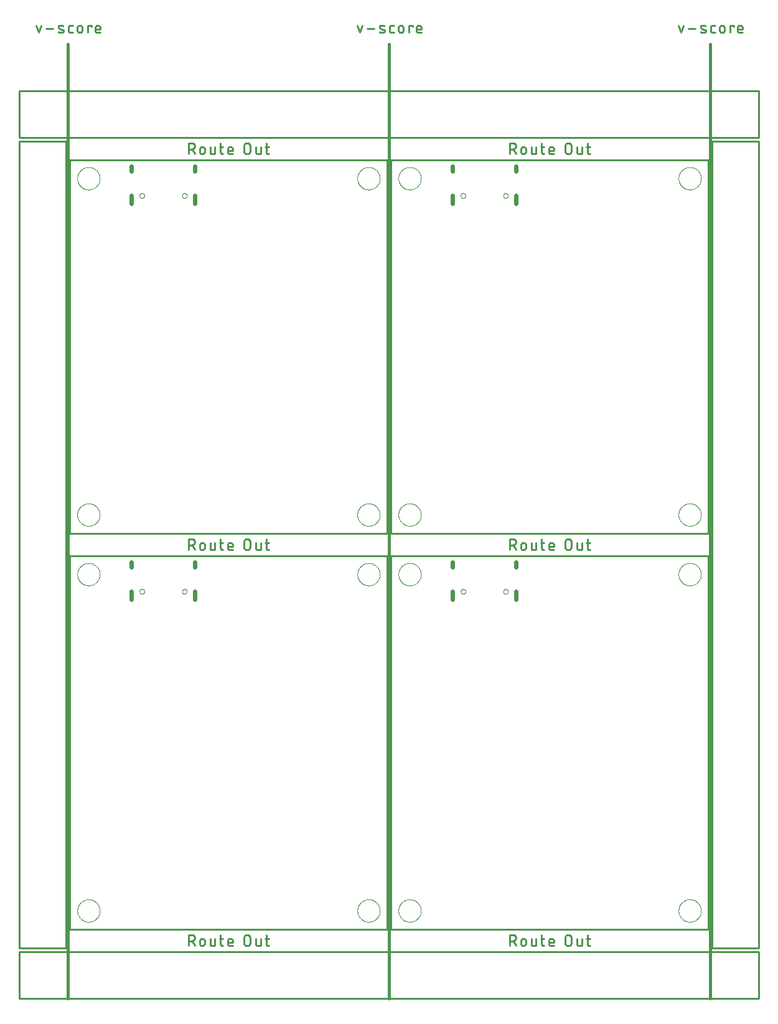
<source format=gko>
G04 EAGLE Gerber RS-274X export*
G75*
%MOMM*%
%FSLAX34Y34*%
%LPD*%
%IN*%
%IPPOS*%
%AMOC8*
5,1,8,0,0,1.08239X$1,22.5*%
G01*
%ADD10C,0.254000*%
%ADD11C,0.279400*%
%ADD12C,0.381000*%
%ADD13C,0.000000*%
%ADD14C,0.600000*%


D10*
X0Y0D02*
X0Y508000D01*
X431800Y508000D01*
X431800Y0D01*
X0Y0D01*
D11*
X161404Y-7747D02*
X161404Y-22733D01*
X161404Y-7747D02*
X165567Y-7747D01*
X165695Y-7749D01*
X165823Y-7755D01*
X165951Y-7765D01*
X166079Y-7779D01*
X166206Y-7796D01*
X166332Y-7818D01*
X166458Y-7843D01*
X166582Y-7873D01*
X166706Y-7906D01*
X166829Y-7943D01*
X166951Y-7984D01*
X167071Y-8028D01*
X167190Y-8076D01*
X167307Y-8128D01*
X167423Y-8183D01*
X167536Y-8242D01*
X167649Y-8305D01*
X167759Y-8371D01*
X167866Y-8440D01*
X167972Y-8512D01*
X168076Y-8588D01*
X168177Y-8667D01*
X168276Y-8749D01*
X168372Y-8834D01*
X168465Y-8921D01*
X168556Y-9012D01*
X168643Y-9105D01*
X168728Y-9201D01*
X168810Y-9300D01*
X168889Y-9401D01*
X168965Y-9505D01*
X169037Y-9611D01*
X169106Y-9718D01*
X169172Y-9829D01*
X169235Y-9941D01*
X169294Y-10054D01*
X169349Y-10170D01*
X169401Y-10287D01*
X169449Y-10406D01*
X169493Y-10526D01*
X169534Y-10648D01*
X169571Y-10771D01*
X169604Y-10895D01*
X169634Y-11019D01*
X169659Y-11145D01*
X169681Y-11271D01*
X169698Y-11398D01*
X169712Y-11526D01*
X169722Y-11654D01*
X169728Y-11782D01*
X169730Y-11910D01*
X169728Y-12038D01*
X169722Y-12166D01*
X169712Y-12294D01*
X169698Y-12422D01*
X169681Y-12549D01*
X169659Y-12675D01*
X169634Y-12801D01*
X169604Y-12925D01*
X169571Y-13049D01*
X169534Y-13172D01*
X169493Y-13294D01*
X169449Y-13414D01*
X169401Y-13533D01*
X169349Y-13650D01*
X169294Y-13766D01*
X169235Y-13879D01*
X169172Y-13992D01*
X169106Y-14102D01*
X169037Y-14209D01*
X168965Y-14315D01*
X168889Y-14419D01*
X168810Y-14520D01*
X168728Y-14619D01*
X168643Y-14715D01*
X168556Y-14808D01*
X168465Y-14899D01*
X168372Y-14986D01*
X168276Y-15071D01*
X168177Y-15153D01*
X168076Y-15232D01*
X167972Y-15308D01*
X167866Y-15380D01*
X167759Y-15449D01*
X167649Y-15515D01*
X167536Y-15578D01*
X167423Y-15637D01*
X167307Y-15692D01*
X167190Y-15744D01*
X167071Y-15792D01*
X166951Y-15836D01*
X166829Y-15877D01*
X166706Y-15914D01*
X166582Y-15947D01*
X166458Y-15977D01*
X166332Y-16002D01*
X166206Y-16024D01*
X166079Y-16041D01*
X165951Y-16055D01*
X165823Y-16065D01*
X165695Y-16071D01*
X165567Y-16073D01*
X161404Y-16073D01*
X166399Y-16073D02*
X169729Y-22733D01*
X176688Y-19403D02*
X176688Y-16073D01*
X176690Y-15959D01*
X176696Y-15846D01*
X176705Y-15732D01*
X176719Y-15620D01*
X176736Y-15507D01*
X176758Y-15395D01*
X176783Y-15285D01*
X176811Y-15175D01*
X176844Y-15066D01*
X176880Y-14958D01*
X176920Y-14851D01*
X176964Y-14746D01*
X177011Y-14643D01*
X177061Y-14541D01*
X177115Y-14441D01*
X177173Y-14343D01*
X177234Y-14247D01*
X177297Y-14153D01*
X177365Y-14061D01*
X177435Y-13971D01*
X177508Y-13885D01*
X177584Y-13800D01*
X177663Y-13718D01*
X177745Y-13639D01*
X177830Y-13563D01*
X177916Y-13490D01*
X178006Y-13420D01*
X178098Y-13352D01*
X178192Y-13289D01*
X178288Y-13228D01*
X178386Y-13170D01*
X178486Y-13116D01*
X178588Y-13066D01*
X178691Y-13019D01*
X178796Y-12975D01*
X178903Y-12935D01*
X179011Y-12899D01*
X179120Y-12866D01*
X179230Y-12838D01*
X179340Y-12813D01*
X179452Y-12791D01*
X179565Y-12774D01*
X179677Y-12760D01*
X179791Y-12751D01*
X179904Y-12745D01*
X180018Y-12743D01*
X180132Y-12745D01*
X180245Y-12751D01*
X180359Y-12760D01*
X180471Y-12774D01*
X180584Y-12791D01*
X180696Y-12813D01*
X180806Y-12838D01*
X180916Y-12866D01*
X181025Y-12899D01*
X181133Y-12935D01*
X181240Y-12975D01*
X181345Y-13019D01*
X181448Y-13066D01*
X181550Y-13116D01*
X181650Y-13170D01*
X181748Y-13228D01*
X181844Y-13289D01*
X181938Y-13352D01*
X182030Y-13420D01*
X182120Y-13490D01*
X182206Y-13563D01*
X182291Y-13639D01*
X182373Y-13718D01*
X182452Y-13800D01*
X182528Y-13885D01*
X182601Y-13971D01*
X182671Y-14061D01*
X182739Y-14153D01*
X182802Y-14247D01*
X182863Y-14343D01*
X182921Y-14441D01*
X182975Y-14541D01*
X183025Y-14643D01*
X183072Y-14746D01*
X183116Y-14851D01*
X183156Y-14958D01*
X183192Y-15066D01*
X183225Y-15175D01*
X183253Y-15285D01*
X183278Y-15395D01*
X183300Y-15507D01*
X183317Y-15620D01*
X183331Y-15732D01*
X183340Y-15846D01*
X183346Y-15959D01*
X183348Y-16073D01*
X183348Y-19403D01*
X183346Y-19517D01*
X183340Y-19630D01*
X183331Y-19744D01*
X183317Y-19856D01*
X183300Y-19969D01*
X183278Y-20081D01*
X183253Y-20191D01*
X183225Y-20301D01*
X183192Y-20410D01*
X183156Y-20518D01*
X183116Y-20625D01*
X183072Y-20730D01*
X183025Y-20833D01*
X182975Y-20935D01*
X182921Y-21035D01*
X182863Y-21133D01*
X182802Y-21229D01*
X182739Y-21323D01*
X182671Y-21415D01*
X182601Y-21505D01*
X182528Y-21591D01*
X182452Y-21676D01*
X182373Y-21758D01*
X182291Y-21837D01*
X182206Y-21913D01*
X182120Y-21986D01*
X182030Y-22056D01*
X181938Y-22124D01*
X181844Y-22187D01*
X181748Y-22248D01*
X181650Y-22306D01*
X181550Y-22360D01*
X181448Y-22410D01*
X181345Y-22457D01*
X181240Y-22501D01*
X181133Y-22541D01*
X181025Y-22577D01*
X180916Y-22610D01*
X180806Y-22638D01*
X180696Y-22663D01*
X180584Y-22685D01*
X180471Y-22702D01*
X180359Y-22716D01*
X180245Y-22725D01*
X180132Y-22731D01*
X180018Y-22733D01*
X179904Y-22731D01*
X179791Y-22725D01*
X179677Y-22716D01*
X179565Y-22702D01*
X179452Y-22685D01*
X179340Y-22663D01*
X179230Y-22638D01*
X179120Y-22610D01*
X179011Y-22577D01*
X178903Y-22541D01*
X178796Y-22501D01*
X178691Y-22457D01*
X178588Y-22410D01*
X178486Y-22360D01*
X178386Y-22306D01*
X178288Y-22248D01*
X178192Y-22187D01*
X178098Y-22124D01*
X178006Y-22056D01*
X177916Y-21986D01*
X177830Y-21913D01*
X177745Y-21837D01*
X177663Y-21758D01*
X177584Y-21676D01*
X177508Y-21591D01*
X177435Y-21505D01*
X177365Y-21415D01*
X177297Y-21323D01*
X177234Y-21229D01*
X177173Y-21133D01*
X177115Y-21035D01*
X177061Y-20935D01*
X177011Y-20833D01*
X176964Y-20730D01*
X176920Y-20625D01*
X176880Y-20518D01*
X176844Y-20410D01*
X176811Y-20301D01*
X176783Y-20191D01*
X176758Y-20081D01*
X176736Y-19969D01*
X176719Y-19856D01*
X176705Y-19744D01*
X176696Y-19630D01*
X176690Y-19517D01*
X176688Y-19403D01*
X190756Y-20235D02*
X190756Y-12742D01*
X190755Y-20235D02*
X190757Y-20333D01*
X190763Y-20431D01*
X190772Y-20529D01*
X190786Y-20626D01*
X190803Y-20722D01*
X190824Y-20818D01*
X190849Y-20913D01*
X190877Y-21007D01*
X190909Y-21100D01*
X190945Y-21191D01*
X190984Y-21281D01*
X191027Y-21369D01*
X191074Y-21456D01*
X191123Y-21540D01*
X191176Y-21623D01*
X191232Y-21703D01*
X191291Y-21782D01*
X191354Y-21857D01*
X191419Y-21931D01*
X191487Y-22001D01*
X191557Y-22069D01*
X191631Y-22135D01*
X191707Y-22197D01*
X191785Y-22256D01*
X191865Y-22312D01*
X191948Y-22365D01*
X192032Y-22415D01*
X192119Y-22461D01*
X192207Y-22504D01*
X192297Y-22543D01*
X192388Y-22579D01*
X192481Y-22611D01*
X192575Y-22639D01*
X192670Y-22664D01*
X192766Y-22685D01*
X192862Y-22702D01*
X192959Y-22716D01*
X193057Y-22725D01*
X193155Y-22731D01*
X193253Y-22733D01*
X197416Y-22733D01*
X197416Y-12742D01*
X203397Y-12742D02*
X208392Y-12742D01*
X205062Y-7747D02*
X205062Y-20235D01*
X205064Y-20333D01*
X205070Y-20431D01*
X205079Y-20529D01*
X205093Y-20626D01*
X205110Y-20722D01*
X205131Y-20818D01*
X205156Y-20913D01*
X205184Y-21007D01*
X205216Y-21100D01*
X205252Y-21191D01*
X205291Y-21281D01*
X205334Y-21369D01*
X205381Y-21456D01*
X205430Y-21540D01*
X205483Y-21623D01*
X205539Y-21703D01*
X205598Y-21782D01*
X205661Y-21857D01*
X205726Y-21931D01*
X205794Y-22001D01*
X205864Y-22069D01*
X205938Y-22135D01*
X206014Y-22197D01*
X206092Y-22256D01*
X206172Y-22312D01*
X206255Y-22365D01*
X206339Y-22415D01*
X206426Y-22461D01*
X206514Y-22504D01*
X206604Y-22543D01*
X206695Y-22579D01*
X206788Y-22611D01*
X206882Y-22639D01*
X206977Y-22664D01*
X207073Y-22685D01*
X207169Y-22702D01*
X207266Y-22716D01*
X207364Y-22725D01*
X207462Y-22731D01*
X207560Y-22733D01*
X208392Y-22733D01*
X217221Y-22733D02*
X221384Y-22733D01*
X217221Y-22733D02*
X217123Y-22731D01*
X217025Y-22725D01*
X216927Y-22716D01*
X216830Y-22702D01*
X216734Y-22685D01*
X216638Y-22664D01*
X216543Y-22639D01*
X216449Y-22611D01*
X216356Y-22579D01*
X216265Y-22543D01*
X216175Y-22504D01*
X216087Y-22461D01*
X216000Y-22414D01*
X215916Y-22365D01*
X215833Y-22312D01*
X215753Y-22256D01*
X215675Y-22197D01*
X215599Y-22135D01*
X215525Y-22069D01*
X215455Y-22001D01*
X215387Y-21931D01*
X215322Y-21857D01*
X215259Y-21782D01*
X215200Y-21703D01*
X215144Y-21623D01*
X215091Y-21540D01*
X215042Y-21456D01*
X214995Y-21369D01*
X214952Y-21281D01*
X214913Y-21191D01*
X214877Y-21100D01*
X214845Y-21007D01*
X214817Y-20913D01*
X214792Y-20818D01*
X214771Y-20722D01*
X214754Y-20626D01*
X214740Y-20529D01*
X214731Y-20431D01*
X214725Y-20333D01*
X214723Y-20235D01*
X214724Y-20235D02*
X214724Y-16073D01*
X214726Y-15959D01*
X214732Y-15846D01*
X214741Y-15732D01*
X214755Y-15620D01*
X214772Y-15507D01*
X214794Y-15395D01*
X214819Y-15285D01*
X214847Y-15175D01*
X214880Y-15066D01*
X214916Y-14958D01*
X214956Y-14851D01*
X215000Y-14746D01*
X215047Y-14643D01*
X215097Y-14541D01*
X215151Y-14441D01*
X215209Y-14343D01*
X215270Y-14247D01*
X215333Y-14153D01*
X215401Y-14061D01*
X215471Y-13971D01*
X215544Y-13885D01*
X215620Y-13800D01*
X215699Y-13718D01*
X215781Y-13639D01*
X215866Y-13563D01*
X215952Y-13490D01*
X216042Y-13420D01*
X216134Y-13352D01*
X216228Y-13289D01*
X216324Y-13228D01*
X216422Y-13170D01*
X216522Y-13116D01*
X216624Y-13066D01*
X216727Y-13019D01*
X216832Y-12975D01*
X216939Y-12935D01*
X217047Y-12899D01*
X217156Y-12866D01*
X217266Y-12838D01*
X217376Y-12813D01*
X217488Y-12791D01*
X217601Y-12774D01*
X217713Y-12760D01*
X217827Y-12751D01*
X217940Y-12745D01*
X218054Y-12743D01*
X218168Y-12745D01*
X218281Y-12751D01*
X218395Y-12760D01*
X218507Y-12774D01*
X218620Y-12791D01*
X218732Y-12813D01*
X218842Y-12838D01*
X218952Y-12866D01*
X219061Y-12899D01*
X219169Y-12935D01*
X219276Y-12975D01*
X219381Y-13019D01*
X219484Y-13066D01*
X219586Y-13116D01*
X219686Y-13170D01*
X219784Y-13228D01*
X219880Y-13289D01*
X219974Y-13352D01*
X220066Y-13420D01*
X220156Y-13490D01*
X220242Y-13563D01*
X220327Y-13639D01*
X220409Y-13718D01*
X220488Y-13800D01*
X220564Y-13885D01*
X220637Y-13971D01*
X220707Y-14061D01*
X220775Y-14153D01*
X220838Y-14247D01*
X220899Y-14343D01*
X220957Y-14441D01*
X221011Y-14541D01*
X221061Y-14643D01*
X221108Y-14746D01*
X221152Y-14851D01*
X221192Y-14958D01*
X221228Y-15066D01*
X221261Y-15175D01*
X221289Y-15285D01*
X221314Y-15395D01*
X221336Y-15507D01*
X221353Y-15620D01*
X221367Y-15732D01*
X221376Y-15846D01*
X221382Y-15959D01*
X221384Y-16073D01*
X221384Y-17738D01*
X214724Y-17738D01*
X236817Y-18570D02*
X236817Y-11910D01*
X236819Y-11782D01*
X236825Y-11654D01*
X236835Y-11526D01*
X236849Y-11398D01*
X236866Y-11271D01*
X236888Y-11145D01*
X236913Y-11019D01*
X236943Y-10895D01*
X236976Y-10771D01*
X237013Y-10648D01*
X237054Y-10526D01*
X237098Y-10406D01*
X237146Y-10287D01*
X237198Y-10170D01*
X237253Y-10054D01*
X237312Y-9941D01*
X237375Y-9828D01*
X237441Y-9718D01*
X237510Y-9611D01*
X237582Y-9505D01*
X237658Y-9401D01*
X237737Y-9300D01*
X237819Y-9201D01*
X237904Y-9105D01*
X237991Y-9012D01*
X238082Y-8921D01*
X238175Y-8834D01*
X238271Y-8749D01*
X238370Y-8667D01*
X238471Y-8588D01*
X238575Y-8512D01*
X238681Y-8440D01*
X238788Y-8371D01*
X238899Y-8305D01*
X239011Y-8242D01*
X239124Y-8183D01*
X239240Y-8128D01*
X239357Y-8076D01*
X239476Y-8028D01*
X239596Y-7984D01*
X239718Y-7943D01*
X239841Y-7906D01*
X239965Y-7873D01*
X240089Y-7843D01*
X240215Y-7818D01*
X240341Y-7796D01*
X240468Y-7779D01*
X240596Y-7765D01*
X240724Y-7755D01*
X240852Y-7749D01*
X240980Y-7747D01*
X241108Y-7749D01*
X241236Y-7755D01*
X241364Y-7765D01*
X241492Y-7779D01*
X241619Y-7796D01*
X241745Y-7818D01*
X241871Y-7843D01*
X241995Y-7873D01*
X242119Y-7906D01*
X242242Y-7943D01*
X242364Y-7984D01*
X242484Y-8028D01*
X242603Y-8076D01*
X242720Y-8128D01*
X242836Y-8183D01*
X242949Y-8242D01*
X243062Y-8305D01*
X243172Y-8371D01*
X243279Y-8440D01*
X243385Y-8512D01*
X243489Y-8588D01*
X243590Y-8667D01*
X243689Y-8749D01*
X243785Y-8834D01*
X243878Y-8921D01*
X243969Y-9012D01*
X244056Y-9105D01*
X244141Y-9201D01*
X244223Y-9300D01*
X244302Y-9401D01*
X244378Y-9505D01*
X244450Y-9611D01*
X244519Y-9718D01*
X244585Y-9829D01*
X244648Y-9941D01*
X244707Y-10054D01*
X244762Y-10170D01*
X244814Y-10287D01*
X244862Y-10406D01*
X244906Y-10526D01*
X244947Y-10648D01*
X244984Y-10771D01*
X245017Y-10895D01*
X245047Y-11019D01*
X245072Y-11145D01*
X245094Y-11271D01*
X245111Y-11398D01*
X245125Y-11526D01*
X245135Y-11654D01*
X245141Y-11782D01*
X245143Y-11910D01*
X245142Y-11910D02*
X245142Y-18570D01*
X245143Y-18570D02*
X245141Y-18698D01*
X245135Y-18826D01*
X245125Y-18954D01*
X245111Y-19082D01*
X245094Y-19209D01*
X245072Y-19335D01*
X245047Y-19461D01*
X245017Y-19585D01*
X244984Y-19709D01*
X244947Y-19832D01*
X244906Y-19954D01*
X244862Y-20074D01*
X244814Y-20193D01*
X244762Y-20310D01*
X244707Y-20426D01*
X244648Y-20539D01*
X244585Y-20652D01*
X244519Y-20762D01*
X244450Y-20869D01*
X244378Y-20975D01*
X244302Y-21079D01*
X244223Y-21180D01*
X244141Y-21279D01*
X244056Y-21375D01*
X243969Y-21468D01*
X243878Y-21559D01*
X243785Y-21646D01*
X243689Y-21731D01*
X243590Y-21813D01*
X243489Y-21892D01*
X243385Y-21968D01*
X243279Y-22040D01*
X243172Y-22109D01*
X243061Y-22175D01*
X242949Y-22238D01*
X242836Y-22297D01*
X242720Y-22352D01*
X242603Y-22404D01*
X242484Y-22452D01*
X242364Y-22496D01*
X242242Y-22537D01*
X242119Y-22574D01*
X241995Y-22607D01*
X241871Y-22637D01*
X241745Y-22662D01*
X241619Y-22684D01*
X241492Y-22701D01*
X241364Y-22715D01*
X241236Y-22725D01*
X241108Y-22731D01*
X240980Y-22733D01*
X240852Y-22731D01*
X240724Y-22725D01*
X240596Y-22715D01*
X240468Y-22701D01*
X240341Y-22684D01*
X240215Y-22662D01*
X240089Y-22637D01*
X239965Y-22607D01*
X239841Y-22574D01*
X239718Y-22537D01*
X239596Y-22496D01*
X239476Y-22452D01*
X239357Y-22404D01*
X239240Y-22352D01*
X239124Y-22297D01*
X239011Y-22238D01*
X238899Y-22175D01*
X238788Y-22109D01*
X238681Y-22040D01*
X238575Y-21968D01*
X238471Y-21892D01*
X238370Y-21813D01*
X238271Y-21731D01*
X238175Y-21646D01*
X238082Y-21559D01*
X237991Y-21468D01*
X237904Y-21375D01*
X237819Y-21279D01*
X237737Y-21180D01*
X237658Y-21079D01*
X237582Y-20975D01*
X237510Y-20869D01*
X237441Y-20762D01*
X237375Y-20651D01*
X237312Y-20539D01*
X237253Y-20426D01*
X237198Y-20310D01*
X237146Y-20193D01*
X237098Y-20074D01*
X237054Y-19954D01*
X237013Y-19832D01*
X236976Y-19709D01*
X236943Y-19585D01*
X236913Y-19461D01*
X236888Y-19335D01*
X236866Y-19209D01*
X236849Y-19082D01*
X236835Y-18954D01*
X236825Y-18826D01*
X236819Y-18698D01*
X236817Y-18570D01*
X252759Y-20235D02*
X252759Y-12742D01*
X252759Y-20235D02*
X252761Y-20333D01*
X252767Y-20431D01*
X252776Y-20529D01*
X252790Y-20626D01*
X252807Y-20722D01*
X252828Y-20818D01*
X252853Y-20913D01*
X252881Y-21007D01*
X252913Y-21100D01*
X252949Y-21191D01*
X252988Y-21281D01*
X253031Y-21369D01*
X253078Y-21456D01*
X253127Y-21540D01*
X253180Y-21623D01*
X253236Y-21703D01*
X253295Y-21782D01*
X253358Y-21857D01*
X253423Y-21931D01*
X253491Y-22001D01*
X253561Y-22069D01*
X253635Y-22135D01*
X253711Y-22197D01*
X253789Y-22256D01*
X253869Y-22312D01*
X253952Y-22365D01*
X254036Y-22415D01*
X254123Y-22461D01*
X254211Y-22504D01*
X254301Y-22543D01*
X254392Y-22579D01*
X254485Y-22611D01*
X254579Y-22639D01*
X254674Y-22664D01*
X254770Y-22685D01*
X254866Y-22702D01*
X254963Y-22716D01*
X255061Y-22725D01*
X255159Y-22731D01*
X255257Y-22733D01*
X259420Y-22733D01*
X259420Y-12742D01*
X265401Y-12742D02*
X270396Y-12742D01*
X267066Y-7747D02*
X267066Y-20235D01*
X267065Y-20235D02*
X267067Y-20333D01*
X267073Y-20431D01*
X267082Y-20529D01*
X267096Y-20626D01*
X267113Y-20722D01*
X267134Y-20818D01*
X267159Y-20913D01*
X267187Y-21007D01*
X267219Y-21100D01*
X267255Y-21191D01*
X267294Y-21281D01*
X267337Y-21369D01*
X267384Y-21456D01*
X267433Y-21540D01*
X267486Y-21623D01*
X267542Y-21703D01*
X267601Y-21782D01*
X267664Y-21857D01*
X267729Y-21931D01*
X267797Y-22001D01*
X267867Y-22069D01*
X267941Y-22135D01*
X268017Y-22197D01*
X268095Y-22256D01*
X268175Y-22312D01*
X268258Y-22365D01*
X268342Y-22415D01*
X268429Y-22461D01*
X268517Y-22504D01*
X268607Y-22543D01*
X268698Y-22579D01*
X268791Y-22611D01*
X268885Y-22639D01*
X268980Y-22664D01*
X269076Y-22685D01*
X269172Y-22702D01*
X269269Y-22716D01*
X269367Y-22725D01*
X269465Y-22731D01*
X269563Y-22733D01*
X269564Y-22733D02*
X270396Y-22733D01*
D10*
X436880Y0D02*
X436880Y508000D01*
X868680Y508000D01*
X868680Y0D01*
X436880Y0D01*
D11*
X598284Y-7747D02*
X598284Y-22733D01*
X598284Y-7747D02*
X602447Y-7747D01*
X602575Y-7749D01*
X602703Y-7755D01*
X602831Y-7765D01*
X602959Y-7779D01*
X603086Y-7796D01*
X603212Y-7818D01*
X603338Y-7843D01*
X603462Y-7873D01*
X603586Y-7906D01*
X603709Y-7943D01*
X603831Y-7984D01*
X603951Y-8028D01*
X604070Y-8076D01*
X604187Y-8128D01*
X604303Y-8183D01*
X604416Y-8242D01*
X604529Y-8305D01*
X604639Y-8371D01*
X604746Y-8440D01*
X604852Y-8512D01*
X604956Y-8588D01*
X605057Y-8667D01*
X605156Y-8749D01*
X605252Y-8834D01*
X605345Y-8921D01*
X605436Y-9012D01*
X605523Y-9105D01*
X605608Y-9201D01*
X605690Y-9300D01*
X605769Y-9401D01*
X605845Y-9505D01*
X605917Y-9611D01*
X605986Y-9718D01*
X606052Y-9829D01*
X606115Y-9941D01*
X606174Y-10054D01*
X606229Y-10170D01*
X606281Y-10287D01*
X606329Y-10406D01*
X606373Y-10526D01*
X606414Y-10648D01*
X606451Y-10771D01*
X606484Y-10895D01*
X606514Y-11019D01*
X606539Y-11145D01*
X606561Y-11271D01*
X606578Y-11398D01*
X606592Y-11526D01*
X606602Y-11654D01*
X606608Y-11782D01*
X606610Y-11910D01*
X606608Y-12038D01*
X606602Y-12166D01*
X606592Y-12294D01*
X606578Y-12422D01*
X606561Y-12549D01*
X606539Y-12675D01*
X606514Y-12801D01*
X606484Y-12925D01*
X606451Y-13049D01*
X606414Y-13172D01*
X606373Y-13294D01*
X606329Y-13414D01*
X606281Y-13533D01*
X606229Y-13650D01*
X606174Y-13766D01*
X606115Y-13879D01*
X606052Y-13992D01*
X605986Y-14102D01*
X605917Y-14209D01*
X605845Y-14315D01*
X605769Y-14419D01*
X605690Y-14520D01*
X605608Y-14619D01*
X605523Y-14715D01*
X605436Y-14808D01*
X605345Y-14899D01*
X605252Y-14986D01*
X605156Y-15071D01*
X605057Y-15153D01*
X604956Y-15232D01*
X604852Y-15308D01*
X604746Y-15380D01*
X604639Y-15449D01*
X604529Y-15515D01*
X604416Y-15578D01*
X604303Y-15637D01*
X604187Y-15692D01*
X604070Y-15744D01*
X603951Y-15792D01*
X603831Y-15836D01*
X603709Y-15877D01*
X603586Y-15914D01*
X603462Y-15947D01*
X603338Y-15977D01*
X603212Y-16002D01*
X603086Y-16024D01*
X602959Y-16041D01*
X602831Y-16055D01*
X602703Y-16065D01*
X602575Y-16071D01*
X602447Y-16073D01*
X598284Y-16073D01*
X603279Y-16073D02*
X606609Y-22733D01*
X613568Y-19403D02*
X613568Y-16073D01*
X613570Y-15959D01*
X613576Y-15846D01*
X613585Y-15732D01*
X613599Y-15620D01*
X613616Y-15507D01*
X613638Y-15395D01*
X613663Y-15285D01*
X613691Y-15175D01*
X613724Y-15066D01*
X613760Y-14958D01*
X613800Y-14851D01*
X613844Y-14746D01*
X613891Y-14643D01*
X613941Y-14541D01*
X613995Y-14441D01*
X614053Y-14343D01*
X614114Y-14247D01*
X614177Y-14153D01*
X614245Y-14061D01*
X614315Y-13971D01*
X614388Y-13885D01*
X614464Y-13800D01*
X614543Y-13718D01*
X614625Y-13639D01*
X614710Y-13563D01*
X614796Y-13490D01*
X614886Y-13420D01*
X614978Y-13352D01*
X615072Y-13289D01*
X615168Y-13228D01*
X615266Y-13170D01*
X615366Y-13116D01*
X615468Y-13066D01*
X615571Y-13019D01*
X615676Y-12975D01*
X615783Y-12935D01*
X615891Y-12899D01*
X616000Y-12866D01*
X616110Y-12838D01*
X616220Y-12813D01*
X616332Y-12791D01*
X616445Y-12774D01*
X616557Y-12760D01*
X616671Y-12751D01*
X616784Y-12745D01*
X616898Y-12743D01*
X617012Y-12745D01*
X617125Y-12751D01*
X617239Y-12760D01*
X617351Y-12774D01*
X617464Y-12791D01*
X617576Y-12813D01*
X617686Y-12838D01*
X617796Y-12866D01*
X617905Y-12899D01*
X618013Y-12935D01*
X618120Y-12975D01*
X618225Y-13019D01*
X618328Y-13066D01*
X618430Y-13116D01*
X618530Y-13170D01*
X618628Y-13228D01*
X618724Y-13289D01*
X618818Y-13352D01*
X618910Y-13420D01*
X619000Y-13490D01*
X619086Y-13563D01*
X619171Y-13639D01*
X619253Y-13718D01*
X619332Y-13800D01*
X619408Y-13885D01*
X619481Y-13971D01*
X619551Y-14061D01*
X619619Y-14153D01*
X619682Y-14247D01*
X619743Y-14343D01*
X619801Y-14441D01*
X619855Y-14541D01*
X619905Y-14643D01*
X619952Y-14746D01*
X619996Y-14851D01*
X620036Y-14958D01*
X620072Y-15066D01*
X620105Y-15175D01*
X620133Y-15285D01*
X620158Y-15395D01*
X620180Y-15507D01*
X620197Y-15620D01*
X620211Y-15732D01*
X620220Y-15846D01*
X620226Y-15959D01*
X620228Y-16073D01*
X620228Y-19403D01*
X620226Y-19517D01*
X620220Y-19630D01*
X620211Y-19744D01*
X620197Y-19856D01*
X620180Y-19969D01*
X620158Y-20081D01*
X620133Y-20191D01*
X620105Y-20301D01*
X620072Y-20410D01*
X620036Y-20518D01*
X619996Y-20625D01*
X619952Y-20730D01*
X619905Y-20833D01*
X619855Y-20935D01*
X619801Y-21035D01*
X619743Y-21133D01*
X619682Y-21229D01*
X619619Y-21323D01*
X619551Y-21415D01*
X619481Y-21505D01*
X619408Y-21591D01*
X619332Y-21676D01*
X619253Y-21758D01*
X619171Y-21837D01*
X619086Y-21913D01*
X619000Y-21986D01*
X618910Y-22056D01*
X618818Y-22124D01*
X618724Y-22187D01*
X618628Y-22248D01*
X618530Y-22306D01*
X618430Y-22360D01*
X618328Y-22410D01*
X618225Y-22457D01*
X618120Y-22501D01*
X618013Y-22541D01*
X617905Y-22577D01*
X617796Y-22610D01*
X617686Y-22638D01*
X617576Y-22663D01*
X617464Y-22685D01*
X617351Y-22702D01*
X617239Y-22716D01*
X617125Y-22725D01*
X617012Y-22731D01*
X616898Y-22733D01*
X616784Y-22731D01*
X616671Y-22725D01*
X616557Y-22716D01*
X616445Y-22702D01*
X616332Y-22685D01*
X616220Y-22663D01*
X616110Y-22638D01*
X616000Y-22610D01*
X615891Y-22577D01*
X615783Y-22541D01*
X615676Y-22501D01*
X615571Y-22457D01*
X615468Y-22410D01*
X615366Y-22360D01*
X615266Y-22306D01*
X615168Y-22248D01*
X615072Y-22187D01*
X614978Y-22124D01*
X614886Y-22056D01*
X614796Y-21986D01*
X614710Y-21913D01*
X614625Y-21837D01*
X614543Y-21758D01*
X614464Y-21676D01*
X614388Y-21591D01*
X614315Y-21505D01*
X614245Y-21415D01*
X614177Y-21323D01*
X614114Y-21229D01*
X614053Y-21133D01*
X613995Y-21035D01*
X613941Y-20935D01*
X613891Y-20833D01*
X613844Y-20730D01*
X613800Y-20625D01*
X613760Y-20518D01*
X613724Y-20410D01*
X613691Y-20301D01*
X613663Y-20191D01*
X613638Y-20081D01*
X613616Y-19969D01*
X613599Y-19856D01*
X613585Y-19744D01*
X613576Y-19630D01*
X613570Y-19517D01*
X613568Y-19403D01*
X627636Y-20235D02*
X627636Y-12742D01*
X627635Y-20235D02*
X627637Y-20333D01*
X627643Y-20431D01*
X627652Y-20529D01*
X627666Y-20626D01*
X627683Y-20722D01*
X627704Y-20818D01*
X627729Y-20913D01*
X627757Y-21007D01*
X627789Y-21100D01*
X627825Y-21191D01*
X627864Y-21281D01*
X627907Y-21369D01*
X627954Y-21456D01*
X628003Y-21540D01*
X628056Y-21623D01*
X628112Y-21703D01*
X628171Y-21782D01*
X628234Y-21857D01*
X628299Y-21931D01*
X628367Y-22001D01*
X628437Y-22069D01*
X628511Y-22135D01*
X628587Y-22197D01*
X628665Y-22256D01*
X628745Y-22312D01*
X628828Y-22365D01*
X628912Y-22415D01*
X628999Y-22461D01*
X629087Y-22504D01*
X629177Y-22543D01*
X629268Y-22579D01*
X629361Y-22611D01*
X629455Y-22639D01*
X629550Y-22664D01*
X629646Y-22685D01*
X629742Y-22702D01*
X629839Y-22716D01*
X629937Y-22725D01*
X630035Y-22731D01*
X630133Y-22733D01*
X634296Y-22733D01*
X634296Y-12742D01*
X640277Y-12742D02*
X645272Y-12742D01*
X641942Y-7747D02*
X641942Y-20235D01*
X641944Y-20333D01*
X641950Y-20431D01*
X641959Y-20529D01*
X641973Y-20626D01*
X641990Y-20722D01*
X642011Y-20818D01*
X642036Y-20913D01*
X642064Y-21007D01*
X642096Y-21100D01*
X642132Y-21191D01*
X642171Y-21281D01*
X642214Y-21369D01*
X642261Y-21456D01*
X642310Y-21540D01*
X642363Y-21623D01*
X642419Y-21703D01*
X642478Y-21782D01*
X642541Y-21857D01*
X642606Y-21931D01*
X642674Y-22001D01*
X642744Y-22069D01*
X642818Y-22135D01*
X642894Y-22197D01*
X642972Y-22256D01*
X643052Y-22312D01*
X643135Y-22365D01*
X643219Y-22415D01*
X643306Y-22461D01*
X643394Y-22504D01*
X643484Y-22543D01*
X643575Y-22579D01*
X643668Y-22611D01*
X643762Y-22639D01*
X643857Y-22664D01*
X643953Y-22685D01*
X644049Y-22702D01*
X644146Y-22716D01*
X644244Y-22725D01*
X644342Y-22731D01*
X644440Y-22733D01*
X645272Y-22733D01*
X654101Y-22733D02*
X658264Y-22733D01*
X654101Y-22733D02*
X654003Y-22731D01*
X653905Y-22725D01*
X653807Y-22716D01*
X653710Y-22702D01*
X653614Y-22685D01*
X653518Y-22664D01*
X653423Y-22639D01*
X653329Y-22611D01*
X653236Y-22579D01*
X653145Y-22543D01*
X653055Y-22504D01*
X652967Y-22461D01*
X652880Y-22414D01*
X652796Y-22365D01*
X652713Y-22312D01*
X652633Y-22256D01*
X652555Y-22197D01*
X652479Y-22135D01*
X652405Y-22069D01*
X652335Y-22001D01*
X652267Y-21931D01*
X652202Y-21857D01*
X652139Y-21782D01*
X652080Y-21703D01*
X652024Y-21623D01*
X651971Y-21540D01*
X651922Y-21456D01*
X651875Y-21369D01*
X651832Y-21281D01*
X651793Y-21191D01*
X651757Y-21100D01*
X651725Y-21007D01*
X651697Y-20913D01*
X651672Y-20818D01*
X651651Y-20722D01*
X651634Y-20626D01*
X651620Y-20529D01*
X651611Y-20431D01*
X651605Y-20333D01*
X651603Y-20235D01*
X651604Y-20235D02*
X651604Y-16073D01*
X651606Y-15959D01*
X651612Y-15846D01*
X651621Y-15732D01*
X651635Y-15620D01*
X651652Y-15507D01*
X651674Y-15395D01*
X651699Y-15285D01*
X651727Y-15175D01*
X651760Y-15066D01*
X651796Y-14958D01*
X651836Y-14851D01*
X651880Y-14746D01*
X651927Y-14643D01*
X651977Y-14541D01*
X652031Y-14441D01*
X652089Y-14343D01*
X652150Y-14247D01*
X652213Y-14153D01*
X652281Y-14061D01*
X652351Y-13971D01*
X652424Y-13885D01*
X652500Y-13800D01*
X652579Y-13718D01*
X652661Y-13639D01*
X652746Y-13563D01*
X652832Y-13490D01*
X652922Y-13420D01*
X653014Y-13352D01*
X653108Y-13289D01*
X653204Y-13228D01*
X653302Y-13170D01*
X653402Y-13116D01*
X653504Y-13066D01*
X653607Y-13019D01*
X653712Y-12975D01*
X653819Y-12935D01*
X653927Y-12899D01*
X654036Y-12866D01*
X654146Y-12838D01*
X654256Y-12813D01*
X654368Y-12791D01*
X654481Y-12774D01*
X654593Y-12760D01*
X654707Y-12751D01*
X654820Y-12745D01*
X654934Y-12743D01*
X655048Y-12745D01*
X655161Y-12751D01*
X655275Y-12760D01*
X655387Y-12774D01*
X655500Y-12791D01*
X655612Y-12813D01*
X655722Y-12838D01*
X655832Y-12866D01*
X655941Y-12899D01*
X656049Y-12935D01*
X656156Y-12975D01*
X656261Y-13019D01*
X656364Y-13066D01*
X656466Y-13116D01*
X656566Y-13170D01*
X656664Y-13228D01*
X656760Y-13289D01*
X656854Y-13352D01*
X656946Y-13420D01*
X657036Y-13490D01*
X657122Y-13563D01*
X657207Y-13639D01*
X657289Y-13718D01*
X657368Y-13800D01*
X657444Y-13885D01*
X657517Y-13971D01*
X657587Y-14061D01*
X657655Y-14153D01*
X657718Y-14247D01*
X657779Y-14343D01*
X657837Y-14441D01*
X657891Y-14541D01*
X657941Y-14643D01*
X657988Y-14746D01*
X658032Y-14851D01*
X658072Y-14958D01*
X658108Y-15066D01*
X658141Y-15175D01*
X658169Y-15285D01*
X658194Y-15395D01*
X658216Y-15507D01*
X658233Y-15620D01*
X658247Y-15732D01*
X658256Y-15846D01*
X658262Y-15959D01*
X658264Y-16073D01*
X658264Y-17738D01*
X651604Y-17738D01*
X673697Y-18570D02*
X673697Y-11910D01*
X673699Y-11782D01*
X673705Y-11654D01*
X673715Y-11526D01*
X673729Y-11398D01*
X673746Y-11271D01*
X673768Y-11145D01*
X673793Y-11019D01*
X673823Y-10895D01*
X673856Y-10771D01*
X673893Y-10648D01*
X673934Y-10526D01*
X673978Y-10406D01*
X674026Y-10287D01*
X674078Y-10170D01*
X674133Y-10054D01*
X674192Y-9941D01*
X674255Y-9828D01*
X674321Y-9718D01*
X674390Y-9611D01*
X674462Y-9505D01*
X674538Y-9401D01*
X674617Y-9300D01*
X674699Y-9201D01*
X674784Y-9105D01*
X674871Y-9012D01*
X674962Y-8921D01*
X675055Y-8834D01*
X675151Y-8749D01*
X675250Y-8667D01*
X675351Y-8588D01*
X675455Y-8512D01*
X675561Y-8440D01*
X675668Y-8371D01*
X675779Y-8305D01*
X675891Y-8242D01*
X676004Y-8183D01*
X676120Y-8128D01*
X676237Y-8076D01*
X676356Y-8028D01*
X676476Y-7984D01*
X676598Y-7943D01*
X676721Y-7906D01*
X676845Y-7873D01*
X676969Y-7843D01*
X677095Y-7818D01*
X677221Y-7796D01*
X677348Y-7779D01*
X677476Y-7765D01*
X677604Y-7755D01*
X677732Y-7749D01*
X677860Y-7747D01*
X677988Y-7749D01*
X678116Y-7755D01*
X678244Y-7765D01*
X678372Y-7779D01*
X678499Y-7796D01*
X678625Y-7818D01*
X678751Y-7843D01*
X678875Y-7873D01*
X678999Y-7906D01*
X679122Y-7943D01*
X679244Y-7984D01*
X679364Y-8028D01*
X679483Y-8076D01*
X679600Y-8128D01*
X679716Y-8183D01*
X679829Y-8242D01*
X679942Y-8305D01*
X680052Y-8371D01*
X680159Y-8440D01*
X680265Y-8512D01*
X680369Y-8588D01*
X680470Y-8667D01*
X680569Y-8749D01*
X680665Y-8834D01*
X680758Y-8921D01*
X680849Y-9012D01*
X680936Y-9105D01*
X681021Y-9201D01*
X681103Y-9300D01*
X681182Y-9401D01*
X681258Y-9505D01*
X681330Y-9611D01*
X681399Y-9718D01*
X681465Y-9829D01*
X681528Y-9941D01*
X681587Y-10054D01*
X681642Y-10170D01*
X681694Y-10287D01*
X681742Y-10406D01*
X681786Y-10526D01*
X681827Y-10648D01*
X681864Y-10771D01*
X681897Y-10895D01*
X681927Y-11019D01*
X681952Y-11145D01*
X681974Y-11271D01*
X681991Y-11398D01*
X682005Y-11526D01*
X682015Y-11654D01*
X682021Y-11782D01*
X682023Y-11910D01*
X682022Y-11910D02*
X682022Y-18570D01*
X682023Y-18570D02*
X682021Y-18698D01*
X682015Y-18826D01*
X682005Y-18954D01*
X681991Y-19082D01*
X681974Y-19209D01*
X681952Y-19335D01*
X681927Y-19461D01*
X681897Y-19585D01*
X681864Y-19709D01*
X681827Y-19832D01*
X681786Y-19954D01*
X681742Y-20074D01*
X681694Y-20193D01*
X681642Y-20310D01*
X681587Y-20426D01*
X681528Y-20539D01*
X681465Y-20652D01*
X681399Y-20762D01*
X681330Y-20869D01*
X681258Y-20975D01*
X681182Y-21079D01*
X681103Y-21180D01*
X681021Y-21279D01*
X680936Y-21375D01*
X680849Y-21468D01*
X680758Y-21559D01*
X680665Y-21646D01*
X680569Y-21731D01*
X680470Y-21813D01*
X680369Y-21892D01*
X680265Y-21968D01*
X680159Y-22040D01*
X680052Y-22109D01*
X679942Y-22175D01*
X679829Y-22238D01*
X679716Y-22297D01*
X679600Y-22352D01*
X679483Y-22404D01*
X679364Y-22452D01*
X679244Y-22496D01*
X679122Y-22537D01*
X678999Y-22574D01*
X678875Y-22607D01*
X678751Y-22637D01*
X678625Y-22662D01*
X678499Y-22684D01*
X678372Y-22701D01*
X678244Y-22715D01*
X678116Y-22725D01*
X677988Y-22731D01*
X677860Y-22733D01*
X677732Y-22731D01*
X677604Y-22725D01*
X677476Y-22715D01*
X677348Y-22701D01*
X677221Y-22684D01*
X677095Y-22662D01*
X676969Y-22637D01*
X676845Y-22607D01*
X676721Y-22574D01*
X676598Y-22537D01*
X676476Y-22496D01*
X676356Y-22452D01*
X676237Y-22404D01*
X676120Y-22352D01*
X676004Y-22297D01*
X675891Y-22238D01*
X675779Y-22175D01*
X675668Y-22109D01*
X675561Y-22040D01*
X675455Y-21968D01*
X675351Y-21892D01*
X675250Y-21813D01*
X675151Y-21731D01*
X675055Y-21646D01*
X674962Y-21559D01*
X674871Y-21468D01*
X674784Y-21375D01*
X674699Y-21279D01*
X674617Y-21180D01*
X674538Y-21079D01*
X674462Y-20975D01*
X674390Y-20869D01*
X674321Y-20762D01*
X674255Y-20651D01*
X674192Y-20539D01*
X674133Y-20426D01*
X674078Y-20310D01*
X674026Y-20193D01*
X673978Y-20074D01*
X673934Y-19954D01*
X673893Y-19832D01*
X673856Y-19709D01*
X673823Y-19585D01*
X673793Y-19461D01*
X673768Y-19335D01*
X673746Y-19209D01*
X673729Y-19082D01*
X673715Y-18954D01*
X673705Y-18826D01*
X673699Y-18698D01*
X673697Y-18570D01*
X689639Y-20235D02*
X689639Y-12742D01*
X689639Y-20235D02*
X689641Y-20333D01*
X689647Y-20431D01*
X689656Y-20529D01*
X689670Y-20626D01*
X689687Y-20722D01*
X689708Y-20818D01*
X689733Y-20913D01*
X689761Y-21007D01*
X689793Y-21100D01*
X689829Y-21191D01*
X689868Y-21281D01*
X689911Y-21369D01*
X689958Y-21456D01*
X690007Y-21540D01*
X690060Y-21623D01*
X690116Y-21703D01*
X690175Y-21782D01*
X690238Y-21857D01*
X690303Y-21931D01*
X690371Y-22001D01*
X690441Y-22069D01*
X690515Y-22135D01*
X690591Y-22197D01*
X690669Y-22256D01*
X690749Y-22312D01*
X690832Y-22365D01*
X690916Y-22415D01*
X691003Y-22461D01*
X691091Y-22504D01*
X691181Y-22543D01*
X691272Y-22579D01*
X691365Y-22611D01*
X691459Y-22639D01*
X691554Y-22664D01*
X691650Y-22685D01*
X691746Y-22702D01*
X691843Y-22716D01*
X691941Y-22725D01*
X692039Y-22731D01*
X692137Y-22733D01*
X696300Y-22733D01*
X696300Y-12742D01*
X702281Y-12742D02*
X707276Y-12742D01*
X703946Y-7747D02*
X703946Y-20235D01*
X703945Y-20235D02*
X703947Y-20333D01*
X703953Y-20431D01*
X703962Y-20529D01*
X703976Y-20626D01*
X703993Y-20722D01*
X704014Y-20818D01*
X704039Y-20913D01*
X704067Y-21007D01*
X704099Y-21100D01*
X704135Y-21191D01*
X704174Y-21281D01*
X704217Y-21369D01*
X704264Y-21456D01*
X704313Y-21540D01*
X704366Y-21623D01*
X704422Y-21703D01*
X704481Y-21782D01*
X704544Y-21857D01*
X704609Y-21931D01*
X704677Y-22001D01*
X704747Y-22069D01*
X704821Y-22135D01*
X704897Y-22197D01*
X704975Y-22256D01*
X705055Y-22312D01*
X705138Y-22365D01*
X705222Y-22415D01*
X705309Y-22461D01*
X705397Y-22504D01*
X705487Y-22543D01*
X705578Y-22579D01*
X705671Y-22611D01*
X705765Y-22639D01*
X705860Y-22664D01*
X705956Y-22685D01*
X706052Y-22702D01*
X706149Y-22716D01*
X706247Y-22725D01*
X706345Y-22731D01*
X706443Y-22733D01*
X706444Y-22733D02*
X707276Y-22733D01*
D10*
X0Y538480D02*
X0Y1046480D01*
X431800Y1046480D01*
X431800Y538480D01*
X0Y538480D01*
D11*
X161404Y530733D02*
X161404Y515747D01*
X161404Y530733D02*
X165567Y530733D01*
X165695Y530731D01*
X165823Y530725D01*
X165951Y530715D01*
X166079Y530701D01*
X166206Y530684D01*
X166332Y530662D01*
X166458Y530637D01*
X166582Y530607D01*
X166706Y530574D01*
X166829Y530537D01*
X166951Y530496D01*
X167071Y530452D01*
X167190Y530404D01*
X167307Y530352D01*
X167423Y530297D01*
X167536Y530238D01*
X167649Y530175D01*
X167759Y530109D01*
X167866Y530040D01*
X167972Y529968D01*
X168076Y529892D01*
X168177Y529813D01*
X168276Y529731D01*
X168372Y529646D01*
X168465Y529559D01*
X168556Y529468D01*
X168643Y529375D01*
X168728Y529279D01*
X168810Y529180D01*
X168889Y529079D01*
X168965Y528975D01*
X169037Y528869D01*
X169106Y528762D01*
X169172Y528652D01*
X169235Y528539D01*
X169294Y528426D01*
X169349Y528310D01*
X169401Y528193D01*
X169449Y528074D01*
X169493Y527954D01*
X169534Y527832D01*
X169571Y527709D01*
X169604Y527585D01*
X169634Y527461D01*
X169659Y527335D01*
X169681Y527209D01*
X169698Y527082D01*
X169712Y526954D01*
X169722Y526826D01*
X169728Y526698D01*
X169730Y526570D01*
X169728Y526442D01*
X169722Y526314D01*
X169712Y526186D01*
X169698Y526058D01*
X169681Y525931D01*
X169659Y525805D01*
X169634Y525679D01*
X169604Y525555D01*
X169571Y525431D01*
X169534Y525308D01*
X169493Y525186D01*
X169449Y525066D01*
X169401Y524947D01*
X169349Y524830D01*
X169294Y524714D01*
X169235Y524601D01*
X169172Y524489D01*
X169106Y524378D01*
X169037Y524271D01*
X168965Y524165D01*
X168889Y524061D01*
X168810Y523960D01*
X168728Y523861D01*
X168643Y523765D01*
X168556Y523672D01*
X168465Y523581D01*
X168372Y523494D01*
X168276Y523409D01*
X168177Y523327D01*
X168076Y523248D01*
X167972Y523172D01*
X167866Y523100D01*
X167759Y523031D01*
X167649Y522965D01*
X167536Y522902D01*
X167423Y522843D01*
X167307Y522788D01*
X167190Y522736D01*
X167071Y522688D01*
X166951Y522644D01*
X166829Y522603D01*
X166706Y522566D01*
X166582Y522533D01*
X166458Y522503D01*
X166332Y522478D01*
X166206Y522456D01*
X166079Y522439D01*
X165951Y522425D01*
X165823Y522415D01*
X165695Y522409D01*
X165567Y522407D01*
X161404Y522407D01*
X166399Y522407D02*
X169729Y515747D01*
X176688Y519077D02*
X176688Y522407D01*
X176690Y522521D01*
X176696Y522634D01*
X176705Y522748D01*
X176719Y522860D01*
X176736Y522973D01*
X176758Y523085D01*
X176783Y523195D01*
X176811Y523305D01*
X176844Y523414D01*
X176880Y523522D01*
X176920Y523629D01*
X176964Y523734D01*
X177011Y523837D01*
X177061Y523939D01*
X177115Y524039D01*
X177173Y524137D01*
X177234Y524233D01*
X177297Y524327D01*
X177365Y524419D01*
X177435Y524509D01*
X177508Y524595D01*
X177584Y524680D01*
X177663Y524762D01*
X177745Y524841D01*
X177830Y524917D01*
X177916Y524990D01*
X178006Y525060D01*
X178098Y525128D01*
X178192Y525191D01*
X178288Y525252D01*
X178386Y525310D01*
X178486Y525364D01*
X178588Y525414D01*
X178691Y525461D01*
X178796Y525505D01*
X178903Y525545D01*
X179011Y525581D01*
X179120Y525614D01*
X179230Y525642D01*
X179340Y525667D01*
X179452Y525689D01*
X179565Y525706D01*
X179677Y525720D01*
X179791Y525729D01*
X179904Y525735D01*
X180018Y525737D01*
X180132Y525735D01*
X180245Y525729D01*
X180359Y525720D01*
X180471Y525706D01*
X180584Y525689D01*
X180696Y525667D01*
X180806Y525642D01*
X180916Y525614D01*
X181025Y525581D01*
X181133Y525545D01*
X181240Y525505D01*
X181345Y525461D01*
X181448Y525414D01*
X181550Y525364D01*
X181650Y525310D01*
X181748Y525252D01*
X181844Y525191D01*
X181938Y525128D01*
X182030Y525060D01*
X182120Y524990D01*
X182206Y524917D01*
X182291Y524841D01*
X182373Y524762D01*
X182452Y524680D01*
X182528Y524595D01*
X182601Y524509D01*
X182671Y524419D01*
X182739Y524327D01*
X182802Y524233D01*
X182863Y524137D01*
X182921Y524039D01*
X182975Y523939D01*
X183025Y523837D01*
X183072Y523734D01*
X183116Y523629D01*
X183156Y523522D01*
X183192Y523414D01*
X183225Y523305D01*
X183253Y523195D01*
X183278Y523085D01*
X183300Y522973D01*
X183317Y522860D01*
X183331Y522748D01*
X183340Y522634D01*
X183346Y522521D01*
X183348Y522407D01*
X183348Y519077D01*
X183346Y518963D01*
X183340Y518850D01*
X183331Y518736D01*
X183317Y518624D01*
X183300Y518511D01*
X183278Y518399D01*
X183253Y518289D01*
X183225Y518179D01*
X183192Y518070D01*
X183156Y517962D01*
X183116Y517855D01*
X183072Y517750D01*
X183025Y517647D01*
X182975Y517545D01*
X182921Y517445D01*
X182863Y517347D01*
X182802Y517251D01*
X182739Y517157D01*
X182671Y517065D01*
X182601Y516975D01*
X182528Y516889D01*
X182452Y516804D01*
X182373Y516722D01*
X182291Y516643D01*
X182206Y516567D01*
X182120Y516494D01*
X182030Y516424D01*
X181938Y516356D01*
X181844Y516293D01*
X181748Y516232D01*
X181650Y516174D01*
X181550Y516120D01*
X181448Y516070D01*
X181345Y516023D01*
X181240Y515979D01*
X181133Y515939D01*
X181025Y515903D01*
X180916Y515870D01*
X180806Y515842D01*
X180696Y515817D01*
X180584Y515795D01*
X180471Y515778D01*
X180359Y515764D01*
X180245Y515755D01*
X180132Y515749D01*
X180018Y515747D01*
X179904Y515749D01*
X179791Y515755D01*
X179677Y515764D01*
X179565Y515778D01*
X179452Y515795D01*
X179340Y515817D01*
X179230Y515842D01*
X179120Y515870D01*
X179011Y515903D01*
X178903Y515939D01*
X178796Y515979D01*
X178691Y516023D01*
X178588Y516070D01*
X178486Y516120D01*
X178386Y516174D01*
X178288Y516232D01*
X178192Y516293D01*
X178098Y516356D01*
X178006Y516424D01*
X177916Y516494D01*
X177830Y516567D01*
X177745Y516643D01*
X177663Y516722D01*
X177584Y516804D01*
X177508Y516889D01*
X177435Y516975D01*
X177365Y517065D01*
X177297Y517157D01*
X177234Y517251D01*
X177173Y517347D01*
X177115Y517445D01*
X177061Y517545D01*
X177011Y517647D01*
X176964Y517750D01*
X176920Y517855D01*
X176880Y517962D01*
X176844Y518070D01*
X176811Y518179D01*
X176783Y518289D01*
X176758Y518399D01*
X176736Y518511D01*
X176719Y518624D01*
X176705Y518736D01*
X176696Y518850D01*
X176690Y518963D01*
X176688Y519077D01*
X190756Y518245D02*
X190756Y525738D01*
X190755Y518245D02*
X190757Y518147D01*
X190763Y518049D01*
X190772Y517951D01*
X190786Y517854D01*
X190803Y517758D01*
X190824Y517662D01*
X190849Y517567D01*
X190877Y517473D01*
X190909Y517380D01*
X190945Y517289D01*
X190984Y517199D01*
X191027Y517111D01*
X191074Y517024D01*
X191123Y516940D01*
X191176Y516857D01*
X191232Y516777D01*
X191291Y516699D01*
X191354Y516623D01*
X191419Y516549D01*
X191487Y516479D01*
X191557Y516411D01*
X191631Y516346D01*
X191707Y516283D01*
X191785Y516224D01*
X191865Y516168D01*
X191948Y516115D01*
X192032Y516066D01*
X192119Y516019D01*
X192207Y515976D01*
X192297Y515937D01*
X192388Y515901D01*
X192481Y515869D01*
X192575Y515841D01*
X192670Y515816D01*
X192766Y515795D01*
X192862Y515778D01*
X192959Y515764D01*
X193057Y515755D01*
X193155Y515749D01*
X193253Y515747D01*
X197416Y515747D01*
X197416Y525738D01*
X203397Y525738D02*
X208392Y525738D01*
X205062Y530733D02*
X205062Y518245D01*
X205064Y518147D01*
X205070Y518049D01*
X205079Y517951D01*
X205093Y517854D01*
X205110Y517758D01*
X205131Y517662D01*
X205156Y517567D01*
X205184Y517473D01*
X205216Y517380D01*
X205252Y517289D01*
X205291Y517199D01*
X205334Y517111D01*
X205381Y517024D01*
X205430Y516940D01*
X205483Y516857D01*
X205539Y516777D01*
X205598Y516699D01*
X205661Y516623D01*
X205726Y516549D01*
X205794Y516479D01*
X205864Y516411D01*
X205938Y516346D01*
X206014Y516283D01*
X206092Y516224D01*
X206172Y516168D01*
X206255Y516115D01*
X206339Y516066D01*
X206426Y516019D01*
X206514Y515976D01*
X206604Y515937D01*
X206695Y515901D01*
X206788Y515869D01*
X206882Y515841D01*
X206977Y515816D01*
X207073Y515795D01*
X207169Y515778D01*
X207266Y515764D01*
X207364Y515755D01*
X207462Y515749D01*
X207560Y515747D01*
X208392Y515747D01*
X217221Y515747D02*
X221384Y515747D01*
X217221Y515747D02*
X217123Y515749D01*
X217025Y515755D01*
X216927Y515764D01*
X216830Y515778D01*
X216734Y515795D01*
X216638Y515816D01*
X216543Y515841D01*
X216449Y515869D01*
X216356Y515901D01*
X216265Y515937D01*
X216175Y515976D01*
X216087Y516019D01*
X216000Y516066D01*
X215916Y516115D01*
X215833Y516168D01*
X215753Y516224D01*
X215675Y516283D01*
X215599Y516346D01*
X215525Y516411D01*
X215455Y516479D01*
X215387Y516549D01*
X215322Y516623D01*
X215259Y516699D01*
X215200Y516777D01*
X215144Y516857D01*
X215091Y516940D01*
X215042Y517024D01*
X214995Y517111D01*
X214952Y517199D01*
X214913Y517289D01*
X214877Y517380D01*
X214845Y517473D01*
X214817Y517567D01*
X214792Y517662D01*
X214771Y517758D01*
X214754Y517854D01*
X214740Y517951D01*
X214731Y518049D01*
X214725Y518147D01*
X214723Y518245D01*
X214724Y518245D02*
X214724Y522407D01*
X214726Y522521D01*
X214732Y522634D01*
X214741Y522748D01*
X214755Y522860D01*
X214772Y522973D01*
X214794Y523085D01*
X214819Y523195D01*
X214847Y523305D01*
X214880Y523414D01*
X214916Y523522D01*
X214956Y523629D01*
X215000Y523734D01*
X215047Y523837D01*
X215097Y523939D01*
X215151Y524039D01*
X215209Y524137D01*
X215270Y524233D01*
X215333Y524327D01*
X215401Y524419D01*
X215471Y524509D01*
X215544Y524595D01*
X215620Y524680D01*
X215699Y524762D01*
X215781Y524841D01*
X215866Y524917D01*
X215952Y524990D01*
X216042Y525060D01*
X216134Y525128D01*
X216228Y525191D01*
X216324Y525252D01*
X216422Y525310D01*
X216522Y525364D01*
X216624Y525414D01*
X216727Y525461D01*
X216832Y525505D01*
X216939Y525545D01*
X217047Y525581D01*
X217156Y525614D01*
X217266Y525642D01*
X217376Y525667D01*
X217488Y525689D01*
X217601Y525706D01*
X217713Y525720D01*
X217827Y525729D01*
X217940Y525735D01*
X218054Y525737D01*
X218168Y525735D01*
X218281Y525729D01*
X218395Y525720D01*
X218507Y525706D01*
X218620Y525689D01*
X218732Y525667D01*
X218842Y525642D01*
X218952Y525614D01*
X219061Y525581D01*
X219169Y525545D01*
X219276Y525505D01*
X219381Y525461D01*
X219484Y525414D01*
X219586Y525364D01*
X219686Y525310D01*
X219784Y525252D01*
X219880Y525191D01*
X219974Y525128D01*
X220066Y525060D01*
X220156Y524990D01*
X220242Y524917D01*
X220327Y524841D01*
X220409Y524762D01*
X220488Y524680D01*
X220564Y524595D01*
X220637Y524509D01*
X220707Y524419D01*
X220775Y524327D01*
X220838Y524233D01*
X220899Y524137D01*
X220957Y524039D01*
X221011Y523939D01*
X221061Y523837D01*
X221108Y523734D01*
X221152Y523629D01*
X221192Y523522D01*
X221228Y523414D01*
X221261Y523305D01*
X221289Y523195D01*
X221314Y523085D01*
X221336Y522973D01*
X221353Y522860D01*
X221367Y522748D01*
X221376Y522634D01*
X221382Y522521D01*
X221384Y522407D01*
X221384Y520742D01*
X214724Y520742D01*
X236817Y519910D02*
X236817Y526570D01*
X236819Y526698D01*
X236825Y526826D01*
X236835Y526954D01*
X236849Y527082D01*
X236866Y527209D01*
X236888Y527335D01*
X236913Y527461D01*
X236943Y527585D01*
X236976Y527709D01*
X237013Y527832D01*
X237054Y527954D01*
X237098Y528074D01*
X237146Y528193D01*
X237198Y528310D01*
X237253Y528426D01*
X237312Y528539D01*
X237375Y528652D01*
X237441Y528762D01*
X237510Y528869D01*
X237582Y528975D01*
X237658Y529079D01*
X237737Y529180D01*
X237819Y529279D01*
X237904Y529375D01*
X237991Y529468D01*
X238082Y529559D01*
X238175Y529646D01*
X238271Y529731D01*
X238370Y529813D01*
X238471Y529892D01*
X238575Y529968D01*
X238681Y530040D01*
X238788Y530109D01*
X238899Y530175D01*
X239011Y530238D01*
X239124Y530297D01*
X239240Y530352D01*
X239357Y530404D01*
X239476Y530452D01*
X239596Y530496D01*
X239718Y530537D01*
X239841Y530574D01*
X239965Y530607D01*
X240089Y530637D01*
X240215Y530662D01*
X240341Y530684D01*
X240468Y530701D01*
X240596Y530715D01*
X240724Y530725D01*
X240852Y530731D01*
X240980Y530733D01*
X241108Y530731D01*
X241236Y530725D01*
X241364Y530715D01*
X241492Y530701D01*
X241619Y530684D01*
X241745Y530662D01*
X241871Y530637D01*
X241995Y530607D01*
X242119Y530574D01*
X242242Y530537D01*
X242364Y530496D01*
X242484Y530452D01*
X242603Y530404D01*
X242720Y530352D01*
X242836Y530297D01*
X242949Y530238D01*
X243062Y530175D01*
X243172Y530109D01*
X243279Y530040D01*
X243385Y529968D01*
X243489Y529892D01*
X243590Y529813D01*
X243689Y529731D01*
X243785Y529646D01*
X243878Y529559D01*
X243969Y529468D01*
X244056Y529375D01*
X244141Y529279D01*
X244223Y529180D01*
X244302Y529079D01*
X244378Y528975D01*
X244450Y528869D01*
X244519Y528762D01*
X244585Y528652D01*
X244648Y528539D01*
X244707Y528426D01*
X244762Y528310D01*
X244814Y528193D01*
X244862Y528074D01*
X244906Y527954D01*
X244947Y527832D01*
X244984Y527709D01*
X245017Y527585D01*
X245047Y527461D01*
X245072Y527335D01*
X245094Y527209D01*
X245111Y527082D01*
X245125Y526954D01*
X245135Y526826D01*
X245141Y526698D01*
X245143Y526570D01*
X245142Y526570D02*
X245142Y519910D01*
X245143Y519910D02*
X245141Y519782D01*
X245135Y519654D01*
X245125Y519526D01*
X245111Y519398D01*
X245094Y519271D01*
X245072Y519145D01*
X245047Y519019D01*
X245017Y518895D01*
X244984Y518771D01*
X244947Y518648D01*
X244906Y518526D01*
X244862Y518406D01*
X244814Y518287D01*
X244762Y518170D01*
X244707Y518054D01*
X244648Y517941D01*
X244585Y517829D01*
X244519Y517718D01*
X244450Y517611D01*
X244378Y517505D01*
X244302Y517401D01*
X244223Y517300D01*
X244141Y517201D01*
X244056Y517105D01*
X243969Y517012D01*
X243878Y516921D01*
X243785Y516834D01*
X243689Y516749D01*
X243590Y516667D01*
X243489Y516588D01*
X243385Y516512D01*
X243279Y516440D01*
X243172Y516371D01*
X243061Y516305D01*
X242949Y516242D01*
X242836Y516183D01*
X242720Y516128D01*
X242603Y516076D01*
X242484Y516028D01*
X242364Y515984D01*
X242242Y515943D01*
X242119Y515906D01*
X241995Y515873D01*
X241871Y515843D01*
X241745Y515818D01*
X241619Y515796D01*
X241492Y515779D01*
X241364Y515765D01*
X241236Y515755D01*
X241108Y515749D01*
X240980Y515747D01*
X240852Y515749D01*
X240724Y515755D01*
X240596Y515765D01*
X240468Y515779D01*
X240341Y515796D01*
X240215Y515818D01*
X240089Y515843D01*
X239965Y515873D01*
X239841Y515906D01*
X239718Y515943D01*
X239596Y515984D01*
X239476Y516028D01*
X239357Y516076D01*
X239240Y516128D01*
X239124Y516183D01*
X239011Y516242D01*
X238899Y516305D01*
X238788Y516371D01*
X238681Y516440D01*
X238575Y516512D01*
X238471Y516588D01*
X238370Y516667D01*
X238271Y516749D01*
X238175Y516834D01*
X238082Y516921D01*
X237991Y517012D01*
X237904Y517105D01*
X237819Y517201D01*
X237737Y517300D01*
X237658Y517401D01*
X237582Y517505D01*
X237510Y517611D01*
X237441Y517718D01*
X237375Y517829D01*
X237312Y517941D01*
X237253Y518054D01*
X237198Y518170D01*
X237146Y518287D01*
X237098Y518406D01*
X237054Y518526D01*
X237013Y518648D01*
X236976Y518771D01*
X236943Y518895D01*
X236913Y519019D01*
X236888Y519145D01*
X236866Y519271D01*
X236849Y519398D01*
X236835Y519526D01*
X236825Y519654D01*
X236819Y519782D01*
X236817Y519910D01*
X252759Y518245D02*
X252759Y525738D01*
X252759Y518245D02*
X252761Y518147D01*
X252767Y518049D01*
X252776Y517951D01*
X252790Y517854D01*
X252807Y517758D01*
X252828Y517662D01*
X252853Y517567D01*
X252881Y517473D01*
X252913Y517380D01*
X252949Y517289D01*
X252988Y517199D01*
X253031Y517111D01*
X253078Y517024D01*
X253127Y516940D01*
X253180Y516857D01*
X253236Y516777D01*
X253295Y516699D01*
X253358Y516623D01*
X253423Y516549D01*
X253491Y516479D01*
X253561Y516411D01*
X253635Y516346D01*
X253711Y516283D01*
X253789Y516224D01*
X253869Y516168D01*
X253952Y516115D01*
X254036Y516066D01*
X254123Y516019D01*
X254211Y515976D01*
X254301Y515937D01*
X254392Y515901D01*
X254485Y515869D01*
X254579Y515841D01*
X254674Y515816D01*
X254770Y515795D01*
X254866Y515778D01*
X254963Y515764D01*
X255061Y515755D01*
X255159Y515749D01*
X255257Y515747D01*
X259420Y515747D01*
X259420Y525738D01*
X265401Y525738D02*
X270396Y525738D01*
X267066Y530733D02*
X267066Y518245D01*
X267068Y518147D01*
X267074Y518049D01*
X267083Y517951D01*
X267097Y517854D01*
X267114Y517758D01*
X267135Y517662D01*
X267160Y517567D01*
X267188Y517473D01*
X267220Y517380D01*
X267256Y517289D01*
X267295Y517199D01*
X267338Y517111D01*
X267385Y517024D01*
X267434Y516940D01*
X267487Y516857D01*
X267543Y516777D01*
X267602Y516699D01*
X267665Y516623D01*
X267730Y516549D01*
X267798Y516479D01*
X267868Y516411D01*
X267942Y516346D01*
X268018Y516283D01*
X268096Y516224D01*
X268176Y516168D01*
X268259Y516115D01*
X268343Y516066D01*
X268430Y516019D01*
X268518Y515976D01*
X268608Y515937D01*
X268699Y515901D01*
X268792Y515869D01*
X268886Y515841D01*
X268981Y515816D01*
X269077Y515795D01*
X269173Y515778D01*
X269270Y515764D01*
X269368Y515755D01*
X269466Y515749D01*
X269564Y515747D01*
X270396Y515747D01*
X161404Y1054227D02*
X161404Y1069213D01*
X165567Y1069213D01*
X165695Y1069211D01*
X165823Y1069205D01*
X165951Y1069195D01*
X166079Y1069181D01*
X166206Y1069164D01*
X166332Y1069142D01*
X166458Y1069117D01*
X166582Y1069087D01*
X166706Y1069054D01*
X166829Y1069017D01*
X166951Y1068976D01*
X167071Y1068932D01*
X167190Y1068884D01*
X167307Y1068832D01*
X167423Y1068777D01*
X167536Y1068718D01*
X167649Y1068655D01*
X167759Y1068589D01*
X167866Y1068520D01*
X167972Y1068448D01*
X168076Y1068372D01*
X168177Y1068293D01*
X168276Y1068211D01*
X168372Y1068126D01*
X168465Y1068039D01*
X168556Y1067948D01*
X168643Y1067855D01*
X168728Y1067759D01*
X168810Y1067660D01*
X168889Y1067559D01*
X168965Y1067455D01*
X169037Y1067349D01*
X169106Y1067242D01*
X169172Y1067132D01*
X169235Y1067019D01*
X169294Y1066906D01*
X169349Y1066790D01*
X169401Y1066673D01*
X169449Y1066554D01*
X169493Y1066434D01*
X169534Y1066312D01*
X169571Y1066189D01*
X169604Y1066065D01*
X169634Y1065941D01*
X169659Y1065815D01*
X169681Y1065689D01*
X169698Y1065562D01*
X169712Y1065434D01*
X169722Y1065306D01*
X169728Y1065178D01*
X169730Y1065050D01*
X169728Y1064922D01*
X169722Y1064794D01*
X169712Y1064666D01*
X169698Y1064538D01*
X169681Y1064411D01*
X169659Y1064285D01*
X169634Y1064159D01*
X169604Y1064035D01*
X169571Y1063911D01*
X169534Y1063788D01*
X169493Y1063666D01*
X169449Y1063546D01*
X169401Y1063427D01*
X169349Y1063310D01*
X169294Y1063194D01*
X169235Y1063081D01*
X169172Y1062969D01*
X169106Y1062858D01*
X169037Y1062751D01*
X168965Y1062645D01*
X168889Y1062541D01*
X168810Y1062440D01*
X168728Y1062341D01*
X168643Y1062245D01*
X168556Y1062152D01*
X168465Y1062061D01*
X168372Y1061974D01*
X168276Y1061889D01*
X168177Y1061807D01*
X168076Y1061728D01*
X167972Y1061652D01*
X167866Y1061580D01*
X167759Y1061511D01*
X167649Y1061445D01*
X167536Y1061382D01*
X167423Y1061323D01*
X167307Y1061268D01*
X167190Y1061216D01*
X167071Y1061168D01*
X166951Y1061124D01*
X166829Y1061083D01*
X166706Y1061046D01*
X166582Y1061013D01*
X166458Y1060983D01*
X166332Y1060958D01*
X166206Y1060936D01*
X166079Y1060919D01*
X165951Y1060905D01*
X165823Y1060895D01*
X165695Y1060889D01*
X165567Y1060887D01*
X161404Y1060887D01*
X166399Y1060887D02*
X169729Y1054227D01*
X176688Y1057557D02*
X176688Y1060887D01*
X176690Y1061001D01*
X176696Y1061114D01*
X176705Y1061228D01*
X176719Y1061340D01*
X176736Y1061453D01*
X176758Y1061565D01*
X176783Y1061675D01*
X176811Y1061785D01*
X176844Y1061894D01*
X176880Y1062002D01*
X176920Y1062109D01*
X176964Y1062214D01*
X177011Y1062317D01*
X177061Y1062419D01*
X177115Y1062519D01*
X177173Y1062617D01*
X177234Y1062713D01*
X177297Y1062807D01*
X177365Y1062899D01*
X177435Y1062989D01*
X177508Y1063075D01*
X177584Y1063160D01*
X177663Y1063242D01*
X177745Y1063321D01*
X177830Y1063397D01*
X177916Y1063470D01*
X178006Y1063540D01*
X178098Y1063608D01*
X178192Y1063671D01*
X178288Y1063732D01*
X178386Y1063790D01*
X178486Y1063844D01*
X178588Y1063894D01*
X178691Y1063941D01*
X178796Y1063985D01*
X178903Y1064025D01*
X179011Y1064061D01*
X179120Y1064094D01*
X179230Y1064122D01*
X179340Y1064147D01*
X179452Y1064169D01*
X179565Y1064186D01*
X179677Y1064200D01*
X179791Y1064209D01*
X179904Y1064215D01*
X180018Y1064217D01*
X180132Y1064215D01*
X180245Y1064209D01*
X180359Y1064200D01*
X180471Y1064186D01*
X180584Y1064169D01*
X180696Y1064147D01*
X180806Y1064122D01*
X180916Y1064094D01*
X181025Y1064061D01*
X181133Y1064025D01*
X181240Y1063985D01*
X181345Y1063941D01*
X181448Y1063894D01*
X181550Y1063844D01*
X181650Y1063790D01*
X181748Y1063732D01*
X181844Y1063671D01*
X181938Y1063608D01*
X182030Y1063540D01*
X182120Y1063470D01*
X182206Y1063397D01*
X182291Y1063321D01*
X182373Y1063242D01*
X182452Y1063160D01*
X182528Y1063075D01*
X182601Y1062989D01*
X182671Y1062899D01*
X182739Y1062807D01*
X182802Y1062713D01*
X182863Y1062617D01*
X182921Y1062519D01*
X182975Y1062419D01*
X183025Y1062317D01*
X183072Y1062214D01*
X183116Y1062109D01*
X183156Y1062002D01*
X183192Y1061894D01*
X183225Y1061785D01*
X183253Y1061675D01*
X183278Y1061565D01*
X183300Y1061453D01*
X183317Y1061340D01*
X183331Y1061228D01*
X183340Y1061114D01*
X183346Y1061001D01*
X183348Y1060887D01*
X183348Y1057557D01*
X183346Y1057443D01*
X183340Y1057330D01*
X183331Y1057216D01*
X183317Y1057104D01*
X183300Y1056991D01*
X183278Y1056879D01*
X183253Y1056769D01*
X183225Y1056659D01*
X183192Y1056550D01*
X183156Y1056442D01*
X183116Y1056335D01*
X183072Y1056230D01*
X183025Y1056127D01*
X182975Y1056025D01*
X182921Y1055925D01*
X182863Y1055827D01*
X182802Y1055731D01*
X182739Y1055637D01*
X182671Y1055545D01*
X182601Y1055455D01*
X182528Y1055369D01*
X182452Y1055284D01*
X182373Y1055202D01*
X182291Y1055123D01*
X182206Y1055047D01*
X182120Y1054974D01*
X182030Y1054904D01*
X181938Y1054836D01*
X181844Y1054773D01*
X181748Y1054712D01*
X181650Y1054654D01*
X181550Y1054600D01*
X181448Y1054550D01*
X181345Y1054503D01*
X181240Y1054459D01*
X181133Y1054419D01*
X181025Y1054383D01*
X180916Y1054350D01*
X180806Y1054322D01*
X180696Y1054297D01*
X180584Y1054275D01*
X180471Y1054258D01*
X180359Y1054244D01*
X180245Y1054235D01*
X180132Y1054229D01*
X180018Y1054227D01*
X179904Y1054229D01*
X179791Y1054235D01*
X179677Y1054244D01*
X179565Y1054258D01*
X179452Y1054275D01*
X179340Y1054297D01*
X179230Y1054322D01*
X179120Y1054350D01*
X179011Y1054383D01*
X178903Y1054419D01*
X178796Y1054459D01*
X178691Y1054503D01*
X178588Y1054550D01*
X178486Y1054600D01*
X178386Y1054654D01*
X178288Y1054712D01*
X178192Y1054773D01*
X178098Y1054836D01*
X178006Y1054904D01*
X177916Y1054974D01*
X177830Y1055047D01*
X177745Y1055123D01*
X177663Y1055202D01*
X177584Y1055284D01*
X177508Y1055369D01*
X177435Y1055455D01*
X177365Y1055545D01*
X177297Y1055637D01*
X177234Y1055731D01*
X177173Y1055827D01*
X177115Y1055925D01*
X177061Y1056025D01*
X177011Y1056127D01*
X176964Y1056230D01*
X176920Y1056335D01*
X176880Y1056442D01*
X176844Y1056550D01*
X176811Y1056659D01*
X176783Y1056769D01*
X176758Y1056879D01*
X176736Y1056991D01*
X176719Y1057104D01*
X176705Y1057216D01*
X176696Y1057330D01*
X176690Y1057443D01*
X176688Y1057557D01*
X190756Y1056725D02*
X190756Y1064218D01*
X190755Y1056725D02*
X190757Y1056627D01*
X190763Y1056529D01*
X190772Y1056431D01*
X190786Y1056334D01*
X190803Y1056238D01*
X190824Y1056142D01*
X190849Y1056047D01*
X190877Y1055953D01*
X190909Y1055860D01*
X190945Y1055769D01*
X190984Y1055679D01*
X191027Y1055591D01*
X191074Y1055504D01*
X191123Y1055420D01*
X191176Y1055337D01*
X191232Y1055257D01*
X191291Y1055179D01*
X191354Y1055103D01*
X191419Y1055029D01*
X191487Y1054959D01*
X191557Y1054891D01*
X191631Y1054826D01*
X191707Y1054763D01*
X191785Y1054704D01*
X191865Y1054648D01*
X191948Y1054595D01*
X192032Y1054546D01*
X192119Y1054499D01*
X192207Y1054456D01*
X192297Y1054417D01*
X192388Y1054381D01*
X192481Y1054349D01*
X192575Y1054321D01*
X192670Y1054296D01*
X192766Y1054275D01*
X192862Y1054258D01*
X192959Y1054244D01*
X193057Y1054235D01*
X193155Y1054229D01*
X193253Y1054227D01*
X197416Y1054227D01*
X197416Y1064218D01*
X203397Y1064218D02*
X208392Y1064218D01*
X205062Y1069213D02*
X205062Y1056725D01*
X205064Y1056627D01*
X205070Y1056529D01*
X205079Y1056431D01*
X205093Y1056334D01*
X205110Y1056238D01*
X205131Y1056142D01*
X205156Y1056047D01*
X205184Y1055953D01*
X205216Y1055860D01*
X205252Y1055769D01*
X205291Y1055679D01*
X205334Y1055591D01*
X205381Y1055504D01*
X205430Y1055420D01*
X205483Y1055337D01*
X205539Y1055257D01*
X205598Y1055179D01*
X205661Y1055103D01*
X205726Y1055029D01*
X205794Y1054959D01*
X205864Y1054891D01*
X205938Y1054826D01*
X206014Y1054763D01*
X206092Y1054704D01*
X206172Y1054648D01*
X206255Y1054595D01*
X206339Y1054546D01*
X206426Y1054499D01*
X206514Y1054456D01*
X206604Y1054417D01*
X206695Y1054381D01*
X206788Y1054349D01*
X206882Y1054321D01*
X206977Y1054296D01*
X207073Y1054275D01*
X207169Y1054258D01*
X207266Y1054244D01*
X207364Y1054235D01*
X207462Y1054229D01*
X207560Y1054227D01*
X208392Y1054227D01*
X217221Y1054227D02*
X221384Y1054227D01*
X217221Y1054227D02*
X217123Y1054229D01*
X217025Y1054235D01*
X216927Y1054244D01*
X216830Y1054258D01*
X216734Y1054275D01*
X216638Y1054296D01*
X216543Y1054321D01*
X216449Y1054349D01*
X216356Y1054381D01*
X216265Y1054417D01*
X216175Y1054456D01*
X216087Y1054499D01*
X216000Y1054546D01*
X215916Y1054595D01*
X215833Y1054648D01*
X215753Y1054704D01*
X215675Y1054763D01*
X215599Y1054826D01*
X215525Y1054891D01*
X215455Y1054959D01*
X215387Y1055029D01*
X215322Y1055103D01*
X215259Y1055179D01*
X215200Y1055257D01*
X215144Y1055337D01*
X215091Y1055420D01*
X215042Y1055504D01*
X214995Y1055591D01*
X214952Y1055679D01*
X214913Y1055769D01*
X214877Y1055860D01*
X214845Y1055953D01*
X214817Y1056047D01*
X214792Y1056142D01*
X214771Y1056238D01*
X214754Y1056334D01*
X214740Y1056431D01*
X214731Y1056529D01*
X214725Y1056627D01*
X214723Y1056725D01*
X214724Y1056725D02*
X214724Y1060887D01*
X214726Y1061001D01*
X214732Y1061114D01*
X214741Y1061228D01*
X214755Y1061340D01*
X214772Y1061453D01*
X214794Y1061565D01*
X214819Y1061675D01*
X214847Y1061785D01*
X214880Y1061894D01*
X214916Y1062002D01*
X214956Y1062109D01*
X215000Y1062214D01*
X215047Y1062317D01*
X215097Y1062419D01*
X215151Y1062519D01*
X215209Y1062617D01*
X215270Y1062713D01*
X215333Y1062807D01*
X215401Y1062899D01*
X215471Y1062989D01*
X215544Y1063075D01*
X215620Y1063160D01*
X215699Y1063242D01*
X215781Y1063321D01*
X215866Y1063397D01*
X215952Y1063470D01*
X216042Y1063540D01*
X216134Y1063608D01*
X216228Y1063671D01*
X216324Y1063732D01*
X216422Y1063790D01*
X216522Y1063844D01*
X216624Y1063894D01*
X216727Y1063941D01*
X216832Y1063985D01*
X216939Y1064025D01*
X217047Y1064061D01*
X217156Y1064094D01*
X217266Y1064122D01*
X217376Y1064147D01*
X217488Y1064169D01*
X217601Y1064186D01*
X217713Y1064200D01*
X217827Y1064209D01*
X217940Y1064215D01*
X218054Y1064217D01*
X218168Y1064215D01*
X218281Y1064209D01*
X218395Y1064200D01*
X218507Y1064186D01*
X218620Y1064169D01*
X218732Y1064147D01*
X218842Y1064122D01*
X218952Y1064094D01*
X219061Y1064061D01*
X219169Y1064025D01*
X219276Y1063985D01*
X219381Y1063941D01*
X219484Y1063894D01*
X219586Y1063844D01*
X219686Y1063790D01*
X219784Y1063732D01*
X219880Y1063671D01*
X219974Y1063608D01*
X220066Y1063540D01*
X220156Y1063470D01*
X220242Y1063397D01*
X220327Y1063321D01*
X220409Y1063242D01*
X220488Y1063160D01*
X220564Y1063075D01*
X220637Y1062989D01*
X220707Y1062899D01*
X220775Y1062807D01*
X220838Y1062713D01*
X220899Y1062617D01*
X220957Y1062519D01*
X221011Y1062419D01*
X221061Y1062317D01*
X221108Y1062214D01*
X221152Y1062109D01*
X221192Y1062002D01*
X221228Y1061894D01*
X221261Y1061785D01*
X221289Y1061675D01*
X221314Y1061565D01*
X221336Y1061453D01*
X221353Y1061340D01*
X221367Y1061228D01*
X221376Y1061114D01*
X221382Y1061001D01*
X221384Y1060887D01*
X221384Y1059222D01*
X214724Y1059222D01*
X236817Y1058390D02*
X236817Y1065050D01*
X236819Y1065178D01*
X236825Y1065306D01*
X236835Y1065434D01*
X236849Y1065562D01*
X236866Y1065689D01*
X236888Y1065815D01*
X236913Y1065941D01*
X236943Y1066065D01*
X236976Y1066189D01*
X237013Y1066312D01*
X237054Y1066434D01*
X237098Y1066554D01*
X237146Y1066673D01*
X237198Y1066790D01*
X237253Y1066906D01*
X237312Y1067019D01*
X237375Y1067132D01*
X237441Y1067242D01*
X237510Y1067349D01*
X237582Y1067455D01*
X237658Y1067559D01*
X237737Y1067660D01*
X237819Y1067759D01*
X237904Y1067855D01*
X237991Y1067948D01*
X238082Y1068039D01*
X238175Y1068126D01*
X238271Y1068211D01*
X238370Y1068293D01*
X238471Y1068372D01*
X238575Y1068448D01*
X238681Y1068520D01*
X238788Y1068589D01*
X238899Y1068655D01*
X239011Y1068718D01*
X239124Y1068777D01*
X239240Y1068832D01*
X239357Y1068884D01*
X239476Y1068932D01*
X239596Y1068976D01*
X239718Y1069017D01*
X239841Y1069054D01*
X239965Y1069087D01*
X240089Y1069117D01*
X240215Y1069142D01*
X240341Y1069164D01*
X240468Y1069181D01*
X240596Y1069195D01*
X240724Y1069205D01*
X240852Y1069211D01*
X240980Y1069213D01*
X241108Y1069211D01*
X241236Y1069205D01*
X241364Y1069195D01*
X241492Y1069181D01*
X241619Y1069164D01*
X241745Y1069142D01*
X241871Y1069117D01*
X241995Y1069087D01*
X242119Y1069054D01*
X242242Y1069017D01*
X242364Y1068976D01*
X242484Y1068932D01*
X242603Y1068884D01*
X242720Y1068832D01*
X242836Y1068777D01*
X242949Y1068718D01*
X243062Y1068655D01*
X243172Y1068589D01*
X243279Y1068520D01*
X243385Y1068448D01*
X243489Y1068372D01*
X243590Y1068293D01*
X243689Y1068211D01*
X243785Y1068126D01*
X243878Y1068039D01*
X243969Y1067948D01*
X244056Y1067855D01*
X244141Y1067759D01*
X244223Y1067660D01*
X244302Y1067559D01*
X244378Y1067455D01*
X244450Y1067349D01*
X244519Y1067242D01*
X244585Y1067132D01*
X244648Y1067019D01*
X244707Y1066906D01*
X244762Y1066790D01*
X244814Y1066673D01*
X244862Y1066554D01*
X244906Y1066434D01*
X244947Y1066312D01*
X244984Y1066189D01*
X245017Y1066065D01*
X245047Y1065941D01*
X245072Y1065815D01*
X245094Y1065689D01*
X245111Y1065562D01*
X245125Y1065434D01*
X245135Y1065306D01*
X245141Y1065178D01*
X245143Y1065050D01*
X245142Y1065050D02*
X245142Y1058390D01*
X245143Y1058390D02*
X245141Y1058262D01*
X245135Y1058134D01*
X245125Y1058006D01*
X245111Y1057878D01*
X245094Y1057751D01*
X245072Y1057625D01*
X245047Y1057499D01*
X245017Y1057375D01*
X244984Y1057251D01*
X244947Y1057128D01*
X244906Y1057006D01*
X244862Y1056886D01*
X244814Y1056767D01*
X244762Y1056650D01*
X244707Y1056534D01*
X244648Y1056421D01*
X244585Y1056309D01*
X244519Y1056198D01*
X244450Y1056091D01*
X244378Y1055985D01*
X244302Y1055881D01*
X244223Y1055780D01*
X244141Y1055681D01*
X244056Y1055585D01*
X243969Y1055492D01*
X243878Y1055401D01*
X243785Y1055314D01*
X243689Y1055229D01*
X243590Y1055147D01*
X243489Y1055068D01*
X243385Y1054992D01*
X243279Y1054920D01*
X243172Y1054851D01*
X243061Y1054785D01*
X242949Y1054722D01*
X242836Y1054663D01*
X242720Y1054608D01*
X242603Y1054556D01*
X242484Y1054508D01*
X242364Y1054464D01*
X242242Y1054423D01*
X242119Y1054386D01*
X241995Y1054353D01*
X241871Y1054323D01*
X241745Y1054298D01*
X241619Y1054276D01*
X241492Y1054259D01*
X241364Y1054245D01*
X241236Y1054235D01*
X241108Y1054229D01*
X240980Y1054227D01*
X240852Y1054229D01*
X240724Y1054235D01*
X240596Y1054245D01*
X240468Y1054259D01*
X240341Y1054276D01*
X240215Y1054298D01*
X240089Y1054323D01*
X239965Y1054353D01*
X239841Y1054386D01*
X239718Y1054423D01*
X239596Y1054464D01*
X239476Y1054508D01*
X239357Y1054556D01*
X239240Y1054608D01*
X239124Y1054663D01*
X239011Y1054722D01*
X238899Y1054785D01*
X238788Y1054851D01*
X238681Y1054920D01*
X238575Y1054992D01*
X238471Y1055068D01*
X238370Y1055147D01*
X238271Y1055229D01*
X238175Y1055314D01*
X238082Y1055401D01*
X237991Y1055492D01*
X237904Y1055585D01*
X237819Y1055681D01*
X237737Y1055780D01*
X237658Y1055881D01*
X237582Y1055985D01*
X237510Y1056091D01*
X237441Y1056198D01*
X237375Y1056309D01*
X237312Y1056421D01*
X237253Y1056534D01*
X237198Y1056650D01*
X237146Y1056767D01*
X237098Y1056886D01*
X237054Y1057006D01*
X237013Y1057128D01*
X236976Y1057251D01*
X236943Y1057375D01*
X236913Y1057499D01*
X236888Y1057625D01*
X236866Y1057751D01*
X236849Y1057878D01*
X236835Y1058006D01*
X236825Y1058134D01*
X236819Y1058262D01*
X236817Y1058390D01*
X252759Y1056725D02*
X252759Y1064218D01*
X252759Y1056725D02*
X252761Y1056627D01*
X252767Y1056529D01*
X252776Y1056431D01*
X252790Y1056334D01*
X252807Y1056238D01*
X252828Y1056142D01*
X252853Y1056047D01*
X252881Y1055953D01*
X252913Y1055860D01*
X252949Y1055769D01*
X252988Y1055679D01*
X253031Y1055591D01*
X253078Y1055504D01*
X253127Y1055420D01*
X253180Y1055337D01*
X253236Y1055257D01*
X253295Y1055179D01*
X253358Y1055103D01*
X253423Y1055029D01*
X253491Y1054959D01*
X253561Y1054891D01*
X253635Y1054826D01*
X253711Y1054763D01*
X253789Y1054704D01*
X253869Y1054648D01*
X253952Y1054595D01*
X254036Y1054546D01*
X254123Y1054499D01*
X254211Y1054456D01*
X254301Y1054417D01*
X254392Y1054381D01*
X254485Y1054349D01*
X254579Y1054321D01*
X254674Y1054296D01*
X254770Y1054275D01*
X254866Y1054258D01*
X254963Y1054244D01*
X255061Y1054235D01*
X255159Y1054229D01*
X255257Y1054227D01*
X259420Y1054227D01*
X259420Y1064218D01*
X265401Y1064218D02*
X270396Y1064218D01*
X267066Y1069213D02*
X267066Y1056725D01*
X267068Y1056627D01*
X267074Y1056529D01*
X267083Y1056431D01*
X267097Y1056334D01*
X267114Y1056238D01*
X267135Y1056142D01*
X267160Y1056047D01*
X267188Y1055953D01*
X267220Y1055860D01*
X267256Y1055769D01*
X267295Y1055679D01*
X267338Y1055591D01*
X267385Y1055504D01*
X267434Y1055420D01*
X267487Y1055337D01*
X267543Y1055257D01*
X267602Y1055179D01*
X267665Y1055103D01*
X267730Y1055029D01*
X267798Y1054959D01*
X267868Y1054891D01*
X267942Y1054826D01*
X268018Y1054763D01*
X268096Y1054704D01*
X268176Y1054648D01*
X268259Y1054595D01*
X268343Y1054546D01*
X268430Y1054499D01*
X268518Y1054456D01*
X268608Y1054417D01*
X268699Y1054381D01*
X268792Y1054349D01*
X268886Y1054321D01*
X268981Y1054296D01*
X269077Y1054275D01*
X269173Y1054258D01*
X269270Y1054244D01*
X269368Y1054235D01*
X269466Y1054229D01*
X269564Y1054227D01*
X270396Y1054227D01*
D10*
X436880Y1046480D02*
X436880Y538480D01*
X436880Y1046480D02*
X868680Y1046480D01*
X868680Y538480D01*
X436880Y538480D01*
D11*
X598284Y530733D02*
X598284Y515747D01*
X598284Y530733D02*
X602447Y530733D01*
X602575Y530731D01*
X602703Y530725D01*
X602831Y530715D01*
X602959Y530701D01*
X603086Y530684D01*
X603212Y530662D01*
X603338Y530637D01*
X603462Y530607D01*
X603586Y530574D01*
X603709Y530537D01*
X603831Y530496D01*
X603951Y530452D01*
X604070Y530404D01*
X604187Y530352D01*
X604303Y530297D01*
X604416Y530238D01*
X604529Y530175D01*
X604639Y530109D01*
X604746Y530040D01*
X604852Y529968D01*
X604956Y529892D01*
X605057Y529813D01*
X605156Y529731D01*
X605252Y529646D01*
X605345Y529559D01*
X605436Y529468D01*
X605523Y529375D01*
X605608Y529279D01*
X605690Y529180D01*
X605769Y529079D01*
X605845Y528975D01*
X605917Y528869D01*
X605986Y528762D01*
X606052Y528652D01*
X606115Y528539D01*
X606174Y528426D01*
X606229Y528310D01*
X606281Y528193D01*
X606329Y528074D01*
X606373Y527954D01*
X606414Y527832D01*
X606451Y527709D01*
X606484Y527585D01*
X606514Y527461D01*
X606539Y527335D01*
X606561Y527209D01*
X606578Y527082D01*
X606592Y526954D01*
X606602Y526826D01*
X606608Y526698D01*
X606610Y526570D01*
X606608Y526442D01*
X606602Y526314D01*
X606592Y526186D01*
X606578Y526058D01*
X606561Y525931D01*
X606539Y525805D01*
X606514Y525679D01*
X606484Y525555D01*
X606451Y525431D01*
X606414Y525308D01*
X606373Y525186D01*
X606329Y525066D01*
X606281Y524947D01*
X606229Y524830D01*
X606174Y524714D01*
X606115Y524601D01*
X606052Y524489D01*
X605986Y524378D01*
X605917Y524271D01*
X605845Y524165D01*
X605769Y524061D01*
X605690Y523960D01*
X605608Y523861D01*
X605523Y523765D01*
X605436Y523672D01*
X605345Y523581D01*
X605252Y523494D01*
X605156Y523409D01*
X605057Y523327D01*
X604956Y523248D01*
X604852Y523172D01*
X604746Y523100D01*
X604639Y523031D01*
X604529Y522965D01*
X604416Y522902D01*
X604303Y522843D01*
X604187Y522788D01*
X604070Y522736D01*
X603951Y522688D01*
X603831Y522644D01*
X603709Y522603D01*
X603586Y522566D01*
X603462Y522533D01*
X603338Y522503D01*
X603212Y522478D01*
X603086Y522456D01*
X602959Y522439D01*
X602831Y522425D01*
X602703Y522415D01*
X602575Y522409D01*
X602447Y522407D01*
X598284Y522407D01*
X603279Y522407D02*
X606609Y515747D01*
X613568Y519077D02*
X613568Y522407D01*
X613570Y522521D01*
X613576Y522634D01*
X613585Y522748D01*
X613599Y522860D01*
X613616Y522973D01*
X613638Y523085D01*
X613663Y523195D01*
X613691Y523305D01*
X613724Y523414D01*
X613760Y523522D01*
X613800Y523629D01*
X613844Y523734D01*
X613891Y523837D01*
X613941Y523939D01*
X613995Y524039D01*
X614053Y524137D01*
X614114Y524233D01*
X614177Y524327D01*
X614245Y524419D01*
X614315Y524509D01*
X614388Y524595D01*
X614464Y524680D01*
X614543Y524762D01*
X614625Y524841D01*
X614710Y524917D01*
X614796Y524990D01*
X614886Y525060D01*
X614978Y525128D01*
X615072Y525191D01*
X615168Y525252D01*
X615266Y525310D01*
X615366Y525364D01*
X615468Y525414D01*
X615571Y525461D01*
X615676Y525505D01*
X615783Y525545D01*
X615891Y525581D01*
X616000Y525614D01*
X616110Y525642D01*
X616220Y525667D01*
X616332Y525689D01*
X616445Y525706D01*
X616557Y525720D01*
X616671Y525729D01*
X616784Y525735D01*
X616898Y525737D01*
X617012Y525735D01*
X617125Y525729D01*
X617239Y525720D01*
X617351Y525706D01*
X617464Y525689D01*
X617576Y525667D01*
X617686Y525642D01*
X617796Y525614D01*
X617905Y525581D01*
X618013Y525545D01*
X618120Y525505D01*
X618225Y525461D01*
X618328Y525414D01*
X618430Y525364D01*
X618530Y525310D01*
X618628Y525252D01*
X618724Y525191D01*
X618818Y525128D01*
X618910Y525060D01*
X619000Y524990D01*
X619086Y524917D01*
X619171Y524841D01*
X619253Y524762D01*
X619332Y524680D01*
X619408Y524595D01*
X619481Y524509D01*
X619551Y524419D01*
X619619Y524327D01*
X619682Y524233D01*
X619743Y524137D01*
X619801Y524039D01*
X619855Y523939D01*
X619905Y523837D01*
X619952Y523734D01*
X619996Y523629D01*
X620036Y523522D01*
X620072Y523414D01*
X620105Y523305D01*
X620133Y523195D01*
X620158Y523085D01*
X620180Y522973D01*
X620197Y522860D01*
X620211Y522748D01*
X620220Y522634D01*
X620226Y522521D01*
X620228Y522407D01*
X620228Y519077D01*
X620226Y518963D01*
X620220Y518850D01*
X620211Y518736D01*
X620197Y518624D01*
X620180Y518511D01*
X620158Y518399D01*
X620133Y518289D01*
X620105Y518179D01*
X620072Y518070D01*
X620036Y517962D01*
X619996Y517855D01*
X619952Y517750D01*
X619905Y517647D01*
X619855Y517545D01*
X619801Y517445D01*
X619743Y517347D01*
X619682Y517251D01*
X619619Y517157D01*
X619551Y517065D01*
X619481Y516975D01*
X619408Y516889D01*
X619332Y516804D01*
X619253Y516722D01*
X619171Y516643D01*
X619086Y516567D01*
X619000Y516494D01*
X618910Y516424D01*
X618818Y516356D01*
X618724Y516293D01*
X618628Y516232D01*
X618530Y516174D01*
X618430Y516120D01*
X618328Y516070D01*
X618225Y516023D01*
X618120Y515979D01*
X618013Y515939D01*
X617905Y515903D01*
X617796Y515870D01*
X617686Y515842D01*
X617576Y515817D01*
X617464Y515795D01*
X617351Y515778D01*
X617239Y515764D01*
X617125Y515755D01*
X617012Y515749D01*
X616898Y515747D01*
X616784Y515749D01*
X616671Y515755D01*
X616557Y515764D01*
X616445Y515778D01*
X616332Y515795D01*
X616220Y515817D01*
X616110Y515842D01*
X616000Y515870D01*
X615891Y515903D01*
X615783Y515939D01*
X615676Y515979D01*
X615571Y516023D01*
X615468Y516070D01*
X615366Y516120D01*
X615266Y516174D01*
X615168Y516232D01*
X615072Y516293D01*
X614978Y516356D01*
X614886Y516424D01*
X614796Y516494D01*
X614710Y516567D01*
X614625Y516643D01*
X614543Y516722D01*
X614464Y516804D01*
X614388Y516889D01*
X614315Y516975D01*
X614245Y517065D01*
X614177Y517157D01*
X614114Y517251D01*
X614053Y517347D01*
X613995Y517445D01*
X613941Y517545D01*
X613891Y517647D01*
X613844Y517750D01*
X613800Y517855D01*
X613760Y517962D01*
X613724Y518070D01*
X613691Y518179D01*
X613663Y518289D01*
X613638Y518399D01*
X613616Y518511D01*
X613599Y518624D01*
X613585Y518736D01*
X613576Y518850D01*
X613570Y518963D01*
X613568Y519077D01*
X627636Y518245D02*
X627636Y525738D01*
X627635Y518245D02*
X627637Y518147D01*
X627643Y518049D01*
X627652Y517951D01*
X627666Y517854D01*
X627683Y517758D01*
X627704Y517662D01*
X627729Y517567D01*
X627757Y517473D01*
X627789Y517380D01*
X627825Y517289D01*
X627864Y517199D01*
X627907Y517111D01*
X627954Y517024D01*
X628003Y516940D01*
X628056Y516857D01*
X628112Y516777D01*
X628171Y516699D01*
X628234Y516623D01*
X628299Y516549D01*
X628367Y516479D01*
X628437Y516411D01*
X628511Y516346D01*
X628587Y516283D01*
X628665Y516224D01*
X628745Y516168D01*
X628828Y516115D01*
X628912Y516066D01*
X628999Y516019D01*
X629087Y515976D01*
X629177Y515937D01*
X629268Y515901D01*
X629361Y515869D01*
X629455Y515841D01*
X629550Y515816D01*
X629646Y515795D01*
X629742Y515778D01*
X629839Y515764D01*
X629937Y515755D01*
X630035Y515749D01*
X630133Y515747D01*
X634296Y515747D01*
X634296Y525738D01*
X640277Y525738D02*
X645272Y525738D01*
X641942Y530733D02*
X641942Y518245D01*
X641944Y518147D01*
X641950Y518049D01*
X641959Y517951D01*
X641973Y517854D01*
X641990Y517758D01*
X642011Y517662D01*
X642036Y517567D01*
X642064Y517473D01*
X642096Y517380D01*
X642132Y517289D01*
X642171Y517199D01*
X642214Y517111D01*
X642261Y517024D01*
X642310Y516940D01*
X642363Y516857D01*
X642419Y516777D01*
X642478Y516699D01*
X642541Y516623D01*
X642606Y516549D01*
X642674Y516479D01*
X642744Y516411D01*
X642818Y516346D01*
X642894Y516283D01*
X642972Y516224D01*
X643052Y516168D01*
X643135Y516115D01*
X643219Y516066D01*
X643306Y516019D01*
X643394Y515976D01*
X643484Y515937D01*
X643575Y515901D01*
X643668Y515869D01*
X643762Y515841D01*
X643857Y515816D01*
X643953Y515795D01*
X644049Y515778D01*
X644146Y515764D01*
X644244Y515755D01*
X644342Y515749D01*
X644440Y515747D01*
X645272Y515747D01*
X654101Y515747D02*
X658264Y515747D01*
X654101Y515747D02*
X654003Y515749D01*
X653905Y515755D01*
X653807Y515764D01*
X653710Y515778D01*
X653614Y515795D01*
X653518Y515816D01*
X653423Y515841D01*
X653329Y515869D01*
X653236Y515901D01*
X653145Y515937D01*
X653055Y515976D01*
X652967Y516019D01*
X652880Y516066D01*
X652796Y516115D01*
X652713Y516168D01*
X652633Y516224D01*
X652555Y516283D01*
X652479Y516346D01*
X652405Y516411D01*
X652335Y516479D01*
X652267Y516549D01*
X652202Y516623D01*
X652139Y516699D01*
X652080Y516777D01*
X652024Y516857D01*
X651971Y516940D01*
X651922Y517024D01*
X651875Y517111D01*
X651832Y517199D01*
X651793Y517289D01*
X651757Y517380D01*
X651725Y517473D01*
X651697Y517567D01*
X651672Y517662D01*
X651651Y517758D01*
X651634Y517854D01*
X651620Y517951D01*
X651611Y518049D01*
X651605Y518147D01*
X651603Y518245D01*
X651604Y518245D02*
X651604Y522407D01*
X651606Y522521D01*
X651612Y522634D01*
X651621Y522748D01*
X651635Y522860D01*
X651652Y522973D01*
X651674Y523085D01*
X651699Y523195D01*
X651727Y523305D01*
X651760Y523414D01*
X651796Y523522D01*
X651836Y523629D01*
X651880Y523734D01*
X651927Y523837D01*
X651977Y523939D01*
X652031Y524039D01*
X652089Y524137D01*
X652150Y524233D01*
X652213Y524327D01*
X652281Y524419D01*
X652351Y524509D01*
X652424Y524595D01*
X652500Y524680D01*
X652579Y524762D01*
X652661Y524841D01*
X652746Y524917D01*
X652832Y524990D01*
X652922Y525060D01*
X653014Y525128D01*
X653108Y525191D01*
X653204Y525252D01*
X653302Y525310D01*
X653402Y525364D01*
X653504Y525414D01*
X653607Y525461D01*
X653712Y525505D01*
X653819Y525545D01*
X653927Y525581D01*
X654036Y525614D01*
X654146Y525642D01*
X654256Y525667D01*
X654368Y525689D01*
X654481Y525706D01*
X654593Y525720D01*
X654707Y525729D01*
X654820Y525735D01*
X654934Y525737D01*
X655048Y525735D01*
X655161Y525729D01*
X655275Y525720D01*
X655387Y525706D01*
X655500Y525689D01*
X655612Y525667D01*
X655722Y525642D01*
X655832Y525614D01*
X655941Y525581D01*
X656049Y525545D01*
X656156Y525505D01*
X656261Y525461D01*
X656364Y525414D01*
X656466Y525364D01*
X656566Y525310D01*
X656664Y525252D01*
X656760Y525191D01*
X656854Y525128D01*
X656946Y525060D01*
X657036Y524990D01*
X657122Y524917D01*
X657207Y524841D01*
X657289Y524762D01*
X657368Y524680D01*
X657444Y524595D01*
X657517Y524509D01*
X657587Y524419D01*
X657655Y524327D01*
X657718Y524233D01*
X657779Y524137D01*
X657837Y524039D01*
X657891Y523939D01*
X657941Y523837D01*
X657988Y523734D01*
X658032Y523629D01*
X658072Y523522D01*
X658108Y523414D01*
X658141Y523305D01*
X658169Y523195D01*
X658194Y523085D01*
X658216Y522973D01*
X658233Y522860D01*
X658247Y522748D01*
X658256Y522634D01*
X658262Y522521D01*
X658264Y522407D01*
X658264Y520742D01*
X651604Y520742D01*
X673697Y519910D02*
X673697Y526570D01*
X673699Y526698D01*
X673705Y526826D01*
X673715Y526954D01*
X673729Y527082D01*
X673746Y527209D01*
X673768Y527335D01*
X673793Y527461D01*
X673823Y527585D01*
X673856Y527709D01*
X673893Y527832D01*
X673934Y527954D01*
X673978Y528074D01*
X674026Y528193D01*
X674078Y528310D01*
X674133Y528426D01*
X674192Y528539D01*
X674255Y528652D01*
X674321Y528762D01*
X674390Y528869D01*
X674462Y528975D01*
X674538Y529079D01*
X674617Y529180D01*
X674699Y529279D01*
X674784Y529375D01*
X674871Y529468D01*
X674962Y529559D01*
X675055Y529646D01*
X675151Y529731D01*
X675250Y529813D01*
X675351Y529892D01*
X675455Y529968D01*
X675561Y530040D01*
X675668Y530109D01*
X675779Y530175D01*
X675891Y530238D01*
X676004Y530297D01*
X676120Y530352D01*
X676237Y530404D01*
X676356Y530452D01*
X676476Y530496D01*
X676598Y530537D01*
X676721Y530574D01*
X676845Y530607D01*
X676969Y530637D01*
X677095Y530662D01*
X677221Y530684D01*
X677348Y530701D01*
X677476Y530715D01*
X677604Y530725D01*
X677732Y530731D01*
X677860Y530733D01*
X677988Y530731D01*
X678116Y530725D01*
X678244Y530715D01*
X678372Y530701D01*
X678499Y530684D01*
X678625Y530662D01*
X678751Y530637D01*
X678875Y530607D01*
X678999Y530574D01*
X679122Y530537D01*
X679244Y530496D01*
X679364Y530452D01*
X679483Y530404D01*
X679600Y530352D01*
X679716Y530297D01*
X679829Y530238D01*
X679942Y530175D01*
X680052Y530109D01*
X680159Y530040D01*
X680265Y529968D01*
X680369Y529892D01*
X680470Y529813D01*
X680569Y529731D01*
X680665Y529646D01*
X680758Y529559D01*
X680849Y529468D01*
X680936Y529375D01*
X681021Y529279D01*
X681103Y529180D01*
X681182Y529079D01*
X681258Y528975D01*
X681330Y528869D01*
X681399Y528762D01*
X681465Y528652D01*
X681528Y528539D01*
X681587Y528426D01*
X681642Y528310D01*
X681694Y528193D01*
X681742Y528074D01*
X681786Y527954D01*
X681827Y527832D01*
X681864Y527709D01*
X681897Y527585D01*
X681927Y527461D01*
X681952Y527335D01*
X681974Y527209D01*
X681991Y527082D01*
X682005Y526954D01*
X682015Y526826D01*
X682021Y526698D01*
X682023Y526570D01*
X682022Y526570D02*
X682022Y519910D01*
X682023Y519910D02*
X682021Y519782D01*
X682015Y519654D01*
X682005Y519526D01*
X681991Y519398D01*
X681974Y519271D01*
X681952Y519145D01*
X681927Y519019D01*
X681897Y518895D01*
X681864Y518771D01*
X681827Y518648D01*
X681786Y518526D01*
X681742Y518406D01*
X681694Y518287D01*
X681642Y518170D01*
X681587Y518054D01*
X681528Y517941D01*
X681465Y517829D01*
X681399Y517718D01*
X681330Y517611D01*
X681258Y517505D01*
X681182Y517401D01*
X681103Y517300D01*
X681021Y517201D01*
X680936Y517105D01*
X680849Y517012D01*
X680758Y516921D01*
X680665Y516834D01*
X680569Y516749D01*
X680470Y516667D01*
X680369Y516588D01*
X680265Y516512D01*
X680159Y516440D01*
X680052Y516371D01*
X679942Y516305D01*
X679829Y516242D01*
X679716Y516183D01*
X679600Y516128D01*
X679483Y516076D01*
X679364Y516028D01*
X679244Y515984D01*
X679122Y515943D01*
X678999Y515906D01*
X678875Y515873D01*
X678751Y515843D01*
X678625Y515818D01*
X678499Y515796D01*
X678372Y515779D01*
X678244Y515765D01*
X678116Y515755D01*
X677988Y515749D01*
X677860Y515747D01*
X677732Y515749D01*
X677604Y515755D01*
X677476Y515765D01*
X677348Y515779D01*
X677221Y515796D01*
X677095Y515818D01*
X676969Y515843D01*
X676845Y515873D01*
X676721Y515906D01*
X676598Y515943D01*
X676476Y515984D01*
X676356Y516028D01*
X676237Y516076D01*
X676120Y516128D01*
X676004Y516183D01*
X675891Y516242D01*
X675779Y516305D01*
X675668Y516371D01*
X675561Y516440D01*
X675455Y516512D01*
X675351Y516588D01*
X675250Y516667D01*
X675151Y516749D01*
X675055Y516834D01*
X674962Y516921D01*
X674871Y517012D01*
X674784Y517105D01*
X674699Y517201D01*
X674617Y517300D01*
X674538Y517401D01*
X674462Y517505D01*
X674390Y517611D01*
X674321Y517718D01*
X674255Y517829D01*
X674192Y517941D01*
X674133Y518054D01*
X674078Y518170D01*
X674026Y518287D01*
X673978Y518406D01*
X673934Y518526D01*
X673893Y518648D01*
X673856Y518771D01*
X673823Y518895D01*
X673793Y519019D01*
X673768Y519145D01*
X673746Y519271D01*
X673729Y519398D01*
X673715Y519526D01*
X673705Y519654D01*
X673699Y519782D01*
X673697Y519910D01*
X689639Y518245D02*
X689639Y525738D01*
X689639Y518245D02*
X689641Y518147D01*
X689647Y518049D01*
X689656Y517951D01*
X689670Y517854D01*
X689687Y517758D01*
X689708Y517662D01*
X689733Y517567D01*
X689761Y517473D01*
X689793Y517380D01*
X689829Y517289D01*
X689868Y517199D01*
X689911Y517111D01*
X689958Y517024D01*
X690007Y516940D01*
X690060Y516857D01*
X690116Y516777D01*
X690175Y516699D01*
X690238Y516623D01*
X690303Y516549D01*
X690371Y516479D01*
X690441Y516411D01*
X690515Y516346D01*
X690591Y516283D01*
X690669Y516224D01*
X690749Y516168D01*
X690832Y516115D01*
X690916Y516066D01*
X691003Y516019D01*
X691091Y515976D01*
X691181Y515937D01*
X691272Y515901D01*
X691365Y515869D01*
X691459Y515841D01*
X691554Y515816D01*
X691650Y515795D01*
X691746Y515778D01*
X691843Y515764D01*
X691941Y515755D01*
X692039Y515749D01*
X692137Y515747D01*
X696300Y515747D01*
X696300Y525738D01*
X702281Y525738D02*
X707276Y525738D01*
X703946Y530733D02*
X703946Y518245D01*
X703948Y518147D01*
X703954Y518049D01*
X703963Y517951D01*
X703977Y517854D01*
X703994Y517758D01*
X704015Y517662D01*
X704040Y517567D01*
X704068Y517473D01*
X704100Y517380D01*
X704136Y517289D01*
X704175Y517199D01*
X704218Y517111D01*
X704265Y517024D01*
X704314Y516940D01*
X704367Y516857D01*
X704423Y516777D01*
X704482Y516699D01*
X704545Y516623D01*
X704610Y516549D01*
X704678Y516479D01*
X704748Y516411D01*
X704822Y516346D01*
X704898Y516283D01*
X704976Y516224D01*
X705056Y516168D01*
X705139Y516115D01*
X705223Y516066D01*
X705310Y516019D01*
X705398Y515976D01*
X705488Y515937D01*
X705579Y515901D01*
X705672Y515869D01*
X705766Y515841D01*
X705861Y515816D01*
X705957Y515795D01*
X706053Y515778D01*
X706150Y515764D01*
X706248Y515755D01*
X706346Y515749D01*
X706444Y515747D01*
X707276Y515747D01*
X598284Y1054227D02*
X598284Y1069213D01*
X602447Y1069213D01*
X602575Y1069211D01*
X602703Y1069205D01*
X602831Y1069195D01*
X602959Y1069181D01*
X603086Y1069164D01*
X603212Y1069142D01*
X603338Y1069117D01*
X603462Y1069087D01*
X603586Y1069054D01*
X603709Y1069017D01*
X603831Y1068976D01*
X603951Y1068932D01*
X604070Y1068884D01*
X604187Y1068832D01*
X604303Y1068777D01*
X604416Y1068718D01*
X604529Y1068655D01*
X604639Y1068589D01*
X604746Y1068520D01*
X604852Y1068448D01*
X604956Y1068372D01*
X605057Y1068293D01*
X605156Y1068211D01*
X605252Y1068126D01*
X605345Y1068039D01*
X605436Y1067948D01*
X605523Y1067855D01*
X605608Y1067759D01*
X605690Y1067660D01*
X605769Y1067559D01*
X605845Y1067455D01*
X605917Y1067349D01*
X605986Y1067242D01*
X606052Y1067132D01*
X606115Y1067019D01*
X606174Y1066906D01*
X606229Y1066790D01*
X606281Y1066673D01*
X606329Y1066554D01*
X606373Y1066434D01*
X606414Y1066312D01*
X606451Y1066189D01*
X606484Y1066065D01*
X606514Y1065941D01*
X606539Y1065815D01*
X606561Y1065689D01*
X606578Y1065562D01*
X606592Y1065434D01*
X606602Y1065306D01*
X606608Y1065178D01*
X606610Y1065050D01*
X606608Y1064922D01*
X606602Y1064794D01*
X606592Y1064666D01*
X606578Y1064538D01*
X606561Y1064411D01*
X606539Y1064285D01*
X606514Y1064159D01*
X606484Y1064035D01*
X606451Y1063911D01*
X606414Y1063788D01*
X606373Y1063666D01*
X606329Y1063546D01*
X606281Y1063427D01*
X606229Y1063310D01*
X606174Y1063194D01*
X606115Y1063081D01*
X606052Y1062969D01*
X605986Y1062858D01*
X605917Y1062751D01*
X605845Y1062645D01*
X605769Y1062541D01*
X605690Y1062440D01*
X605608Y1062341D01*
X605523Y1062245D01*
X605436Y1062152D01*
X605345Y1062061D01*
X605252Y1061974D01*
X605156Y1061889D01*
X605057Y1061807D01*
X604956Y1061728D01*
X604852Y1061652D01*
X604746Y1061580D01*
X604639Y1061511D01*
X604529Y1061445D01*
X604416Y1061382D01*
X604303Y1061323D01*
X604187Y1061268D01*
X604070Y1061216D01*
X603951Y1061168D01*
X603831Y1061124D01*
X603709Y1061083D01*
X603586Y1061046D01*
X603462Y1061013D01*
X603338Y1060983D01*
X603212Y1060958D01*
X603086Y1060936D01*
X602959Y1060919D01*
X602831Y1060905D01*
X602703Y1060895D01*
X602575Y1060889D01*
X602447Y1060887D01*
X598284Y1060887D01*
X603279Y1060887D02*
X606609Y1054227D01*
X613568Y1057557D02*
X613568Y1060887D01*
X613570Y1061001D01*
X613576Y1061114D01*
X613585Y1061228D01*
X613599Y1061340D01*
X613616Y1061453D01*
X613638Y1061565D01*
X613663Y1061675D01*
X613691Y1061785D01*
X613724Y1061894D01*
X613760Y1062002D01*
X613800Y1062109D01*
X613844Y1062214D01*
X613891Y1062317D01*
X613941Y1062419D01*
X613995Y1062519D01*
X614053Y1062617D01*
X614114Y1062713D01*
X614177Y1062807D01*
X614245Y1062899D01*
X614315Y1062989D01*
X614388Y1063075D01*
X614464Y1063160D01*
X614543Y1063242D01*
X614625Y1063321D01*
X614710Y1063397D01*
X614796Y1063470D01*
X614886Y1063540D01*
X614978Y1063608D01*
X615072Y1063671D01*
X615168Y1063732D01*
X615266Y1063790D01*
X615366Y1063844D01*
X615468Y1063894D01*
X615571Y1063941D01*
X615676Y1063985D01*
X615783Y1064025D01*
X615891Y1064061D01*
X616000Y1064094D01*
X616110Y1064122D01*
X616220Y1064147D01*
X616332Y1064169D01*
X616445Y1064186D01*
X616557Y1064200D01*
X616671Y1064209D01*
X616784Y1064215D01*
X616898Y1064217D01*
X617012Y1064215D01*
X617125Y1064209D01*
X617239Y1064200D01*
X617351Y1064186D01*
X617464Y1064169D01*
X617576Y1064147D01*
X617686Y1064122D01*
X617796Y1064094D01*
X617905Y1064061D01*
X618013Y1064025D01*
X618120Y1063985D01*
X618225Y1063941D01*
X618328Y1063894D01*
X618430Y1063844D01*
X618530Y1063790D01*
X618628Y1063732D01*
X618724Y1063671D01*
X618818Y1063608D01*
X618910Y1063540D01*
X619000Y1063470D01*
X619086Y1063397D01*
X619171Y1063321D01*
X619253Y1063242D01*
X619332Y1063160D01*
X619408Y1063075D01*
X619481Y1062989D01*
X619551Y1062899D01*
X619619Y1062807D01*
X619682Y1062713D01*
X619743Y1062617D01*
X619801Y1062519D01*
X619855Y1062419D01*
X619905Y1062317D01*
X619952Y1062214D01*
X619996Y1062109D01*
X620036Y1062002D01*
X620072Y1061894D01*
X620105Y1061785D01*
X620133Y1061675D01*
X620158Y1061565D01*
X620180Y1061453D01*
X620197Y1061340D01*
X620211Y1061228D01*
X620220Y1061114D01*
X620226Y1061001D01*
X620228Y1060887D01*
X620228Y1057557D01*
X620226Y1057443D01*
X620220Y1057330D01*
X620211Y1057216D01*
X620197Y1057104D01*
X620180Y1056991D01*
X620158Y1056879D01*
X620133Y1056769D01*
X620105Y1056659D01*
X620072Y1056550D01*
X620036Y1056442D01*
X619996Y1056335D01*
X619952Y1056230D01*
X619905Y1056127D01*
X619855Y1056025D01*
X619801Y1055925D01*
X619743Y1055827D01*
X619682Y1055731D01*
X619619Y1055637D01*
X619551Y1055545D01*
X619481Y1055455D01*
X619408Y1055369D01*
X619332Y1055284D01*
X619253Y1055202D01*
X619171Y1055123D01*
X619086Y1055047D01*
X619000Y1054974D01*
X618910Y1054904D01*
X618818Y1054836D01*
X618724Y1054773D01*
X618628Y1054712D01*
X618530Y1054654D01*
X618430Y1054600D01*
X618328Y1054550D01*
X618225Y1054503D01*
X618120Y1054459D01*
X618013Y1054419D01*
X617905Y1054383D01*
X617796Y1054350D01*
X617686Y1054322D01*
X617576Y1054297D01*
X617464Y1054275D01*
X617351Y1054258D01*
X617239Y1054244D01*
X617125Y1054235D01*
X617012Y1054229D01*
X616898Y1054227D01*
X616784Y1054229D01*
X616671Y1054235D01*
X616557Y1054244D01*
X616445Y1054258D01*
X616332Y1054275D01*
X616220Y1054297D01*
X616110Y1054322D01*
X616000Y1054350D01*
X615891Y1054383D01*
X615783Y1054419D01*
X615676Y1054459D01*
X615571Y1054503D01*
X615468Y1054550D01*
X615366Y1054600D01*
X615266Y1054654D01*
X615168Y1054712D01*
X615072Y1054773D01*
X614978Y1054836D01*
X614886Y1054904D01*
X614796Y1054974D01*
X614710Y1055047D01*
X614625Y1055123D01*
X614543Y1055202D01*
X614464Y1055284D01*
X614388Y1055369D01*
X614315Y1055455D01*
X614245Y1055545D01*
X614177Y1055637D01*
X614114Y1055731D01*
X614053Y1055827D01*
X613995Y1055925D01*
X613941Y1056025D01*
X613891Y1056127D01*
X613844Y1056230D01*
X613800Y1056335D01*
X613760Y1056442D01*
X613724Y1056550D01*
X613691Y1056659D01*
X613663Y1056769D01*
X613638Y1056879D01*
X613616Y1056991D01*
X613599Y1057104D01*
X613585Y1057216D01*
X613576Y1057330D01*
X613570Y1057443D01*
X613568Y1057557D01*
X627636Y1056725D02*
X627636Y1064218D01*
X627635Y1056725D02*
X627637Y1056627D01*
X627643Y1056529D01*
X627652Y1056431D01*
X627666Y1056334D01*
X627683Y1056238D01*
X627704Y1056142D01*
X627729Y1056047D01*
X627757Y1055953D01*
X627789Y1055860D01*
X627825Y1055769D01*
X627864Y1055679D01*
X627907Y1055591D01*
X627954Y1055504D01*
X628003Y1055420D01*
X628056Y1055337D01*
X628112Y1055257D01*
X628171Y1055179D01*
X628234Y1055103D01*
X628299Y1055029D01*
X628367Y1054959D01*
X628437Y1054891D01*
X628511Y1054826D01*
X628587Y1054763D01*
X628665Y1054704D01*
X628745Y1054648D01*
X628828Y1054595D01*
X628912Y1054546D01*
X628999Y1054499D01*
X629087Y1054456D01*
X629177Y1054417D01*
X629268Y1054381D01*
X629361Y1054349D01*
X629455Y1054321D01*
X629550Y1054296D01*
X629646Y1054275D01*
X629742Y1054258D01*
X629839Y1054244D01*
X629937Y1054235D01*
X630035Y1054229D01*
X630133Y1054227D01*
X634296Y1054227D01*
X634296Y1064218D01*
X640277Y1064218D02*
X645272Y1064218D01*
X641942Y1069213D02*
X641942Y1056725D01*
X641944Y1056627D01*
X641950Y1056529D01*
X641959Y1056431D01*
X641973Y1056334D01*
X641990Y1056238D01*
X642011Y1056142D01*
X642036Y1056047D01*
X642064Y1055953D01*
X642096Y1055860D01*
X642132Y1055769D01*
X642171Y1055679D01*
X642214Y1055591D01*
X642261Y1055504D01*
X642310Y1055420D01*
X642363Y1055337D01*
X642419Y1055257D01*
X642478Y1055179D01*
X642541Y1055103D01*
X642606Y1055029D01*
X642674Y1054959D01*
X642744Y1054891D01*
X642818Y1054826D01*
X642894Y1054763D01*
X642972Y1054704D01*
X643052Y1054648D01*
X643135Y1054595D01*
X643219Y1054546D01*
X643306Y1054499D01*
X643394Y1054456D01*
X643484Y1054417D01*
X643575Y1054381D01*
X643668Y1054349D01*
X643762Y1054321D01*
X643857Y1054296D01*
X643953Y1054275D01*
X644049Y1054258D01*
X644146Y1054244D01*
X644244Y1054235D01*
X644342Y1054229D01*
X644440Y1054227D01*
X645272Y1054227D01*
X654101Y1054227D02*
X658264Y1054227D01*
X654101Y1054227D02*
X654003Y1054229D01*
X653905Y1054235D01*
X653807Y1054244D01*
X653710Y1054258D01*
X653614Y1054275D01*
X653518Y1054296D01*
X653423Y1054321D01*
X653329Y1054349D01*
X653236Y1054381D01*
X653145Y1054417D01*
X653055Y1054456D01*
X652967Y1054499D01*
X652880Y1054546D01*
X652796Y1054595D01*
X652713Y1054648D01*
X652633Y1054704D01*
X652555Y1054763D01*
X652479Y1054826D01*
X652405Y1054891D01*
X652335Y1054959D01*
X652267Y1055029D01*
X652202Y1055103D01*
X652139Y1055179D01*
X652080Y1055257D01*
X652024Y1055337D01*
X651971Y1055420D01*
X651922Y1055504D01*
X651875Y1055591D01*
X651832Y1055679D01*
X651793Y1055769D01*
X651757Y1055860D01*
X651725Y1055953D01*
X651697Y1056047D01*
X651672Y1056142D01*
X651651Y1056238D01*
X651634Y1056334D01*
X651620Y1056431D01*
X651611Y1056529D01*
X651605Y1056627D01*
X651603Y1056725D01*
X651604Y1056725D02*
X651604Y1060887D01*
X651606Y1061001D01*
X651612Y1061114D01*
X651621Y1061228D01*
X651635Y1061340D01*
X651652Y1061453D01*
X651674Y1061565D01*
X651699Y1061675D01*
X651727Y1061785D01*
X651760Y1061894D01*
X651796Y1062002D01*
X651836Y1062109D01*
X651880Y1062214D01*
X651927Y1062317D01*
X651977Y1062419D01*
X652031Y1062519D01*
X652089Y1062617D01*
X652150Y1062713D01*
X652213Y1062807D01*
X652281Y1062899D01*
X652351Y1062989D01*
X652424Y1063075D01*
X652500Y1063160D01*
X652579Y1063242D01*
X652661Y1063321D01*
X652746Y1063397D01*
X652832Y1063470D01*
X652922Y1063540D01*
X653014Y1063608D01*
X653108Y1063671D01*
X653204Y1063732D01*
X653302Y1063790D01*
X653402Y1063844D01*
X653504Y1063894D01*
X653607Y1063941D01*
X653712Y1063985D01*
X653819Y1064025D01*
X653927Y1064061D01*
X654036Y1064094D01*
X654146Y1064122D01*
X654256Y1064147D01*
X654368Y1064169D01*
X654481Y1064186D01*
X654593Y1064200D01*
X654707Y1064209D01*
X654820Y1064215D01*
X654934Y1064217D01*
X655048Y1064215D01*
X655161Y1064209D01*
X655275Y1064200D01*
X655387Y1064186D01*
X655500Y1064169D01*
X655612Y1064147D01*
X655722Y1064122D01*
X655832Y1064094D01*
X655941Y1064061D01*
X656049Y1064025D01*
X656156Y1063985D01*
X656261Y1063941D01*
X656364Y1063894D01*
X656466Y1063844D01*
X656566Y1063790D01*
X656664Y1063732D01*
X656760Y1063671D01*
X656854Y1063608D01*
X656946Y1063540D01*
X657036Y1063470D01*
X657122Y1063397D01*
X657207Y1063321D01*
X657289Y1063242D01*
X657368Y1063160D01*
X657444Y1063075D01*
X657517Y1062989D01*
X657587Y1062899D01*
X657655Y1062807D01*
X657718Y1062713D01*
X657779Y1062617D01*
X657837Y1062519D01*
X657891Y1062419D01*
X657941Y1062317D01*
X657988Y1062214D01*
X658032Y1062109D01*
X658072Y1062002D01*
X658108Y1061894D01*
X658141Y1061785D01*
X658169Y1061675D01*
X658194Y1061565D01*
X658216Y1061453D01*
X658233Y1061340D01*
X658247Y1061228D01*
X658256Y1061114D01*
X658262Y1061001D01*
X658264Y1060887D01*
X658264Y1059222D01*
X651604Y1059222D01*
X673697Y1058390D02*
X673697Y1065050D01*
X673699Y1065178D01*
X673705Y1065306D01*
X673715Y1065434D01*
X673729Y1065562D01*
X673746Y1065689D01*
X673768Y1065815D01*
X673793Y1065941D01*
X673823Y1066065D01*
X673856Y1066189D01*
X673893Y1066312D01*
X673934Y1066434D01*
X673978Y1066554D01*
X674026Y1066673D01*
X674078Y1066790D01*
X674133Y1066906D01*
X674192Y1067019D01*
X674255Y1067132D01*
X674321Y1067242D01*
X674390Y1067349D01*
X674462Y1067455D01*
X674538Y1067559D01*
X674617Y1067660D01*
X674699Y1067759D01*
X674784Y1067855D01*
X674871Y1067948D01*
X674962Y1068039D01*
X675055Y1068126D01*
X675151Y1068211D01*
X675250Y1068293D01*
X675351Y1068372D01*
X675455Y1068448D01*
X675561Y1068520D01*
X675668Y1068589D01*
X675779Y1068655D01*
X675891Y1068718D01*
X676004Y1068777D01*
X676120Y1068832D01*
X676237Y1068884D01*
X676356Y1068932D01*
X676476Y1068976D01*
X676598Y1069017D01*
X676721Y1069054D01*
X676845Y1069087D01*
X676969Y1069117D01*
X677095Y1069142D01*
X677221Y1069164D01*
X677348Y1069181D01*
X677476Y1069195D01*
X677604Y1069205D01*
X677732Y1069211D01*
X677860Y1069213D01*
X677988Y1069211D01*
X678116Y1069205D01*
X678244Y1069195D01*
X678372Y1069181D01*
X678499Y1069164D01*
X678625Y1069142D01*
X678751Y1069117D01*
X678875Y1069087D01*
X678999Y1069054D01*
X679122Y1069017D01*
X679244Y1068976D01*
X679364Y1068932D01*
X679483Y1068884D01*
X679600Y1068832D01*
X679716Y1068777D01*
X679829Y1068718D01*
X679942Y1068655D01*
X680052Y1068589D01*
X680159Y1068520D01*
X680265Y1068448D01*
X680369Y1068372D01*
X680470Y1068293D01*
X680569Y1068211D01*
X680665Y1068126D01*
X680758Y1068039D01*
X680849Y1067948D01*
X680936Y1067855D01*
X681021Y1067759D01*
X681103Y1067660D01*
X681182Y1067559D01*
X681258Y1067455D01*
X681330Y1067349D01*
X681399Y1067242D01*
X681465Y1067132D01*
X681528Y1067019D01*
X681587Y1066906D01*
X681642Y1066790D01*
X681694Y1066673D01*
X681742Y1066554D01*
X681786Y1066434D01*
X681827Y1066312D01*
X681864Y1066189D01*
X681897Y1066065D01*
X681927Y1065941D01*
X681952Y1065815D01*
X681974Y1065689D01*
X681991Y1065562D01*
X682005Y1065434D01*
X682015Y1065306D01*
X682021Y1065178D01*
X682023Y1065050D01*
X682022Y1065050D02*
X682022Y1058390D01*
X682023Y1058390D02*
X682021Y1058262D01*
X682015Y1058134D01*
X682005Y1058006D01*
X681991Y1057878D01*
X681974Y1057751D01*
X681952Y1057625D01*
X681927Y1057499D01*
X681897Y1057375D01*
X681864Y1057251D01*
X681827Y1057128D01*
X681786Y1057006D01*
X681742Y1056886D01*
X681694Y1056767D01*
X681642Y1056650D01*
X681587Y1056534D01*
X681528Y1056421D01*
X681465Y1056309D01*
X681399Y1056198D01*
X681330Y1056091D01*
X681258Y1055985D01*
X681182Y1055881D01*
X681103Y1055780D01*
X681021Y1055681D01*
X680936Y1055585D01*
X680849Y1055492D01*
X680758Y1055401D01*
X680665Y1055314D01*
X680569Y1055229D01*
X680470Y1055147D01*
X680369Y1055068D01*
X680265Y1054992D01*
X680159Y1054920D01*
X680052Y1054851D01*
X679942Y1054785D01*
X679829Y1054722D01*
X679716Y1054663D01*
X679600Y1054608D01*
X679483Y1054556D01*
X679364Y1054508D01*
X679244Y1054464D01*
X679122Y1054423D01*
X678999Y1054386D01*
X678875Y1054353D01*
X678751Y1054323D01*
X678625Y1054298D01*
X678499Y1054276D01*
X678372Y1054259D01*
X678244Y1054245D01*
X678116Y1054235D01*
X677988Y1054229D01*
X677860Y1054227D01*
X677732Y1054229D01*
X677604Y1054235D01*
X677476Y1054245D01*
X677348Y1054259D01*
X677221Y1054276D01*
X677095Y1054298D01*
X676969Y1054323D01*
X676845Y1054353D01*
X676721Y1054386D01*
X676598Y1054423D01*
X676476Y1054464D01*
X676356Y1054508D01*
X676237Y1054556D01*
X676120Y1054608D01*
X676004Y1054663D01*
X675891Y1054722D01*
X675779Y1054785D01*
X675668Y1054851D01*
X675561Y1054920D01*
X675455Y1054992D01*
X675351Y1055068D01*
X675250Y1055147D01*
X675151Y1055229D01*
X675055Y1055314D01*
X674962Y1055401D01*
X674871Y1055492D01*
X674784Y1055585D01*
X674699Y1055681D01*
X674617Y1055780D01*
X674538Y1055881D01*
X674462Y1055985D01*
X674390Y1056091D01*
X674321Y1056198D01*
X674255Y1056309D01*
X674192Y1056421D01*
X674133Y1056534D01*
X674078Y1056650D01*
X674026Y1056767D01*
X673978Y1056886D01*
X673934Y1057006D01*
X673893Y1057128D01*
X673856Y1057251D01*
X673823Y1057375D01*
X673793Y1057499D01*
X673768Y1057625D01*
X673746Y1057751D01*
X673729Y1057878D01*
X673715Y1058006D01*
X673705Y1058134D01*
X673699Y1058262D01*
X673697Y1058390D01*
X689639Y1056725D02*
X689639Y1064218D01*
X689639Y1056725D02*
X689641Y1056627D01*
X689647Y1056529D01*
X689656Y1056431D01*
X689670Y1056334D01*
X689687Y1056238D01*
X689708Y1056142D01*
X689733Y1056047D01*
X689761Y1055953D01*
X689793Y1055860D01*
X689829Y1055769D01*
X689868Y1055679D01*
X689911Y1055591D01*
X689958Y1055504D01*
X690007Y1055420D01*
X690060Y1055337D01*
X690116Y1055257D01*
X690175Y1055179D01*
X690238Y1055103D01*
X690303Y1055029D01*
X690371Y1054959D01*
X690441Y1054891D01*
X690515Y1054826D01*
X690591Y1054763D01*
X690669Y1054704D01*
X690749Y1054648D01*
X690832Y1054595D01*
X690916Y1054546D01*
X691003Y1054499D01*
X691091Y1054456D01*
X691181Y1054417D01*
X691272Y1054381D01*
X691365Y1054349D01*
X691459Y1054321D01*
X691554Y1054296D01*
X691650Y1054275D01*
X691746Y1054258D01*
X691843Y1054244D01*
X691941Y1054235D01*
X692039Y1054229D01*
X692137Y1054227D01*
X696300Y1054227D01*
X696300Y1064218D01*
X702281Y1064218D02*
X707276Y1064218D01*
X703946Y1069213D02*
X703946Y1056725D01*
X703948Y1056627D01*
X703954Y1056529D01*
X703963Y1056431D01*
X703977Y1056334D01*
X703994Y1056238D01*
X704015Y1056142D01*
X704040Y1056047D01*
X704068Y1055953D01*
X704100Y1055860D01*
X704136Y1055769D01*
X704175Y1055679D01*
X704218Y1055591D01*
X704265Y1055504D01*
X704314Y1055420D01*
X704367Y1055337D01*
X704423Y1055257D01*
X704482Y1055179D01*
X704545Y1055103D01*
X704610Y1055029D01*
X704678Y1054959D01*
X704748Y1054891D01*
X704822Y1054826D01*
X704898Y1054763D01*
X704976Y1054704D01*
X705056Y1054648D01*
X705139Y1054595D01*
X705223Y1054546D01*
X705310Y1054499D01*
X705398Y1054456D01*
X705488Y1054417D01*
X705579Y1054381D01*
X705672Y1054349D01*
X705766Y1054321D01*
X705861Y1054296D01*
X705957Y1054275D01*
X706053Y1054258D01*
X706150Y1054244D01*
X706248Y1054235D01*
X706346Y1054229D01*
X706444Y1054227D01*
X707276Y1054227D01*
D12*
X-2540Y1203960D02*
X-2540Y-93980D01*
D11*
X-42921Y1219327D02*
X-46251Y1229318D01*
X-39590Y1229318D02*
X-42921Y1219327D01*
X-32806Y1225155D02*
X-22815Y1225155D01*
X-14261Y1225155D02*
X-10098Y1223490D01*
X-14261Y1225154D02*
X-14346Y1225190D01*
X-14429Y1225230D01*
X-14510Y1225273D01*
X-14590Y1225320D01*
X-14667Y1225370D01*
X-14743Y1225423D01*
X-14816Y1225479D01*
X-14886Y1225539D01*
X-14954Y1225601D01*
X-15019Y1225666D01*
X-15081Y1225734D01*
X-15141Y1225805D01*
X-15197Y1225878D01*
X-15250Y1225953D01*
X-15300Y1226031D01*
X-15346Y1226110D01*
X-15389Y1226192D01*
X-15429Y1226275D01*
X-15465Y1226360D01*
X-15497Y1226446D01*
X-15526Y1226534D01*
X-15550Y1226623D01*
X-15571Y1226713D01*
X-15588Y1226803D01*
X-15602Y1226894D01*
X-15611Y1226986D01*
X-15616Y1227078D01*
X-15618Y1227170D01*
X-15616Y1227262D01*
X-15609Y1227354D01*
X-15599Y1227446D01*
X-15585Y1227537D01*
X-15567Y1227628D01*
X-15545Y1227717D01*
X-15519Y1227806D01*
X-15489Y1227893D01*
X-15456Y1227979D01*
X-15419Y1228063D01*
X-15379Y1228146D01*
X-15335Y1228227D01*
X-15288Y1228306D01*
X-15237Y1228383D01*
X-15183Y1228458D01*
X-15126Y1228531D01*
X-15066Y1228601D01*
X-15003Y1228668D01*
X-14937Y1228732D01*
X-14869Y1228794D01*
X-14798Y1228853D01*
X-14724Y1228908D01*
X-14648Y1228961D01*
X-14570Y1229010D01*
X-14490Y1229056D01*
X-14409Y1229098D01*
X-14325Y1229137D01*
X-14240Y1229172D01*
X-14153Y1229203D01*
X-14065Y1229231D01*
X-13976Y1229255D01*
X-13886Y1229275D01*
X-13796Y1229292D01*
X-13704Y1229304D01*
X-13612Y1229313D01*
X-13520Y1229317D01*
X-13428Y1229318D01*
X-13201Y1229312D01*
X-12974Y1229301D01*
X-12747Y1229284D01*
X-12521Y1229261D01*
X-12295Y1229234D01*
X-12070Y1229200D01*
X-11846Y1229162D01*
X-11623Y1229118D01*
X-11401Y1229069D01*
X-11180Y1229014D01*
X-10961Y1228954D01*
X-10743Y1228889D01*
X-10527Y1228818D01*
X-10313Y1228743D01*
X-10100Y1228662D01*
X-9890Y1228576D01*
X-9681Y1228485D01*
X-10098Y1223490D02*
X-10013Y1223454D01*
X-9930Y1223414D01*
X-9849Y1223371D01*
X-9769Y1223324D01*
X-9692Y1223274D01*
X-9616Y1223221D01*
X-9543Y1223165D01*
X-9473Y1223105D01*
X-9405Y1223043D01*
X-9340Y1222978D01*
X-9278Y1222910D01*
X-9218Y1222839D01*
X-9162Y1222766D01*
X-9109Y1222691D01*
X-9059Y1222613D01*
X-9013Y1222534D01*
X-8970Y1222452D01*
X-8930Y1222369D01*
X-8894Y1222284D01*
X-8862Y1222198D01*
X-8833Y1222110D01*
X-8809Y1222021D01*
X-8788Y1221931D01*
X-8771Y1221841D01*
X-8757Y1221750D01*
X-8748Y1221658D01*
X-8743Y1221566D01*
X-8741Y1221474D01*
X-8743Y1221382D01*
X-8750Y1221290D01*
X-8760Y1221198D01*
X-8774Y1221107D01*
X-8792Y1221016D01*
X-8814Y1220927D01*
X-8840Y1220838D01*
X-8870Y1220751D01*
X-8903Y1220665D01*
X-8940Y1220581D01*
X-8980Y1220498D01*
X-9024Y1220417D01*
X-9071Y1220338D01*
X-9122Y1220261D01*
X-9176Y1220186D01*
X-9233Y1220113D01*
X-9293Y1220043D01*
X-9356Y1219976D01*
X-9422Y1219912D01*
X-9490Y1219850D01*
X-9561Y1219791D01*
X-9635Y1219736D01*
X-9711Y1219683D01*
X-9789Y1219634D01*
X-9869Y1219588D01*
X-9950Y1219546D01*
X-10034Y1219507D01*
X-10119Y1219472D01*
X-10206Y1219441D01*
X-10294Y1219413D01*
X-10383Y1219389D01*
X-10473Y1219369D01*
X-10563Y1219352D01*
X-10655Y1219340D01*
X-10747Y1219331D01*
X-10839Y1219327D01*
X-10931Y1219326D01*
X-10931Y1219327D02*
X-11265Y1219336D01*
X-11598Y1219353D01*
X-11931Y1219377D01*
X-12264Y1219410D01*
X-12595Y1219450D01*
X-12926Y1219498D01*
X-13255Y1219554D01*
X-13583Y1219617D01*
X-13909Y1219689D01*
X-14233Y1219768D01*
X-14556Y1219854D01*
X-14876Y1219949D01*
X-15194Y1220051D01*
X-15510Y1220160D01*
X562Y1219327D02*
X3892Y1219327D01*
X562Y1219327D02*
X464Y1219329D01*
X366Y1219335D01*
X268Y1219344D01*
X171Y1219358D01*
X75Y1219375D01*
X-21Y1219396D01*
X-116Y1219421D01*
X-210Y1219449D01*
X-303Y1219481D01*
X-394Y1219517D01*
X-484Y1219556D01*
X-572Y1219599D01*
X-659Y1219646D01*
X-743Y1219695D01*
X-826Y1219748D01*
X-906Y1219804D01*
X-985Y1219863D01*
X-1060Y1219926D01*
X-1134Y1219991D01*
X-1204Y1220059D01*
X-1272Y1220129D01*
X-1338Y1220203D01*
X-1400Y1220279D01*
X-1459Y1220357D01*
X-1515Y1220437D01*
X-1568Y1220520D01*
X-1618Y1220604D01*
X-1664Y1220691D01*
X-1707Y1220779D01*
X-1746Y1220869D01*
X-1782Y1220960D01*
X-1814Y1221053D01*
X-1842Y1221147D01*
X-1867Y1221242D01*
X-1888Y1221338D01*
X-1905Y1221434D01*
X-1919Y1221531D01*
X-1928Y1221629D01*
X-1934Y1221727D01*
X-1936Y1221825D01*
X-1936Y1226820D01*
X-1934Y1226918D01*
X-1928Y1227016D01*
X-1919Y1227114D01*
X-1905Y1227211D01*
X-1888Y1227307D01*
X-1867Y1227403D01*
X-1842Y1227498D01*
X-1814Y1227592D01*
X-1782Y1227685D01*
X-1746Y1227776D01*
X-1707Y1227866D01*
X-1664Y1227954D01*
X-1617Y1228041D01*
X-1568Y1228125D01*
X-1515Y1228208D01*
X-1459Y1228288D01*
X-1400Y1228366D01*
X-1337Y1228442D01*
X-1272Y1228516D01*
X-1204Y1228586D01*
X-1134Y1228654D01*
X-1060Y1228719D01*
X-984Y1228782D01*
X-906Y1228841D01*
X-826Y1228897D01*
X-743Y1228950D01*
X-659Y1228999D01*
X-572Y1229046D01*
X-484Y1229089D01*
X-394Y1229128D01*
X-303Y1229164D01*
X-210Y1229196D01*
X-116Y1229224D01*
X-21Y1229249D01*
X75Y1229270D01*
X171Y1229287D01*
X268Y1229301D01*
X366Y1229310D01*
X464Y1229316D01*
X562Y1229318D01*
X3892Y1229318D01*
X10022Y1225987D02*
X10022Y1222657D01*
X10022Y1225987D02*
X10024Y1226101D01*
X10030Y1226214D01*
X10039Y1226328D01*
X10053Y1226440D01*
X10070Y1226553D01*
X10092Y1226665D01*
X10117Y1226775D01*
X10145Y1226885D01*
X10178Y1226994D01*
X10214Y1227102D01*
X10254Y1227209D01*
X10298Y1227314D01*
X10345Y1227417D01*
X10395Y1227519D01*
X10449Y1227619D01*
X10507Y1227717D01*
X10568Y1227813D01*
X10631Y1227907D01*
X10699Y1227999D01*
X10769Y1228089D01*
X10842Y1228175D01*
X10918Y1228260D01*
X10997Y1228342D01*
X11079Y1228421D01*
X11164Y1228497D01*
X11250Y1228570D01*
X11340Y1228640D01*
X11432Y1228708D01*
X11526Y1228771D01*
X11622Y1228832D01*
X11720Y1228890D01*
X11820Y1228944D01*
X11922Y1228994D01*
X12025Y1229041D01*
X12130Y1229085D01*
X12237Y1229125D01*
X12345Y1229161D01*
X12454Y1229194D01*
X12564Y1229222D01*
X12674Y1229247D01*
X12786Y1229269D01*
X12899Y1229286D01*
X13011Y1229300D01*
X13125Y1229309D01*
X13238Y1229315D01*
X13352Y1229317D01*
X13466Y1229315D01*
X13579Y1229309D01*
X13693Y1229300D01*
X13805Y1229286D01*
X13918Y1229269D01*
X14030Y1229247D01*
X14140Y1229222D01*
X14250Y1229194D01*
X14359Y1229161D01*
X14467Y1229125D01*
X14574Y1229085D01*
X14679Y1229041D01*
X14782Y1228994D01*
X14884Y1228944D01*
X14984Y1228890D01*
X15082Y1228832D01*
X15178Y1228771D01*
X15272Y1228708D01*
X15364Y1228640D01*
X15454Y1228570D01*
X15540Y1228497D01*
X15625Y1228421D01*
X15707Y1228342D01*
X15786Y1228260D01*
X15862Y1228175D01*
X15935Y1228089D01*
X16005Y1227999D01*
X16073Y1227907D01*
X16136Y1227813D01*
X16197Y1227717D01*
X16255Y1227619D01*
X16309Y1227519D01*
X16359Y1227417D01*
X16406Y1227314D01*
X16450Y1227209D01*
X16490Y1227102D01*
X16526Y1226994D01*
X16559Y1226885D01*
X16587Y1226775D01*
X16612Y1226665D01*
X16634Y1226553D01*
X16651Y1226440D01*
X16665Y1226328D01*
X16674Y1226214D01*
X16680Y1226101D01*
X16682Y1225987D01*
X16682Y1222657D01*
X16680Y1222543D01*
X16674Y1222430D01*
X16665Y1222316D01*
X16651Y1222204D01*
X16634Y1222091D01*
X16612Y1221979D01*
X16587Y1221869D01*
X16559Y1221759D01*
X16526Y1221650D01*
X16490Y1221542D01*
X16450Y1221435D01*
X16406Y1221330D01*
X16359Y1221227D01*
X16309Y1221125D01*
X16255Y1221025D01*
X16197Y1220927D01*
X16136Y1220831D01*
X16073Y1220737D01*
X16005Y1220645D01*
X15935Y1220555D01*
X15862Y1220469D01*
X15786Y1220384D01*
X15707Y1220302D01*
X15625Y1220223D01*
X15540Y1220147D01*
X15454Y1220074D01*
X15364Y1220004D01*
X15272Y1219936D01*
X15178Y1219873D01*
X15082Y1219812D01*
X14984Y1219754D01*
X14884Y1219700D01*
X14782Y1219650D01*
X14679Y1219603D01*
X14574Y1219559D01*
X14467Y1219519D01*
X14359Y1219483D01*
X14250Y1219450D01*
X14140Y1219422D01*
X14030Y1219397D01*
X13918Y1219375D01*
X13805Y1219358D01*
X13693Y1219344D01*
X13579Y1219335D01*
X13466Y1219329D01*
X13352Y1219327D01*
X13238Y1219329D01*
X13125Y1219335D01*
X13011Y1219344D01*
X12899Y1219358D01*
X12786Y1219375D01*
X12674Y1219397D01*
X12564Y1219422D01*
X12454Y1219450D01*
X12345Y1219483D01*
X12237Y1219519D01*
X12130Y1219559D01*
X12025Y1219603D01*
X11922Y1219650D01*
X11820Y1219700D01*
X11720Y1219754D01*
X11622Y1219812D01*
X11526Y1219873D01*
X11432Y1219936D01*
X11340Y1220004D01*
X11250Y1220074D01*
X11164Y1220147D01*
X11079Y1220223D01*
X10997Y1220302D01*
X10918Y1220384D01*
X10842Y1220469D01*
X10769Y1220555D01*
X10699Y1220645D01*
X10631Y1220737D01*
X10568Y1220831D01*
X10507Y1220927D01*
X10449Y1221025D01*
X10395Y1221125D01*
X10345Y1221227D01*
X10298Y1221330D01*
X10254Y1221435D01*
X10214Y1221542D01*
X10178Y1221650D01*
X10145Y1221759D01*
X10117Y1221869D01*
X10092Y1221979D01*
X10070Y1222091D01*
X10053Y1222204D01*
X10039Y1222316D01*
X10030Y1222430D01*
X10024Y1222543D01*
X10022Y1222657D01*
X24218Y1219327D02*
X24218Y1229318D01*
X29213Y1229318D01*
X29213Y1227653D01*
X37008Y1219327D02*
X41171Y1219327D01*
X37008Y1219327D02*
X36910Y1219329D01*
X36812Y1219335D01*
X36714Y1219344D01*
X36617Y1219358D01*
X36521Y1219375D01*
X36425Y1219396D01*
X36330Y1219421D01*
X36236Y1219449D01*
X36143Y1219481D01*
X36052Y1219517D01*
X35962Y1219556D01*
X35874Y1219599D01*
X35787Y1219646D01*
X35703Y1219695D01*
X35620Y1219748D01*
X35540Y1219804D01*
X35462Y1219863D01*
X35386Y1219926D01*
X35312Y1219991D01*
X35242Y1220059D01*
X35174Y1220129D01*
X35109Y1220203D01*
X35046Y1220279D01*
X34987Y1220357D01*
X34931Y1220437D01*
X34878Y1220520D01*
X34829Y1220604D01*
X34782Y1220691D01*
X34739Y1220779D01*
X34700Y1220869D01*
X34664Y1220960D01*
X34632Y1221053D01*
X34604Y1221147D01*
X34579Y1221242D01*
X34558Y1221338D01*
X34541Y1221434D01*
X34527Y1221531D01*
X34518Y1221629D01*
X34512Y1221727D01*
X34510Y1221825D01*
X34510Y1225987D01*
X34511Y1225987D02*
X34513Y1226101D01*
X34519Y1226214D01*
X34528Y1226328D01*
X34542Y1226440D01*
X34559Y1226553D01*
X34581Y1226665D01*
X34606Y1226775D01*
X34634Y1226885D01*
X34667Y1226994D01*
X34703Y1227102D01*
X34743Y1227209D01*
X34787Y1227314D01*
X34834Y1227417D01*
X34884Y1227519D01*
X34938Y1227619D01*
X34996Y1227717D01*
X35057Y1227813D01*
X35120Y1227907D01*
X35188Y1227999D01*
X35258Y1228089D01*
X35331Y1228175D01*
X35407Y1228260D01*
X35486Y1228342D01*
X35568Y1228421D01*
X35653Y1228497D01*
X35739Y1228570D01*
X35829Y1228640D01*
X35921Y1228708D01*
X36015Y1228771D01*
X36111Y1228832D01*
X36209Y1228890D01*
X36309Y1228944D01*
X36411Y1228994D01*
X36514Y1229041D01*
X36619Y1229085D01*
X36726Y1229125D01*
X36834Y1229161D01*
X36943Y1229194D01*
X37053Y1229222D01*
X37163Y1229247D01*
X37275Y1229269D01*
X37388Y1229286D01*
X37500Y1229300D01*
X37614Y1229309D01*
X37727Y1229315D01*
X37841Y1229317D01*
X37955Y1229315D01*
X38068Y1229309D01*
X38182Y1229300D01*
X38294Y1229286D01*
X38407Y1229269D01*
X38519Y1229247D01*
X38629Y1229222D01*
X38739Y1229194D01*
X38848Y1229161D01*
X38956Y1229125D01*
X39063Y1229085D01*
X39168Y1229041D01*
X39271Y1228994D01*
X39373Y1228944D01*
X39473Y1228890D01*
X39571Y1228832D01*
X39667Y1228771D01*
X39761Y1228708D01*
X39853Y1228640D01*
X39943Y1228570D01*
X40029Y1228497D01*
X40114Y1228421D01*
X40196Y1228342D01*
X40275Y1228260D01*
X40351Y1228175D01*
X40424Y1228089D01*
X40494Y1227999D01*
X40562Y1227907D01*
X40625Y1227813D01*
X40686Y1227717D01*
X40744Y1227619D01*
X40798Y1227519D01*
X40848Y1227417D01*
X40895Y1227314D01*
X40939Y1227209D01*
X40979Y1227102D01*
X41015Y1226994D01*
X41048Y1226885D01*
X41076Y1226775D01*
X41101Y1226665D01*
X41123Y1226553D01*
X41140Y1226440D01*
X41154Y1226328D01*
X41163Y1226214D01*
X41169Y1226101D01*
X41171Y1225987D01*
X41171Y1224322D01*
X34510Y1224322D01*
D12*
X434340Y1203960D02*
X434340Y-93980D01*
D11*
X393959Y1219327D02*
X390629Y1229318D01*
X397290Y1229318D02*
X393959Y1219327D01*
X404074Y1225155D02*
X414065Y1225155D01*
X422619Y1225155D02*
X426782Y1223490D01*
X422619Y1225154D02*
X422534Y1225190D01*
X422451Y1225230D01*
X422370Y1225273D01*
X422290Y1225320D01*
X422213Y1225370D01*
X422137Y1225423D01*
X422064Y1225479D01*
X421994Y1225539D01*
X421926Y1225601D01*
X421861Y1225666D01*
X421799Y1225734D01*
X421739Y1225805D01*
X421683Y1225878D01*
X421630Y1225953D01*
X421580Y1226031D01*
X421534Y1226110D01*
X421491Y1226192D01*
X421451Y1226275D01*
X421415Y1226360D01*
X421383Y1226446D01*
X421354Y1226534D01*
X421330Y1226623D01*
X421309Y1226713D01*
X421292Y1226803D01*
X421278Y1226894D01*
X421269Y1226986D01*
X421264Y1227078D01*
X421262Y1227170D01*
X421264Y1227262D01*
X421271Y1227354D01*
X421281Y1227446D01*
X421295Y1227537D01*
X421313Y1227628D01*
X421335Y1227717D01*
X421361Y1227806D01*
X421391Y1227893D01*
X421424Y1227979D01*
X421461Y1228063D01*
X421501Y1228146D01*
X421545Y1228227D01*
X421592Y1228306D01*
X421643Y1228383D01*
X421697Y1228458D01*
X421754Y1228531D01*
X421814Y1228601D01*
X421877Y1228668D01*
X421943Y1228732D01*
X422011Y1228794D01*
X422082Y1228853D01*
X422156Y1228908D01*
X422232Y1228961D01*
X422310Y1229010D01*
X422390Y1229056D01*
X422471Y1229098D01*
X422555Y1229137D01*
X422640Y1229172D01*
X422727Y1229203D01*
X422815Y1229231D01*
X422904Y1229255D01*
X422994Y1229275D01*
X423084Y1229292D01*
X423176Y1229304D01*
X423268Y1229313D01*
X423360Y1229317D01*
X423452Y1229318D01*
X423679Y1229312D01*
X423906Y1229301D01*
X424133Y1229284D01*
X424359Y1229261D01*
X424585Y1229234D01*
X424810Y1229200D01*
X425034Y1229162D01*
X425257Y1229118D01*
X425479Y1229069D01*
X425700Y1229014D01*
X425919Y1228954D01*
X426137Y1228889D01*
X426353Y1228818D01*
X426567Y1228743D01*
X426780Y1228662D01*
X426990Y1228576D01*
X427199Y1228485D01*
X426782Y1223490D02*
X426867Y1223454D01*
X426950Y1223414D01*
X427031Y1223371D01*
X427111Y1223324D01*
X427188Y1223274D01*
X427264Y1223221D01*
X427337Y1223165D01*
X427407Y1223105D01*
X427475Y1223043D01*
X427540Y1222978D01*
X427602Y1222910D01*
X427662Y1222839D01*
X427718Y1222766D01*
X427771Y1222691D01*
X427821Y1222613D01*
X427867Y1222534D01*
X427910Y1222452D01*
X427950Y1222369D01*
X427986Y1222284D01*
X428018Y1222198D01*
X428047Y1222110D01*
X428071Y1222021D01*
X428092Y1221931D01*
X428109Y1221841D01*
X428123Y1221750D01*
X428132Y1221658D01*
X428137Y1221566D01*
X428139Y1221474D01*
X428137Y1221382D01*
X428130Y1221290D01*
X428120Y1221198D01*
X428106Y1221107D01*
X428088Y1221016D01*
X428066Y1220927D01*
X428040Y1220838D01*
X428010Y1220751D01*
X427977Y1220665D01*
X427940Y1220581D01*
X427900Y1220498D01*
X427856Y1220417D01*
X427809Y1220338D01*
X427758Y1220261D01*
X427704Y1220186D01*
X427647Y1220113D01*
X427587Y1220043D01*
X427524Y1219976D01*
X427458Y1219912D01*
X427390Y1219850D01*
X427319Y1219791D01*
X427245Y1219736D01*
X427169Y1219683D01*
X427091Y1219634D01*
X427011Y1219588D01*
X426930Y1219546D01*
X426846Y1219507D01*
X426761Y1219472D01*
X426674Y1219441D01*
X426586Y1219413D01*
X426497Y1219389D01*
X426407Y1219369D01*
X426317Y1219352D01*
X426225Y1219340D01*
X426133Y1219331D01*
X426041Y1219327D01*
X425949Y1219326D01*
X425949Y1219327D02*
X425615Y1219336D01*
X425282Y1219353D01*
X424949Y1219377D01*
X424616Y1219410D01*
X424285Y1219450D01*
X423954Y1219498D01*
X423625Y1219554D01*
X423297Y1219617D01*
X422971Y1219689D01*
X422647Y1219768D01*
X422324Y1219854D01*
X422004Y1219949D01*
X421686Y1220051D01*
X421370Y1220160D01*
X437442Y1219327D02*
X440772Y1219327D01*
X437442Y1219327D02*
X437344Y1219329D01*
X437246Y1219335D01*
X437148Y1219344D01*
X437051Y1219358D01*
X436955Y1219375D01*
X436859Y1219396D01*
X436764Y1219421D01*
X436670Y1219449D01*
X436577Y1219481D01*
X436486Y1219517D01*
X436396Y1219556D01*
X436308Y1219599D01*
X436221Y1219646D01*
X436137Y1219695D01*
X436054Y1219748D01*
X435974Y1219804D01*
X435896Y1219863D01*
X435820Y1219926D01*
X435746Y1219991D01*
X435676Y1220059D01*
X435608Y1220129D01*
X435543Y1220203D01*
X435480Y1220279D01*
X435421Y1220357D01*
X435365Y1220437D01*
X435312Y1220520D01*
X435263Y1220604D01*
X435216Y1220691D01*
X435173Y1220779D01*
X435134Y1220869D01*
X435098Y1220960D01*
X435066Y1221053D01*
X435038Y1221147D01*
X435013Y1221242D01*
X434992Y1221338D01*
X434975Y1221434D01*
X434961Y1221531D01*
X434952Y1221629D01*
X434946Y1221727D01*
X434944Y1221825D01*
X434944Y1226820D01*
X434946Y1226918D01*
X434952Y1227016D01*
X434961Y1227114D01*
X434975Y1227211D01*
X434992Y1227307D01*
X435013Y1227403D01*
X435038Y1227498D01*
X435066Y1227592D01*
X435098Y1227685D01*
X435134Y1227776D01*
X435173Y1227866D01*
X435216Y1227954D01*
X435263Y1228041D01*
X435312Y1228125D01*
X435365Y1228208D01*
X435421Y1228288D01*
X435480Y1228367D01*
X435543Y1228442D01*
X435608Y1228516D01*
X435676Y1228586D01*
X435746Y1228654D01*
X435820Y1228720D01*
X435896Y1228782D01*
X435974Y1228841D01*
X436054Y1228897D01*
X436137Y1228950D01*
X436221Y1229000D01*
X436308Y1229046D01*
X436396Y1229089D01*
X436486Y1229128D01*
X436577Y1229164D01*
X436670Y1229196D01*
X436764Y1229224D01*
X436859Y1229249D01*
X436955Y1229270D01*
X437051Y1229287D01*
X437148Y1229301D01*
X437246Y1229310D01*
X437344Y1229316D01*
X437442Y1229318D01*
X440772Y1229318D01*
X446902Y1225987D02*
X446902Y1222657D01*
X446902Y1225987D02*
X446904Y1226101D01*
X446910Y1226214D01*
X446919Y1226328D01*
X446933Y1226440D01*
X446950Y1226553D01*
X446972Y1226665D01*
X446997Y1226775D01*
X447025Y1226885D01*
X447058Y1226994D01*
X447094Y1227102D01*
X447134Y1227209D01*
X447178Y1227314D01*
X447225Y1227417D01*
X447275Y1227519D01*
X447329Y1227619D01*
X447387Y1227717D01*
X447448Y1227813D01*
X447511Y1227907D01*
X447579Y1227999D01*
X447649Y1228089D01*
X447722Y1228175D01*
X447798Y1228260D01*
X447877Y1228342D01*
X447959Y1228421D01*
X448044Y1228497D01*
X448130Y1228570D01*
X448220Y1228640D01*
X448312Y1228708D01*
X448406Y1228771D01*
X448502Y1228832D01*
X448600Y1228890D01*
X448700Y1228944D01*
X448802Y1228994D01*
X448905Y1229041D01*
X449010Y1229085D01*
X449117Y1229125D01*
X449225Y1229161D01*
X449334Y1229194D01*
X449444Y1229222D01*
X449554Y1229247D01*
X449666Y1229269D01*
X449779Y1229286D01*
X449891Y1229300D01*
X450005Y1229309D01*
X450118Y1229315D01*
X450232Y1229317D01*
X450346Y1229315D01*
X450459Y1229309D01*
X450573Y1229300D01*
X450685Y1229286D01*
X450798Y1229269D01*
X450910Y1229247D01*
X451020Y1229222D01*
X451130Y1229194D01*
X451239Y1229161D01*
X451347Y1229125D01*
X451454Y1229085D01*
X451559Y1229041D01*
X451662Y1228994D01*
X451764Y1228944D01*
X451864Y1228890D01*
X451962Y1228832D01*
X452058Y1228771D01*
X452152Y1228708D01*
X452244Y1228640D01*
X452334Y1228570D01*
X452420Y1228497D01*
X452505Y1228421D01*
X452587Y1228342D01*
X452666Y1228260D01*
X452742Y1228175D01*
X452815Y1228089D01*
X452885Y1227999D01*
X452953Y1227907D01*
X453016Y1227813D01*
X453077Y1227717D01*
X453135Y1227619D01*
X453189Y1227519D01*
X453239Y1227417D01*
X453286Y1227314D01*
X453330Y1227209D01*
X453370Y1227102D01*
X453406Y1226994D01*
X453439Y1226885D01*
X453467Y1226775D01*
X453492Y1226665D01*
X453514Y1226553D01*
X453531Y1226440D01*
X453545Y1226328D01*
X453554Y1226214D01*
X453560Y1226101D01*
X453562Y1225987D01*
X453562Y1222657D01*
X453560Y1222543D01*
X453554Y1222430D01*
X453545Y1222316D01*
X453531Y1222204D01*
X453514Y1222091D01*
X453492Y1221979D01*
X453467Y1221869D01*
X453439Y1221759D01*
X453406Y1221650D01*
X453370Y1221542D01*
X453330Y1221435D01*
X453286Y1221330D01*
X453239Y1221227D01*
X453189Y1221125D01*
X453135Y1221025D01*
X453077Y1220927D01*
X453016Y1220831D01*
X452953Y1220737D01*
X452885Y1220645D01*
X452815Y1220555D01*
X452742Y1220469D01*
X452666Y1220384D01*
X452587Y1220302D01*
X452505Y1220223D01*
X452420Y1220147D01*
X452334Y1220074D01*
X452244Y1220004D01*
X452152Y1219936D01*
X452058Y1219873D01*
X451962Y1219812D01*
X451864Y1219754D01*
X451764Y1219700D01*
X451662Y1219650D01*
X451559Y1219603D01*
X451454Y1219559D01*
X451347Y1219519D01*
X451239Y1219483D01*
X451130Y1219450D01*
X451020Y1219422D01*
X450910Y1219397D01*
X450798Y1219375D01*
X450685Y1219358D01*
X450573Y1219344D01*
X450459Y1219335D01*
X450346Y1219329D01*
X450232Y1219327D01*
X450118Y1219329D01*
X450005Y1219335D01*
X449891Y1219344D01*
X449779Y1219358D01*
X449666Y1219375D01*
X449554Y1219397D01*
X449444Y1219422D01*
X449334Y1219450D01*
X449225Y1219483D01*
X449117Y1219519D01*
X449010Y1219559D01*
X448905Y1219603D01*
X448802Y1219650D01*
X448700Y1219700D01*
X448600Y1219754D01*
X448502Y1219812D01*
X448406Y1219873D01*
X448312Y1219936D01*
X448220Y1220004D01*
X448130Y1220074D01*
X448044Y1220147D01*
X447959Y1220223D01*
X447877Y1220302D01*
X447798Y1220384D01*
X447722Y1220469D01*
X447649Y1220555D01*
X447579Y1220645D01*
X447511Y1220737D01*
X447448Y1220831D01*
X447387Y1220927D01*
X447329Y1221025D01*
X447275Y1221125D01*
X447225Y1221227D01*
X447178Y1221330D01*
X447134Y1221435D01*
X447094Y1221542D01*
X447058Y1221650D01*
X447025Y1221759D01*
X446997Y1221869D01*
X446972Y1221979D01*
X446950Y1222091D01*
X446933Y1222204D01*
X446919Y1222316D01*
X446910Y1222430D01*
X446904Y1222543D01*
X446902Y1222657D01*
X461098Y1219327D02*
X461098Y1229318D01*
X466093Y1229318D01*
X466093Y1227653D01*
X473888Y1219327D02*
X478051Y1219327D01*
X473888Y1219327D02*
X473790Y1219329D01*
X473692Y1219335D01*
X473594Y1219344D01*
X473497Y1219358D01*
X473401Y1219375D01*
X473305Y1219396D01*
X473210Y1219421D01*
X473116Y1219449D01*
X473023Y1219481D01*
X472932Y1219517D01*
X472842Y1219556D01*
X472754Y1219599D01*
X472667Y1219646D01*
X472583Y1219695D01*
X472500Y1219748D01*
X472420Y1219804D01*
X472342Y1219863D01*
X472266Y1219926D01*
X472192Y1219991D01*
X472122Y1220059D01*
X472054Y1220129D01*
X471989Y1220203D01*
X471926Y1220279D01*
X471867Y1220357D01*
X471811Y1220437D01*
X471758Y1220520D01*
X471709Y1220604D01*
X471662Y1220691D01*
X471619Y1220779D01*
X471580Y1220869D01*
X471544Y1220960D01*
X471512Y1221053D01*
X471484Y1221147D01*
X471459Y1221242D01*
X471438Y1221338D01*
X471421Y1221434D01*
X471407Y1221531D01*
X471398Y1221629D01*
X471392Y1221727D01*
X471390Y1221825D01*
X471390Y1225987D01*
X471391Y1225987D02*
X471393Y1226101D01*
X471399Y1226214D01*
X471408Y1226328D01*
X471422Y1226440D01*
X471439Y1226553D01*
X471461Y1226665D01*
X471486Y1226775D01*
X471514Y1226885D01*
X471547Y1226994D01*
X471583Y1227102D01*
X471623Y1227209D01*
X471667Y1227314D01*
X471714Y1227417D01*
X471764Y1227519D01*
X471818Y1227619D01*
X471876Y1227717D01*
X471937Y1227813D01*
X472000Y1227907D01*
X472068Y1227999D01*
X472138Y1228089D01*
X472211Y1228175D01*
X472287Y1228260D01*
X472366Y1228342D01*
X472448Y1228421D01*
X472533Y1228497D01*
X472619Y1228570D01*
X472709Y1228640D01*
X472801Y1228708D01*
X472895Y1228771D01*
X472991Y1228832D01*
X473089Y1228890D01*
X473189Y1228944D01*
X473291Y1228994D01*
X473394Y1229041D01*
X473499Y1229085D01*
X473606Y1229125D01*
X473714Y1229161D01*
X473823Y1229194D01*
X473933Y1229222D01*
X474043Y1229247D01*
X474155Y1229269D01*
X474268Y1229286D01*
X474380Y1229300D01*
X474494Y1229309D01*
X474607Y1229315D01*
X474721Y1229317D01*
X474835Y1229315D01*
X474948Y1229309D01*
X475062Y1229300D01*
X475174Y1229286D01*
X475287Y1229269D01*
X475399Y1229247D01*
X475509Y1229222D01*
X475619Y1229194D01*
X475728Y1229161D01*
X475836Y1229125D01*
X475943Y1229085D01*
X476048Y1229041D01*
X476151Y1228994D01*
X476253Y1228944D01*
X476353Y1228890D01*
X476451Y1228832D01*
X476547Y1228771D01*
X476641Y1228708D01*
X476733Y1228640D01*
X476823Y1228570D01*
X476909Y1228497D01*
X476994Y1228421D01*
X477076Y1228342D01*
X477155Y1228260D01*
X477231Y1228175D01*
X477304Y1228089D01*
X477374Y1227999D01*
X477442Y1227907D01*
X477505Y1227813D01*
X477566Y1227717D01*
X477624Y1227619D01*
X477678Y1227519D01*
X477728Y1227417D01*
X477775Y1227314D01*
X477819Y1227209D01*
X477859Y1227102D01*
X477895Y1226994D01*
X477928Y1226885D01*
X477956Y1226775D01*
X477981Y1226665D01*
X478003Y1226553D01*
X478020Y1226440D01*
X478034Y1226328D01*
X478043Y1226214D01*
X478049Y1226101D01*
X478051Y1225987D01*
X478051Y1224322D01*
X471390Y1224322D01*
D12*
X871220Y1203960D02*
X871220Y-93980D01*
D11*
X830839Y1219327D02*
X827509Y1229318D01*
X834170Y1229318D02*
X830839Y1219327D01*
X840954Y1225155D02*
X850945Y1225155D01*
X859499Y1225155D02*
X863662Y1223490D01*
X859499Y1225154D02*
X859414Y1225190D01*
X859331Y1225230D01*
X859250Y1225273D01*
X859170Y1225320D01*
X859093Y1225370D01*
X859017Y1225423D01*
X858944Y1225479D01*
X858874Y1225539D01*
X858806Y1225601D01*
X858741Y1225666D01*
X858679Y1225734D01*
X858619Y1225805D01*
X858563Y1225878D01*
X858510Y1225953D01*
X858460Y1226031D01*
X858414Y1226110D01*
X858371Y1226192D01*
X858331Y1226275D01*
X858295Y1226360D01*
X858263Y1226446D01*
X858234Y1226534D01*
X858210Y1226623D01*
X858189Y1226713D01*
X858172Y1226803D01*
X858158Y1226894D01*
X858149Y1226986D01*
X858144Y1227078D01*
X858142Y1227170D01*
X858144Y1227262D01*
X858151Y1227354D01*
X858161Y1227446D01*
X858175Y1227537D01*
X858193Y1227628D01*
X858215Y1227717D01*
X858241Y1227806D01*
X858271Y1227893D01*
X858304Y1227979D01*
X858341Y1228063D01*
X858381Y1228146D01*
X858425Y1228227D01*
X858472Y1228306D01*
X858523Y1228383D01*
X858577Y1228458D01*
X858634Y1228531D01*
X858694Y1228601D01*
X858757Y1228668D01*
X858823Y1228732D01*
X858891Y1228794D01*
X858962Y1228853D01*
X859036Y1228908D01*
X859112Y1228961D01*
X859190Y1229010D01*
X859270Y1229056D01*
X859351Y1229098D01*
X859435Y1229137D01*
X859520Y1229172D01*
X859607Y1229203D01*
X859695Y1229231D01*
X859784Y1229255D01*
X859874Y1229275D01*
X859964Y1229292D01*
X860056Y1229304D01*
X860148Y1229313D01*
X860240Y1229317D01*
X860332Y1229318D01*
X860559Y1229312D01*
X860786Y1229301D01*
X861013Y1229284D01*
X861239Y1229261D01*
X861465Y1229234D01*
X861690Y1229200D01*
X861914Y1229162D01*
X862137Y1229118D01*
X862359Y1229069D01*
X862580Y1229014D01*
X862799Y1228954D01*
X863017Y1228889D01*
X863233Y1228818D01*
X863447Y1228743D01*
X863660Y1228662D01*
X863870Y1228576D01*
X864079Y1228485D01*
X863662Y1223490D02*
X863747Y1223454D01*
X863830Y1223414D01*
X863911Y1223371D01*
X863991Y1223324D01*
X864068Y1223274D01*
X864144Y1223221D01*
X864217Y1223165D01*
X864287Y1223105D01*
X864355Y1223043D01*
X864420Y1222978D01*
X864482Y1222910D01*
X864542Y1222839D01*
X864598Y1222766D01*
X864651Y1222691D01*
X864701Y1222613D01*
X864747Y1222534D01*
X864790Y1222452D01*
X864830Y1222369D01*
X864866Y1222284D01*
X864898Y1222198D01*
X864927Y1222110D01*
X864951Y1222021D01*
X864972Y1221931D01*
X864989Y1221841D01*
X865003Y1221750D01*
X865012Y1221658D01*
X865017Y1221566D01*
X865019Y1221474D01*
X865017Y1221382D01*
X865010Y1221290D01*
X865000Y1221198D01*
X864986Y1221107D01*
X864968Y1221016D01*
X864946Y1220927D01*
X864920Y1220838D01*
X864890Y1220751D01*
X864857Y1220665D01*
X864820Y1220581D01*
X864780Y1220498D01*
X864736Y1220417D01*
X864689Y1220338D01*
X864638Y1220261D01*
X864584Y1220186D01*
X864527Y1220113D01*
X864467Y1220043D01*
X864404Y1219976D01*
X864338Y1219912D01*
X864270Y1219850D01*
X864199Y1219791D01*
X864125Y1219736D01*
X864049Y1219683D01*
X863971Y1219634D01*
X863891Y1219588D01*
X863810Y1219546D01*
X863726Y1219507D01*
X863641Y1219472D01*
X863554Y1219441D01*
X863466Y1219413D01*
X863377Y1219389D01*
X863287Y1219369D01*
X863197Y1219352D01*
X863105Y1219340D01*
X863013Y1219331D01*
X862921Y1219327D01*
X862829Y1219326D01*
X862829Y1219327D02*
X862495Y1219336D01*
X862162Y1219353D01*
X861829Y1219377D01*
X861496Y1219410D01*
X861165Y1219450D01*
X860834Y1219498D01*
X860505Y1219554D01*
X860177Y1219617D01*
X859851Y1219689D01*
X859527Y1219768D01*
X859204Y1219854D01*
X858884Y1219949D01*
X858566Y1220051D01*
X858250Y1220160D01*
X874322Y1219327D02*
X877652Y1219327D01*
X874322Y1219327D02*
X874224Y1219329D01*
X874126Y1219335D01*
X874028Y1219344D01*
X873931Y1219358D01*
X873835Y1219375D01*
X873739Y1219396D01*
X873644Y1219421D01*
X873550Y1219449D01*
X873457Y1219481D01*
X873366Y1219517D01*
X873276Y1219556D01*
X873188Y1219599D01*
X873101Y1219646D01*
X873017Y1219695D01*
X872934Y1219748D01*
X872854Y1219804D01*
X872776Y1219863D01*
X872700Y1219926D01*
X872626Y1219991D01*
X872556Y1220059D01*
X872488Y1220129D01*
X872423Y1220203D01*
X872360Y1220279D01*
X872301Y1220357D01*
X872245Y1220437D01*
X872192Y1220520D01*
X872143Y1220604D01*
X872096Y1220691D01*
X872053Y1220779D01*
X872014Y1220869D01*
X871978Y1220960D01*
X871946Y1221053D01*
X871918Y1221147D01*
X871893Y1221242D01*
X871872Y1221338D01*
X871855Y1221434D01*
X871841Y1221531D01*
X871832Y1221629D01*
X871826Y1221727D01*
X871824Y1221825D01*
X871824Y1226820D01*
X871826Y1226918D01*
X871832Y1227016D01*
X871841Y1227114D01*
X871855Y1227211D01*
X871872Y1227307D01*
X871893Y1227403D01*
X871918Y1227498D01*
X871946Y1227592D01*
X871978Y1227685D01*
X872014Y1227776D01*
X872053Y1227866D01*
X872096Y1227954D01*
X872143Y1228041D01*
X872192Y1228125D01*
X872245Y1228208D01*
X872301Y1228288D01*
X872360Y1228367D01*
X872423Y1228442D01*
X872488Y1228516D01*
X872556Y1228586D01*
X872626Y1228654D01*
X872700Y1228720D01*
X872776Y1228782D01*
X872854Y1228841D01*
X872934Y1228897D01*
X873017Y1228950D01*
X873101Y1229000D01*
X873188Y1229046D01*
X873276Y1229089D01*
X873366Y1229128D01*
X873457Y1229164D01*
X873550Y1229196D01*
X873644Y1229224D01*
X873739Y1229249D01*
X873835Y1229270D01*
X873931Y1229287D01*
X874028Y1229301D01*
X874126Y1229310D01*
X874224Y1229316D01*
X874322Y1229318D01*
X877652Y1229318D01*
X883782Y1225987D02*
X883782Y1222657D01*
X883782Y1225987D02*
X883784Y1226101D01*
X883790Y1226214D01*
X883799Y1226328D01*
X883813Y1226440D01*
X883830Y1226553D01*
X883852Y1226665D01*
X883877Y1226775D01*
X883905Y1226885D01*
X883938Y1226994D01*
X883974Y1227102D01*
X884014Y1227209D01*
X884058Y1227314D01*
X884105Y1227417D01*
X884155Y1227519D01*
X884209Y1227619D01*
X884267Y1227717D01*
X884328Y1227813D01*
X884391Y1227907D01*
X884459Y1227999D01*
X884529Y1228089D01*
X884602Y1228175D01*
X884678Y1228260D01*
X884757Y1228342D01*
X884839Y1228421D01*
X884924Y1228497D01*
X885010Y1228570D01*
X885100Y1228640D01*
X885192Y1228708D01*
X885286Y1228771D01*
X885382Y1228832D01*
X885480Y1228890D01*
X885580Y1228944D01*
X885682Y1228994D01*
X885785Y1229041D01*
X885890Y1229085D01*
X885997Y1229125D01*
X886105Y1229161D01*
X886214Y1229194D01*
X886324Y1229222D01*
X886434Y1229247D01*
X886546Y1229269D01*
X886659Y1229286D01*
X886771Y1229300D01*
X886885Y1229309D01*
X886998Y1229315D01*
X887112Y1229317D01*
X887226Y1229315D01*
X887339Y1229309D01*
X887453Y1229300D01*
X887565Y1229286D01*
X887678Y1229269D01*
X887790Y1229247D01*
X887900Y1229222D01*
X888010Y1229194D01*
X888119Y1229161D01*
X888227Y1229125D01*
X888334Y1229085D01*
X888439Y1229041D01*
X888542Y1228994D01*
X888644Y1228944D01*
X888744Y1228890D01*
X888842Y1228832D01*
X888938Y1228771D01*
X889032Y1228708D01*
X889124Y1228640D01*
X889214Y1228570D01*
X889300Y1228497D01*
X889385Y1228421D01*
X889467Y1228342D01*
X889546Y1228260D01*
X889622Y1228175D01*
X889695Y1228089D01*
X889765Y1227999D01*
X889833Y1227907D01*
X889896Y1227813D01*
X889957Y1227717D01*
X890015Y1227619D01*
X890069Y1227519D01*
X890119Y1227417D01*
X890166Y1227314D01*
X890210Y1227209D01*
X890250Y1227102D01*
X890286Y1226994D01*
X890319Y1226885D01*
X890347Y1226775D01*
X890372Y1226665D01*
X890394Y1226553D01*
X890411Y1226440D01*
X890425Y1226328D01*
X890434Y1226214D01*
X890440Y1226101D01*
X890442Y1225987D01*
X890442Y1222657D01*
X890440Y1222543D01*
X890434Y1222430D01*
X890425Y1222316D01*
X890411Y1222204D01*
X890394Y1222091D01*
X890372Y1221979D01*
X890347Y1221869D01*
X890319Y1221759D01*
X890286Y1221650D01*
X890250Y1221542D01*
X890210Y1221435D01*
X890166Y1221330D01*
X890119Y1221227D01*
X890069Y1221125D01*
X890015Y1221025D01*
X889957Y1220927D01*
X889896Y1220831D01*
X889833Y1220737D01*
X889765Y1220645D01*
X889695Y1220555D01*
X889622Y1220469D01*
X889546Y1220384D01*
X889467Y1220302D01*
X889385Y1220223D01*
X889300Y1220147D01*
X889214Y1220074D01*
X889124Y1220004D01*
X889032Y1219936D01*
X888938Y1219873D01*
X888842Y1219812D01*
X888744Y1219754D01*
X888644Y1219700D01*
X888542Y1219650D01*
X888439Y1219603D01*
X888334Y1219559D01*
X888227Y1219519D01*
X888119Y1219483D01*
X888010Y1219450D01*
X887900Y1219422D01*
X887790Y1219397D01*
X887678Y1219375D01*
X887565Y1219358D01*
X887453Y1219344D01*
X887339Y1219335D01*
X887226Y1219329D01*
X887112Y1219327D01*
X886998Y1219329D01*
X886885Y1219335D01*
X886771Y1219344D01*
X886659Y1219358D01*
X886546Y1219375D01*
X886434Y1219397D01*
X886324Y1219422D01*
X886214Y1219450D01*
X886105Y1219483D01*
X885997Y1219519D01*
X885890Y1219559D01*
X885785Y1219603D01*
X885682Y1219650D01*
X885580Y1219700D01*
X885480Y1219754D01*
X885382Y1219812D01*
X885286Y1219873D01*
X885192Y1219936D01*
X885100Y1220004D01*
X885010Y1220074D01*
X884924Y1220147D01*
X884839Y1220223D01*
X884757Y1220302D01*
X884678Y1220384D01*
X884602Y1220469D01*
X884529Y1220555D01*
X884459Y1220645D01*
X884391Y1220737D01*
X884328Y1220831D01*
X884267Y1220927D01*
X884209Y1221025D01*
X884155Y1221125D01*
X884105Y1221227D01*
X884058Y1221330D01*
X884014Y1221435D01*
X883974Y1221542D01*
X883938Y1221650D01*
X883905Y1221759D01*
X883877Y1221869D01*
X883852Y1221979D01*
X883830Y1222091D01*
X883813Y1222204D01*
X883799Y1222316D01*
X883790Y1222430D01*
X883784Y1222543D01*
X883782Y1222657D01*
X897978Y1219327D02*
X897978Y1229318D01*
X902973Y1229318D01*
X902973Y1227653D01*
X910768Y1219327D02*
X914931Y1219327D01*
X910768Y1219327D02*
X910670Y1219329D01*
X910572Y1219335D01*
X910474Y1219344D01*
X910377Y1219358D01*
X910281Y1219375D01*
X910185Y1219396D01*
X910090Y1219421D01*
X909996Y1219449D01*
X909903Y1219481D01*
X909812Y1219517D01*
X909722Y1219556D01*
X909634Y1219599D01*
X909547Y1219646D01*
X909463Y1219695D01*
X909380Y1219748D01*
X909300Y1219804D01*
X909222Y1219863D01*
X909146Y1219926D01*
X909072Y1219991D01*
X909002Y1220059D01*
X908934Y1220129D01*
X908869Y1220203D01*
X908806Y1220279D01*
X908747Y1220357D01*
X908691Y1220437D01*
X908638Y1220520D01*
X908589Y1220604D01*
X908542Y1220691D01*
X908499Y1220779D01*
X908460Y1220869D01*
X908424Y1220960D01*
X908392Y1221053D01*
X908364Y1221147D01*
X908339Y1221242D01*
X908318Y1221338D01*
X908301Y1221434D01*
X908287Y1221531D01*
X908278Y1221629D01*
X908272Y1221727D01*
X908270Y1221825D01*
X908270Y1225987D01*
X908271Y1225987D02*
X908273Y1226101D01*
X908279Y1226214D01*
X908288Y1226328D01*
X908302Y1226440D01*
X908319Y1226553D01*
X908341Y1226665D01*
X908366Y1226775D01*
X908394Y1226885D01*
X908427Y1226994D01*
X908463Y1227102D01*
X908503Y1227209D01*
X908547Y1227314D01*
X908594Y1227417D01*
X908644Y1227519D01*
X908698Y1227619D01*
X908756Y1227717D01*
X908817Y1227813D01*
X908880Y1227907D01*
X908948Y1227999D01*
X909018Y1228089D01*
X909091Y1228175D01*
X909167Y1228260D01*
X909246Y1228342D01*
X909328Y1228421D01*
X909413Y1228497D01*
X909499Y1228570D01*
X909589Y1228640D01*
X909681Y1228708D01*
X909775Y1228771D01*
X909871Y1228832D01*
X909969Y1228890D01*
X910069Y1228944D01*
X910171Y1228994D01*
X910274Y1229041D01*
X910379Y1229085D01*
X910486Y1229125D01*
X910594Y1229161D01*
X910703Y1229194D01*
X910813Y1229222D01*
X910923Y1229247D01*
X911035Y1229269D01*
X911148Y1229286D01*
X911260Y1229300D01*
X911374Y1229309D01*
X911487Y1229315D01*
X911601Y1229317D01*
X911715Y1229315D01*
X911828Y1229309D01*
X911942Y1229300D01*
X912054Y1229286D01*
X912167Y1229269D01*
X912279Y1229247D01*
X912389Y1229222D01*
X912499Y1229194D01*
X912608Y1229161D01*
X912716Y1229125D01*
X912823Y1229085D01*
X912928Y1229041D01*
X913031Y1228994D01*
X913133Y1228944D01*
X913233Y1228890D01*
X913331Y1228832D01*
X913427Y1228771D01*
X913521Y1228708D01*
X913613Y1228640D01*
X913703Y1228570D01*
X913789Y1228497D01*
X913874Y1228421D01*
X913956Y1228342D01*
X914035Y1228260D01*
X914111Y1228175D01*
X914184Y1228089D01*
X914254Y1227999D01*
X914322Y1227907D01*
X914385Y1227813D01*
X914446Y1227717D01*
X914504Y1227619D01*
X914558Y1227519D01*
X914608Y1227417D01*
X914655Y1227314D01*
X914699Y1227209D01*
X914739Y1227102D01*
X914775Y1226994D01*
X914808Y1226885D01*
X914836Y1226775D01*
X914861Y1226665D01*
X914883Y1226553D01*
X914900Y1226440D01*
X914914Y1226328D01*
X914923Y1226214D01*
X914929Y1226101D01*
X914931Y1225987D01*
X914931Y1224322D01*
X908270Y1224322D01*
D10*
X937260Y-30480D02*
X-68580Y-30480D01*
X937260Y-30480D02*
X937260Y-93980D01*
X-68580Y-93980D01*
X-68580Y-30480D01*
X873760Y1071880D02*
X937260Y1071880D01*
X937260Y-25400D01*
X873760Y-25400D01*
X873760Y1071880D01*
X937260Y1140460D02*
X-68580Y1140460D01*
X937260Y1140460D02*
X937260Y1076960D01*
X-68580Y1076960D01*
X-68580Y1140460D01*
X-68580Y1071880D02*
X-5080Y1071880D01*
X-5080Y-25400D01*
X-68580Y-25400D01*
X-68580Y1071880D01*
D13*
X391160Y482600D02*
X391165Y482974D01*
X391178Y483348D01*
X391201Y483721D01*
X391233Y484094D01*
X391275Y484466D01*
X391325Y484836D01*
X391384Y485205D01*
X391453Y485573D01*
X391530Y485939D01*
X391617Y486303D01*
X391712Y486665D01*
X391816Y487024D01*
X391929Y487381D01*
X392051Y487734D01*
X392181Y488085D01*
X392320Y488432D01*
X392467Y488776D01*
X392623Y489116D01*
X392787Y489452D01*
X392960Y489784D01*
X393140Y490112D01*
X393328Y490435D01*
X393524Y490753D01*
X393728Y491067D01*
X393940Y491375D01*
X394159Y491678D01*
X394386Y491976D01*
X394619Y492268D01*
X394860Y492554D01*
X395108Y492835D01*
X395362Y493109D01*
X395624Y493376D01*
X395891Y493638D01*
X396165Y493892D01*
X396446Y494140D01*
X396732Y494381D01*
X397024Y494614D01*
X397322Y494841D01*
X397625Y495060D01*
X397933Y495272D01*
X398247Y495476D01*
X398565Y495672D01*
X398888Y495860D01*
X399216Y496040D01*
X399548Y496213D01*
X399884Y496377D01*
X400224Y496533D01*
X400568Y496680D01*
X400915Y496819D01*
X401266Y496949D01*
X401619Y497071D01*
X401976Y497184D01*
X402335Y497288D01*
X402697Y497383D01*
X403061Y497470D01*
X403427Y497547D01*
X403795Y497616D01*
X404164Y497675D01*
X404534Y497725D01*
X404906Y497767D01*
X405279Y497799D01*
X405652Y497822D01*
X406026Y497835D01*
X406400Y497840D01*
X406774Y497835D01*
X407148Y497822D01*
X407521Y497799D01*
X407894Y497767D01*
X408266Y497725D01*
X408636Y497675D01*
X409005Y497616D01*
X409373Y497547D01*
X409739Y497470D01*
X410103Y497383D01*
X410465Y497288D01*
X410824Y497184D01*
X411181Y497071D01*
X411534Y496949D01*
X411885Y496819D01*
X412232Y496680D01*
X412576Y496533D01*
X412916Y496377D01*
X413252Y496213D01*
X413584Y496040D01*
X413912Y495860D01*
X414235Y495672D01*
X414553Y495476D01*
X414867Y495272D01*
X415175Y495060D01*
X415478Y494841D01*
X415776Y494614D01*
X416068Y494381D01*
X416354Y494140D01*
X416635Y493892D01*
X416909Y493638D01*
X417176Y493376D01*
X417438Y493109D01*
X417692Y492835D01*
X417940Y492554D01*
X418181Y492268D01*
X418414Y491976D01*
X418641Y491678D01*
X418860Y491375D01*
X419072Y491067D01*
X419276Y490753D01*
X419472Y490435D01*
X419660Y490112D01*
X419840Y489784D01*
X420013Y489452D01*
X420177Y489116D01*
X420333Y488776D01*
X420480Y488432D01*
X420619Y488085D01*
X420749Y487734D01*
X420871Y487381D01*
X420984Y487024D01*
X421088Y486665D01*
X421183Y486303D01*
X421270Y485939D01*
X421347Y485573D01*
X421416Y485205D01*
X421475Y484836D01*
X421525Y484466D01*
X421567Y484094D01*
X421599Y483721D01*
X421622Y483348D01*
X421635Y482974D01*
X421640Y482600D01*
X421635Y482226D01*
X421622Y481852D01*
X421599Y481479D01*
X421567Y481106D01*
X421525Y480734D01*
X421475Y480364D01*
X421416Y479995D01*
X421347Y479627D01*
X421270Y479261D01*
X421183Y478897D01*
X421088Y478535D01*
X420984Y478176D01*
X420871Y477819D01*
X420749Y477466D01*
X420619Y477115D01*
X420480Y476768D01*
X420333Y476424D01*
X420177Y476084D01*
X420013Y475748D01*
X419840Y475416D01*
X419660Y475088D01*
X419472Y474765D01*
X419276Y474447D01*
X419072Y474133D01*
X418860Y473825D01*
X418641Y473522D01*
X418414Y473224D01*
X418181Y472932D01*
X417940Y472646D01*
X417692Y472365D01*
X417438Y472091D01*
X417176Y471824D01*
X416909Y471562D01*
X416635Y471308D01*
X416354Y471060D01*
X416068Y470819D01*
X415776Y470586D01*
X415478Y470359D01*
X415175Y470140D01*
X414867Y469928D01*
X414553Y469724D01*
X414235Y469528D01*
X413912Y469340D01*
X413584Y469160D01*
X413252Y468987D01*
X412916Y468823D01*
X412576Y468667D01*
X412232Y468520D01*
X411885Y468381D01*
X411534Y468251D01*
X411181Y468129D01*
X410824Y468016D01*
X410465Y467912D01*
X410103Y467817D01*
X409739Y467730D01*
X409373Y467653D01*
X409005Y467584D01*
X408636Y467525D01*
X408266Y467475D01*
X407894Y467433D01*
X407521Y467401D01*
X407148Y467378D01*
X406774Y467365D01*
X406400Y467360D01*
X406026Y467365D01*
X405652Y467378D01*
X405279Y467401D01*
X404906Y467433D01*
X404534Y467475D01*
X404164Y467525D01*
X403795Y467584D01*
X403427Y467653D01*
X403061Y467730D01*
X402697Y467817D01*
X402335Y467912D01*
X401976Y468016D01*
X401619Y468129D01*
X401266Y468251D01*
X400915Y468381D01*
X400568Y468520D01*
X400224Y468667D01*
X399884Y468823D01*
X399548Y468987D01*
X399216Y469160D01*
X398888Y469340D01*
X398565Y469528D01*
X398247Y469724D01*
X397933Y469928D01*
X397625Y470140D01*
X397322Y470359D01*
X397024Y470586D01*
X396732Y470819D01*
X396446Y471060D01*
X396165Y471308D01*
X395891Y471562D01*
X395624Y471824D01*
X395362Y472091D01*
X395108Y472365D01*
X394860Y472646D01*
X394619Y472932D01*
X394386Y473224D01*
X394159Y473522D01*
X393940Y473825D01*
X393728Y474133D01*
X393524Y474447D01*
X393328Y474765D01*
X393140Y475088D01*
X392960Y475416D01*
X392787Y475748D01*
X392623Y476084D01*
X392467Y476424D01*
X392320Y476768D01*
X392181Y477115D01*
X392051Y477466D01*
X391929Y477819D01*
X391816Y478176D01*
X391712Y478535D01*
X391617Y478897D01*
X391530Y479261D01*
X391453Y479627D01*
X391384Y479995D01*
X391325Y480364D01*
X391275Y480734D01*
X391233Y481106D01*
X391201Y481479D01*
X391178Y481852D01*
X391165Y482226D01*
X391160Y482600D01*
X10160Y482600D02*
X10165Y482974D01*
X10178Y483348D01*
X10201Y483721D01*
X10233Y484094D01*
X10275Y484466D01*
X10325Y484836D01*
X10384Y485205D01*
X10453Y485573D01*
X10530Y485939D01*
X10617Y486303D01*
X10712Y486665D01*
X10816Y487024D01*
X10929Y487381D01*
X11051Y487734D01*
X11181Y488085D01*
X11320Y488432D01*
X11467Y488776D01*
X11623Y489116D01*
X11787Y489452D01*
X11960Y489784D01*
X12140Y490112D01*
X12328Y490435D01*
X12524Y490753D01*
X12728Y491067D01*
X12940Y491375D01*
X13159Y491678D01*
X13386Y491976D01*
X13619Y492268D01*
X13860Y492554D01*
X14108Y492835D01*
X14362Y493109D01*
X14624Y493376D01*
X14891Y493638D01*
X15165Y493892D01*
X15446Y494140D01*
X15732Y494381D01*
X16024Y494614D01*
X16322Y494841D01*
X16625Y495060D01*
X16933Y495272D01*
X17247Y495476D01*
X17565Y495672D01*
X17888Y495860D01*
X18216Y496040D01*
X18548Y496213D01*
X18884Y496377D01*
X19224Y496533D01*
X19568Y496680D01*
X19915Y496819D01*
X20266Y496949D01*
X20619Y497071D01*
X20976Y497184D01*
X21335Y497288D01*
X21697Y497383D01*
X22061Y497470D01*
X22427Y497547D01*
X22795Y497616D01*
X23164Y497675D01*
X23534Y497725D01*
X23906Y497767D01*
X24279Y497799D01*
X24652Y497822D01*
X25026Y497835D01*
X25400Y497840D01*
X25774Y497835D01*
X26148Y497822D01*
X26521Y497799D01*
X26894Y497767D01*
X27266Y497725D01*
X27636Y497675D01*
X28005Y497616D01*
X28373Y497547D01*
X28739Y497470D01*
X29103Y497383D01*
X29465Y497288D01*
X29824Y497184D01*
X30181Y497071D01*
X30534Y496949D01*
X30885Y496819D01*
X31232Y496680D01*
X31576Y496533D01*
X31916Y496377D01*
X32252Y496213D01*
X32584Y496040D01*
X32912Y495860D01*
X33235Y495672D01*
X33553Y495476D01*
X33867Y495272D01*
X34175Y495060D01*
X34478Y494841D01*
X34776Y494614D01*
X35068Y494381D01*
X35354Y494140D01*
X35635Y493892D01*
X35909Y493638D01*
X36176Y493376D01*
X36438Y493109D01*
X36692Y492835D01*
X36940Y492554D01*
X37181Y492268D01*
X37414Y491976D01*
X37641Y491678D01*
X37860Y491375D01*
X38072Y491067D01*
X38276Y490753D01*
X38472Y490435D01*
X38660Y490112D01*
X38840Y489784D01*
X39013Y489452D01*
X39177Y489116D01*
X39333Y488776D01*
X39480Y488432D01*
X39619Y488085D01*
X39749Y487734D01*
X39871Y487381D01*
X39984Y487024D01*
X40088Y486665D01*
X40183Y486303D01*
X40270Y485939D01*
X40347Y485573D01*
X40416Y485205D01*
X40475Y484836D01*
X40525Y484466D01*
X40567Y484094D01*
X40599Y483721D01*
X40622Y483348D01*
X40635Y482974D01*
X40640Y482600D01*
X40635Y482226D01*
X40622Y481852D01*
X40599Y481479D01*
X40567Y481106D01*
X40525Y480734D01*
X40475Y480364D01*
X40416Y479995D01*
X40347Y479627D01*
X40270Y479261D01*
X40183Y478897D01*
X40088Y478535D01*
X39984Y478176D01*
X39871Y477819D01*
X39749Y477466D01*
X39619Y477115D01*
X39480Y476768D01*
X39333Y476424D01*
X39177Y476084D01*
X39013Y475748D01*
X38840Y475416D01*
X38660Y475088D01*
X38472Y474765D01*
X38276Y474447D01*
X38072Y474133D01*
X37860Y473825D01*
X37641Y473522D01*
X37414Y473224D01*
X37181Y472932D01*
X36940Y472646D01*
X36692Y472365D01*
X36438Y472091D01*
X36176Y471824D01*
X35909Y471562D01*
X35635Y471308D01*
X35354Y471060D01*
X35068Y470819D01*
X34776Y470586D01*
X34478Y470359D01*
X34175Y470140D01*
X33867Y469928D01*
X33553Y469724D01*
X33235Y469528D01*
X32912Y469340D01*
X32584Y469160D01*
X32252Y468987D01*
X31916Y468823D01*
X31576Y468667D01*
X31232Y468520D01*
X30885Y468381D01*
X30534Y468251D01*
X30181Y468129D01*
X29824Y468016D01*
X29465Y467912D01*
X29103Y467817D01*
X28739Y467730D01*
X28373Y467653D01*
X28005Y467584D01*
X27636Y467525D01*
X27266Y467475D01*
X26894Y467433D01*
X26521Y467401D01*
X26148Y467378D01*
X25774Y467365D01*
X25400Y467360D01*
X25026Y467365D01*
X24652Y467378D01*
X24279Y467401D01*
X23906Y467433D01*
X23534Y467475D01*
X23164Y467525D01*
X22795Y467584D01*
X22427Y467653D01*
X22061Y467730D01*
X21697Y467817D01*
X21335Y467912D01*
X20976Y468016D01*
X20619Y468129D01*
X20266Y468251D01*
X19915Y468381D01*
X19568Y468520D01*
X19224Y468667D01*
X18884Y468823D01*
X18548Y468987D01*
X18216Y469160D01*
X17888Y469340D01*
X17565Y469528D01*
X17247Y469724D01*
X16933Y469928D01*
X16625Y470140D01*
X16322Y470359D01*
X16024Y470586D01*
X15732Y470819D01*
X15446Y471060D01*
X15165Y471308D01*
X14891Y471562D01*
X14624Y471824D01*
X14362Y472091D01*
X14108Y472365D01*
X13860Y472646D01*
X13619Y472932D01*
X13386Y473224D01*
X13159Y473522D01*
X12940Y473825D01*
X12728Y474133D01*
X12524Y474447D01*
X12328Y474765D01*
X12140Y475088D01*
X11960Y475416D01*
X11787Y475748D01*
X11623Y476084D01*
X11467Y476424D01*
X11320Y476768D01*
X11181Y477115D01*
X11051Y477466D01*
X10929Y477819D01*
X10816Y478176D01*
X10712Y478535D01*
X10617Y478897D01*
X10530Y479261D01*
X10453Y479627D01*
X10384Y479995D01*
X10325Y480364D01*
X10275Y480734D01*
X10233Y481106D01*
X10201Y481479D01*
X10178Y481852D01*
X10165Y482226D01*
X10160Y482600D01*
X152650Y459204D02*
X152652Y459317D01*
X152658Y459431D01*
X152668Y459544D01*
X152682Y459656D01*
X152699Y459768D01*
X152721Y459880D01*
X152747Y459990D01*
X152776Y460100D01*
X152809Y460208D01*
X152846Y460316D01*
X152887Y460421D01*
X152931Y460526D01*
X152979Y460629D01*
X153030Y460730D01*
X153085Y460829D01*
X153144Y460926D01*
X153206Y461021D01*
X153271Y461114D01*
X153339Y461205D01*
X153410Y461293D01*
X153485Y461379D01*
X153562Y461462D01*
X153642Y461542D01*
X153725Y461619D01*
X153811Y461694D01*
X153899Y461765D01*
X153990Y461833D01*
X154083Y461898D01*
X154178Y461960D01*
X154275Y462019D01*
X154374Y462074D01*
X154475Y462125D01*
X154578Y462173D01*
X154683Y462217D01*
X154788Y462258D01*
X154896Y462295D01*
X155004Y462328D01*
X155114Y462357D01*
X155224Y462383D01*
X155336Y462405D01*
X155448Y462422D01*
X155560Y462436D01*
X155673Y462446D01*
X155787Y462452D01*
X155900Y462454D01*
X156013Y462452D01*
X156127Y462446D01*
X156240Y462436D01*
X156352Y462422D01*
X156464Y462405D01*
X156576Y462383D01*
X156686Y462357D01*
X156796Y462328D01*
X156904Y462295D01*
X157012Y462258D01*
X157117Y462217D01*
X157222Y462173D01*
X157325Y462125D01*
X157426Y462074D01*
X157525Y462019D01*
X157622Y461960D01*
X157717Y461898D01*
X157810Y461833D01*
X157901Y461765D01*
X157989Y461694D01*
X158075Y461619D01*
X158158Y461542D01*
X158238Y461462D01*
X158315Y461379D01*
X158390Y461293D01*
X158461Y461205D01*
X158529Y461114D01*
X158594Y461021D01*
X158656Y460926D01*
X158715Y460829D01*
X158770Y460730D01*
X158821Y460629D01*
X158869Y460526D01*
X158913Y460421D01*
X158954Y460316D01*
X158991Y460208D01*
X159024Y460100D01*
X159053Y459990D01*
X159079Y459880D01*
X159101Y459768D01*
X159118Y459656D01*
X159132Y459544D01*
X159142Y459431D01*
X159148Y459317D01*
X159150Y459204D01*
X159148Y459091D01*
X159142Y458977D01*
X159132Y458864D01*
X159118Y458752D01*
X159101Y458640D01*
X159079Y458528D01*
X159053Y458418D01*
X159024Y458308D01*
X158991Y458200D01*
X158954Y458092D01*
X158913Y457987D01*
X158869Y457882D01*
X158821Y457779D01*
X158770Y457678D01*
X158715Y457579D01*
X158656Y457482D01*
X158594Y457387D01*
X158529Y457294D01*
X158461Y457203D01*
X158390Y457115D01*
X158315Y457029D01*
X158238Y456946D01*
X158158Y456866D01*
X158075Y456789D01*
X157989Y456714D01*
X157901Y456643D01*
X157810Y456575D01*
X157717Y456510D01*
X157622Y456448D01*
X157525Y456389D01*
X157426Y456334D01*
X157325Y456283D01*
X157222Y456235D01*
X157117Y456191D01*
X157012Y456150D01*
X156904Y456113D01*
X156796Y456080D01*
X156686Y456051D01*
X156576Y456025D01*
X156464Y456003D01*
X156352Y455986D01*
X156240Y455972D01*
X156127Y455962D01*
X156013Y455956D01*
X155900Y455954D01*
X155787Y455956D01*
X155673Y455962D01*
X155560Y455972D01*
X155448Y455986D01*
X155336Y456003D01*
X155224Y456025D01*
X155114Y456051D01*
X155004Y456080D01*
X154896Y456113D01*
X154788Y456150D01*
X154683Y456191D01*
X154578Y456235D01*
X154475Y456283D01*
X154374Y456334D01*
X154275Y456389D01*
X154178Y456448D01*
X154083Y456510D01*
X153990Y456575D01*
X153899Y456643D01*
X153811Y456714D01*
X153725Y456789D01*
X153642Y456866D01*
X153562Y456946D01*
X153485Y457029D01*
X153410Y457115D01*
X153339Y457203D01*
X153271Y457294D01*
X153206Y457387D01*
X153144Y457482D01*
X153085Y457579D01*
X153030Y457678D01*
X152979Y457779D01*
X152931Y457882D01*
X152887Y457987D01*
X152846Y458092D01*
X152809Y458200D01*
X152776Y458308D01*
X152747Y458418D01*
X152721Y458528D01*
X152699Y458640D01*
X152682Y458752D01*
X152668Y458864D01*
X152658Y458977D01*
X152652Y459091D01*
X152650Y459204D01*
X94850Y459204D02*
X94852Y459317D01*
X94858Y459431D01*
X94868Y459544D01*
X94882Y459656D01*
X94899Y459768D01*
X94921Y459880D01*
X94947Y459990D01*
X94976Y460100D01*
X95009Y460208D01*
X95046Y460316D01*
X95087Y460421D01*
X95131Y460526D01*
X95179Y460629D01*
X95230Y460730D01*
X95285Y460829D01*
X95344Y460926D01*
X95406Y461021D01*
X95471Y461114D01*
X95539Y461205D01*
X95610Y461293D01*
X95685Y461379D01*
X95762Y461462D01*
X95842Y461542D01*
X95925Y461619D01*
X96011Y461694D01*
X96099Y461765D01*
X96190Y461833D01*
X96283Y461898D01*
X96378Y461960D01*
X96475Y462019D01*
X96574Y462074D01*
X96675Y462125D01*
X96778Y462173D01*
X96883Y462217D01*
X96988Y462258D01*
X97096Y462295D01*
X97204Y462328D01*
X97314Y462357D01*
X97424Y462383D01*
X97536Y462405D01*
X97648Y462422D01*
X97760Y462436D01*
X97873Y462446D01*
X97987Y462452D01*
X98100Y462454D01*
X98213Y462452D01*
X98327Y462446D01*
X98440Y462436D01*
X98552Y462422D01*
X98664Y462405D01*
X98776Y462383D01*
X98886Y462357D01*
X98996Y462328D01*
X99104Y462295D01*
X99212Y462258D01*
X99317Y462217D01*
X99422Y462173D01*
X99525Y462125D01*
X99626Y462074D01*
X99725Y462019D01*
X99822Y461960D01*
X99917Y461898D01*
X100010Y461833D01*
X100101Y461765D01*
X100189Y461694D01*
X100275Y461619D01*
X100358Y461542D01*
X100438Y461462D01*
X100515Y461379D01*
X100590Y461293D01*
X100661Y461205D01*
X100729Y461114D01*
X100794Y461021D01*
X100856Y460926D01*
X100915Y460829D01*
X100970Y460730D01*
X101021Y460629D01*
X101069Y460526D01*
X101113Y460421D01*
X101154Y460316D01*
X101191Y460208D01*
X101224Y460100D01*
X101253Y459990D01*
X101279Y459880D01*
X101301Y459768D01*
X101318Y459656D01*
X101332Y459544D01*
X101342Y459431D01*
X101348Y459317D01*
X101350Y459204D01*
X101348Y459091D01*
X101342Y458977D01*
X101332Y458864D01*
X101318Y458752D01*
X101301Y458640D01*
X101279Y458528D01*
X101253Y458418D01*
X101224Y458308D01*
X101191Y458200D01*
X101154Y458092D01*
X101113Y457987D01*
X101069Y457882D01*
X101021Y457779D01*
X100970Y457678D01*
X100915Y457579D01*
X100856Y457482D01*
X100794Y457387D01*
X100729Y457294D01*
X100661Y457203D01*
X100590Y457115D01*
X100515Y457029D01*
X100438Y456946D01*
X100358Y456866D01*
X100275Y456789D01*
X100189Y456714D01*
X100101Y456643D01*
X100010Y456575D01*
X99917Y456510D01*
X99822Y456448D01*
X99725Y456389D01*
X99626Y456334D01*
X99525Y456283D01*
X99422Y456235D01*
X99317Y456191D01*
X99212Y456150D01*
X99104Y456113D01*
X98996Y456080D01*
X98886Y456051D01*
X98776Y456025D01*
X98664Y456003D01*
X98552Y455986D01*
X98440Y455972D01*
X98327Y455962D01*
X98213Y455956D01*
X98100Y455954D01*
X97987Y455956D01*
X97873Y455962D01*
X97760Y455972D01*
X97648Y455986D01*
X97536Y456003D01*
X97424Y456025D01*
X97314Y456051D01*
X97204Y456080D01*
X97096Y456113D01*
X96988Y456150D01*
X96883Y456191D01*
X96778Y456235D01*
X96675Y456283D01*
X96574Y456334D01*
X96475Y456389D01*
X96378Y456448D01*
X96283Y456510D01*
X96190Y456575D01*
X96099Y456643D01*
X96011Y456714D01*
X95925Y456789D01*
X95842Y456866D01*
X95762Y456946D01*
X95685Y457029D01*
X95610Y457115D01*
X95539Y457203D01*
X95471Y457294D01*
X95406Y457387D01*
X95344Y457482D01*
X95285Y457579D01*
X95230Y457678D01*
X95179Y457779D01*
X95131Y457882D01*
X95087Y457987D01*
X95046Y458092D01*
X95009Y458200D01*
X94976Y458308D01*
X94947Y458418D01*
X94921Y458528D01*
X94899Y458640D01*
X94882Y458752D01*
X94868Y458864D01*
X94858Y458977D01*
X94852Y459091D01*
X94850Y459204D01*
D14*
X170180Y459404D02*
X170180Y448404D01*
X83820Y448404D02*
X83820Y459404D01*
X170180Y492554D02*
X170180Y498754D01*
X83820Y498754D02*
X83820Y492554D01*
D13*
X10160Y25146D02*
X10165Y25520D01*
X10178Y25894D01*
X10201Y26267D01*
X10233Y26640D01*
X10275Y27012D01*
X10325Y27382D01*
X10384Y27751D01*
X10453Y28119D01*
X10530Y28485D01*
X10617Y28849D01*
X10712Y29211D01*
X10816Y29570D01*
X10929Y29927D01*
X11051Y30280D01*
X11181Y30631D01*
X11320Y30978D01*
X11467Y31322D01*
X11623Y31662D01*
X11787Y31998D01*
X11960Y32330D01*
X12140Y32658D01*
X12328Y32981D01*
X12524Y33299D01*
X12728Y33613D01*
X12940Y33921D01*
X13159Y34224D01*
X13386Y34522D01*
X13619Y34814D01*
X13860Y35100D01*
X14108Y35381D01*
X14362Y35655D01*
X14624Y35922D01*
X14891Y36184D01*
X15165Y36438D01*
X15446Y36686D01*
X15732Y36927D01*
X16024Y37160D01*
X16322Y37387D01*
X16625Y37606D01*
X16933Y37818D01*
X17247Y38022D01*
X17565Y38218D01*
X17888Y38406D01*
X18216Y38586D01*
X18548Y38759D01*
X18884Y38923D01*
X19224Y39079D01*
X19568Y39226D01*
X19915Y39365D01*
X20266Y39495D01*
X20619Y39617D01*
X20976Y39730D01*
X21335Y39834D01*
X21697Y39929D01*
X22061Y40016D01*
X22427Y40093D01*
X22795Y40162D01*
X23164Y40221D01*
X23534Y40271D01*
X23906Y40313D01*
X24279Y40345D01*
X24652Y40368D01*
X25026Y40381D01*
X25400Y40386D01*
X25774Y40381D01*
X26148Y40368D01*
X26521Y40345D01*
X26894Y40313D01*
X27266Y40271D01*
X27636Y40221D01*
X28005Y40162D01*
X28373Y40093D01*
X28739Y40016D01*
X29103Y39929D01*
X29465Y39834D01*
X29824Y39730D01*
X30181Y39617D01*
X30534Y39495D01*
X30885Y39365D01*
X31232Y39226D01*
X31576Y39079D01*
X31916Y38923D01*
X32252Y38759D01*
X32584Y38586D01*
X32912Y38406D01*
X33235Y38218D01*
X33553Y38022D01*
X33867Y37818D01*
X34175Y37606D01*
X34478Y37387D01*
X34776Y37160D01*
X35068Y36927D01*
X35354Y36686D01*
X35635Y36438D01*
X35909Y36184D01*
X36176Y35922D01*
X36438Y35655D01*
X36692Y35381D01*
X36940Y35100D01*
X37181Y34814D01*
X37414Y34522D01*
X37641Y34224D01*
X37860Y33921D01*
X38072Y33613D01*
X38276Y33299D01*
X38472Y32981D01*
X38660Y32658D01*
X38840Y32330D01*
X39013Y31998D01*
X39177Y31662D01*
X39333Y31322D01*
X39480Y30978D01*
X39619Y30631D01*
X39749Y30280D01*
X39871Y29927D01*
X39984Y29570D01*
X40088Y29211D01*
X40183Y28849D01*
X40270Y28485D01*
X40347Y28119D01*
X40416Y27751D01*
X40475Y27382D01*
X40525Y27012D01*
X40567Y26640D01*
X40599Y26267D01*
X40622Y25894D01*
X40635Y25520D01*
X40640Y25146D01*
X40635Y24772D01*
X40622Y24398D01*
X40599Y24025D01*
X40567Y23652D01*
X40525Y23280D01*
X40475Y22910D01*
X40416Y22541D01*
X40347Y22173D01*
X40270Y21807D01*
X40183Y21443D01*
X40088Y21081D01*
X39984Y20722D01*
X39871Y20365D01*
X39749Y20012D01*
X39619Y19661D01*
X39480Y19314D01*
X39333Y18970D01*
X39177Y18630D01*
X39013Y18294D01*
X38840Y17962D01*
X38660Y17634D01*
X38472Y17311D01*
X38276Y16993D01*
X38072Y16679D01*
X37860Y16371D01*
X37641Y16068D01*
X37414Y15770D01*
X37181Y15478D01*
X36940Y15192D01*
X36692Y14911D01*
X36438Y14637D01*
X36176Y14370D01*
X35909Y14108D01*
X35635Y13854D01*
X35354Y13606D01*
X35068Y13365D01*
X34776Y13132D01*
X34478Y12905D01*
X34175Y12686D01*
X33867Y12474D01*
X33553Y12270D01*
X33235Y12074D01*
X32912Y11886D01*
X32584Y11706D01*
X32252Y11533D01*
X31916Y11369D01*
X31576Y11213D01*
X31232Y11066D01*
X30885Y10927D01*
X30534Y10797D01*
X30181Y10675D01*
X29824Y10562D01*
X29465Y10458D01*
X29103Y10363D01*
X28739Y10276D01*
X28373Y10199D01*
X28005Y10130D01*
X27636Y10071D01*
X27266Y10021D01*
X26894Y9979D01*
X26521Y9947D01*
X26148Y9924D01*
X25774Y9911D01*
X25400Y9906D01*
X25026Y9911D01*
X24652Y9924D01*
X24279Y9947D01*
X23906Y9979D01*
X23534Y10021D01*
X23164Y10071D01*
X22795Y10130D01*
X22427Y10199D01*
X22061Y10276D01*
X21697Y10363D01*
X21335Y10458D01*
X20976Y10562D01*
X20619Y10675D01*
X20266Y10797D01*
X19915Y10927D01*
X19568Y11066D01*
X19224Y11213D01*
X18884Y11369D01*
X18548Y11533D01*
X18216Y11706D01*
X17888Y11886D01*
X17565Y12074D01*
X17247Y12270D01*
X16933Y12474D01*
X16625Y12686D01*
X16322Y12905D01*
X16024Y13132D01*
X15732Y13365D01*
X15446Y13606D01*
X15165Y13854D01*
X14891Y14108D01*
X14624Y14370D01*
X14362Y14637D01*
X14108Y14911D01*
X13860Y15192D01*
X13619Y15478D01*
X13386Y15770D01*
X13159Y16068D01*
X12940Y16371D01*
X12728Y16679D01*
X12524Y16993D01*
X12328Y17311D01*
X12140Y17634D01*
X11960Y17962D01*
X11787Y18294D01*
X11623Y18630D01*
X11467Y18970D01*
X11320Y19314D01*
X11181Y19661D01*
X11051Y20012D01*
X10929Y20365D01*
X10816Y20722D01*
X10712Y21081D01*
X10617Y21443D01*
X10530Y21807D01*
X10453Y22173D01*
X10384Y22541D01*
X10325Y22910D01*
X10275Y23280D01*
X10233Y23652D01*
X10201Y24025D01*
X10178Y24398D01*
X10165Y24772D01*
X10160Y25146D01*
X391160Y25146D02*
X391165Y25520D01*
X391178Y25894D01*
X391201Y26267D01*
X391233Y26640D01*
X391275Y27012D01*
X391325Y27382D01*
X391384Y27751D01*
X391453Y28119D01*
X391530Y28485D01*
X391617Y28849D01*
X391712Y29211D01*
X391816Y29570D01*
X391929Y29927D01*
X392051Y30280D01*
X392181Y30631D01*
X392320Y30978D01*
X392467Y31322D01*
X392623Y31662D01*
X392787Y31998D01*
X392960Y32330D01*
X393140Y32658D01*
X393328Y32981D01*
X393524Y33299D01*
X393728Y33613D01*
X393940Y33921D01*
X394159Y34224D01*
X394386Y34522D01*
X394619Y34814D01*
X394860Y35100D01*
X395108Y35381D01*
X395362Y35655D01*
X395624Y35922D01*
X395891Y36184D01*
X396165Y36438D01*
X396446Y36686D01*
X396732Y36927D01*
X397024Y37160D01*
X397322Y37387D01*
X397625Y37606D01*
X397933Y37818D01*
X398247Y38022D01*
X398565Y38218D01*
X398888Y38406D01*
X399216Y38586D01*
X399548Y38759D01*
X399884Y38923D01*
X400224Y39079D01*
X400568Y39226D01*
X400915Y39365D01*
X401266Y39495D01*
X401619Y39617D01*
X401976Y39730D01*
X402335Y39834D01*
X402697Y39929D01*
X403061Y40016D01*
X403427Y40093D01*
X403795Y40162D01*
X404164Y40221D01*
X404534Y40271D01*
X404906Y40313D01*
X405279Y40345D01*
X405652Y40368D01*
X406026Y40381D01*
X406400Y40386D01*
X406774Y40381D01*
X407148Y40368D01*
X407521Y40345D01*
X407894Y40313D01*
X408266Y40271D01*
X408636Y40221D01*
X409005Y40162D01*
X409373Y40093D01*
X409739Y40016D01*
X410103Y39929D01*
X410465Y39834D01*
X410824Y39730D01*
X411181Y39617D01*
X411534Y39495D01*
X411885Y39365D01*
X412232Y39226D01*
X412576Y39079D01*
X412916Y38923D01*
X413252Y38759D01*
X413584Y38586D01*
X413912Y38406D01*
X414235Y38218D01*
X414553Y38022D01*
X414867Y37818D01*
X415175Y37606D01*
X415478Y37387D01*
X415776Y37160D01*
X416068Y36927D01*
X416354Y36686D01*
X416635Y36438D01*
X416909Y36184D01*
X417176Y35922D01*
X417438Y35655D01*
X417692Y35381D01*
X417940Y35100D01*
X418181Y34814D01*
X418414Y34522D01*
X418641Y34224D01*
X418860Y33921D01*
X419072Y33613D01*
X419276Y33299D01*
X419472Y32981D01*
X419660Y32658D01*
X419840Y32330D01*
X420013Y31998D01*
X420177Y31662D01*
X420333Y31322D01*
X420480Y30978D01*
X420619Y30631D01*
X420749Y30280D01*
X420871Y29927D01*
X420984Y29570D01*
X421088Y29211D01*
X421183Y28849D01*
X421270Y28485D01*
X421347Y28119D01*
X421416Y27751D01*
X421475Y27382D01*
X421525Y27012D01*
X421567Y26640D01*
X421599Y26267D01*
X421622Y25894D01*
X421635Y25520D01*
X421640Y25146D01*
X421635Y24772D01*
X421622Y24398D01*
X421599Y24025D01*
X421567Y23652D01*
X421525Y23280D01*
X421475Y22910D01*
X421416Y22541D01*
X421347Y22173D01*
X421270Y21807D01*
X421183Y21443D01*
X421088Y21081D01*
X420984Y20722D01*
X420871Y20365D01*
X420749Y20012D01*
X420619Y19661D01*
X420480Y19314D01*
X420333Y18970D01*
X420177Y18630D01*
X420013Y18294D01*
X419840Y17962D01*
X419660Y17634D01*
X419472Y17311D01*
X419276Y16993D01*
X419072Y16679D01*
X418860Y16371D01*
X418641Y16068D01*
X418414Y15770D01*
X418181Y15478D01*
X417940Y15192D01*
X417692Y14911D01*
X417438Y14637D01*
X417176Y14370D01*
X416909Y14108D01*
X416635Y13854D01*
X416354Y13606D01*
X416068Y13365D01*
X415776Y13132D01*
X415478Y12905D01*
X415175Y12686D01*
X414867Y12474D01*
X414553Y12270D01*
X414235Y12074D01*
X413912Y11886D01*
X413584Y11706D01*
X413252Y11533D01*
X412916Y11369D01*
X412576Y11213D01*
X412232Y11066D01*
X411885Y10927D01*
X411534Y10797D01*
X411181Y10675D01*
X410824Y10562D01*
X410465Y10458D01*
X410103Y10363D01*
X409739Y10276D01*
X409373Y10199D01*
X409005Y10130D01*
X408636Y10071D01*
X408266Y10021D01*
X407894Y9979D01*
X407521Y9947D01*
X407148Y9924D01*
X406774Y9911D01*
X406400Y9906D01*
X406026Y9911D01*
X405652Y9924D01*
X405279Y9947D01*
X404906Y9979D01*
X404534Y10021D01*
X404164Y10071D01*
X403795Y10130D01*
X403427Y10199D01*
X403061Y10276D01*
X402697Y10363D01*
X402335Y10458D01*
X401976Y10562D01*
X401619Y10675D01*
X401266Y10797D01*
X400915Y10927D01*
X400568Y11066D01*
X400224Y11213D01*
X399884Y11369D01*
X399548Y11533D01*
X399216Y11706D01*
X398888Y11886D01*
X398565Y12074D01*
X398247Y12270D01*
X397933Y12474D01*
X397625Y12686D01*
X397322Y12905D01*
X397024Y13132D01*
X396732Y13365D01*
X396446Y13606D01*
X396165Y13854D01*
X395891Y14108D01*
X395624Y14370D01*
X395362Y14637D01*
X395108Y14911D01*
X394860Y15192D01*
X394619Y15478D01*
X394386Y15770D01*
X394159Y16068D01*
X393940Y16371D01*
X393728Y16679D01*
X393524Y16993D01*
X393328Y17311D01*
X393140Y17634D01*
X392960Y17962D01*
X392787Y18294D01*
X392623Y18630D01*
X392467Y18970D01*
X392320Y19314D01*
X392181Y19661D01*
X392051Y20012D01*
X391929Y20365D01*
X391816Y20722D01*
X391712Y21081D01*
X391617Y21443D01*
X391530Y21807D01*
X391453Y22173D01*
X391384Y22541D01*
X391325Y22910D01*
X391275Y23280D01*
X391233Y23652D01*
X391201Y24025D01*
X391178Y24398D01*
X391165Y24772D01*
X391160Y25146D01*
X828040Y482600D02*
X828045Y482974D01*
X828058Y483348D01*
X828081Y483721D01*
X828113Y484094D01*
X828155Y484466D01*
X828205Y484836D01*
X828264Y485205D01*
X828333Y485573D01*
X828410Y485939D01*
X828497Y486303D01*
X828592Y486665D01*
X828696Y487024D01*
X828809Y487381D01*
X828931Y487734D01*
X829061Y488085D01*
X829200Y488432D01*
X829347Y488776D01*
X829503Y489116D01*
X829667Y489452D01*
X829840Y489784D01*
X830020Y490112D01*
X830208Y490435D01*
X830404Y490753D01*
X830608Y491067D01*
X830820Y491375D01*
X831039Y491678D01*
X831266Y491976D01*
X831499Y492268D01*
X831740Y492554D01*
X831988Y492835D01*
X832242Y493109D01*
X832504Y493376D01*
X832771Y493638D01*
X833045Y493892D01*
X833326Y494140D01*
X833612Y494381D01*
X833904Y494614D01*
X834202Y494841D01*
X834505Y495060D01*
X834813Y495272D01*
X835127Y495476D01*
X835445Y495672D01*
X835768Y495860D01*
X836096Y496040D01*
X836428Y496213D01*
X836764Y496377D01*
X837104Y496533D01*
X837448Y496680D01*
X837795Y496819D01*
X838146Y496949D01*
X838499Y497071D01*
X838856Y497184D01*
X839215Y497288D01*
X839577Y497383D01*
X839941Y497470D01*
X840307Y497547D01*
X840675Y497616D01*
X841044Y497675D01*
X841414Y497725D01*
X841786Y497767D01*
X842159Y497799D01*
X842532Y497822D01*
X842906Y497835D01*
X843280Y497840D01*
X843654Y497835D01*
X844028Y497822D01*
X844401Y497799D01*
X844774Y497767D01*
X845146Y497725D01*
X845516Y497675D01*
X845885Y497616D01*
X846253Y497547D01*
X846619Y497470D01*
X846983Y497383D01*
X847345Y497288D01*
X847704Y497184D01*
X848061Y497071D01*
X848414Y496949D01*
X848765Y496819D01*
X849112Y496680D01*
X849456Y496533D01*
X849796Y496377D01*
X850132Y496213D01*
X850464Y496040D01*
X850792Y495860D01*
X851115Y495672D01*
X851433Y495476D01*
X851747Y495272D01*
X852055Y495060D01*
X852358Y494841D01*
X852656Y494614D01*
X852948Y494381D01*
X853234Y494140D01*
X853515Y493892D01*
X853789Y493638D01*
X854056Y493376D01*
X854318Y493109D01*
X854572Y492835D01*
X854820Y492554D01*
X855061Y492268D01*
X855294Y491976D01*
X855521Y491678D01*
X855740Y491375D01*
X855952Y491067D01*
X856156Y490753D01*
X856352Y490435D01*
X856540Y490112D01*
X856720Y489784D01*
X856893Y489452D01*
X857057Y489116D01*
X857213Y488776D01*
X857360Y488432D01*
X857499Y488085D01*
X857629Y487734D01*
X857751Y487381D01*
X857864Y487024D01*
X857968Y486665D01*
X858063Y486303D01*
X858150Y485939D01*
X858227Y485573D01*
X858296Y485205D01*
X858355Y484836D01*
X858405Y484466D01*
X858447Y484094D01*
X858479Y483721D01*
X858502Y483348D01*
X858515Y482974D01*
X858520Y482600D01*
X858515Y482226D01*
X858502Y481852D01*
X858479Y481479D01*
X858447Y481106D01*
X858405Y480734D01*
X858355Y480364D01*
X858296Y479995D01*
X858227Y479627D01*
X858150Y479261D01*
X858063Y478897D01*
X857968Y478535D01*
X857864Y478176D01*
X857751Y477819D01*
X857629Y477466D01*
X857499Y477115D01*
X857360Y476768D01*
X857213Y476424D01*
X857057Y476084D01*
X856893Y475748D01*
X856720Y475416D01*
X856540Y475088D01*
X856352Y474765D01*
X856156Y474447D01*
X855952Y474133D01*
X855740Y473825D01*
X855521Y473522D01*
X855294Y473224D01*
X855061Y472932D01*
X854820Y472646D01*
X854572Y472365D01*
X854318Y472091D01*
X854056Y471824D01*
X853789Y471562D01*
X853515Y471308D01*
X853234Y471060D01*
X852948Y470819D01*
X852656Y470586D01*
X852358Y470359D01*
X852055Y470140D01*
X851747Y469928D01*
X851433Y469724D01*
X851115Y469528D01*
X850792Y469340D01*
X850464Y469160D01*
X850132Y468987D01*
X849796Y468823D01*
X849456Y468667D01*
X849112Y468520D01*
X848765Y468381D01*
X848414Y468251D01*
X848061Y468129D01*
X847704Y468016D01*
X847345Y467912D01*
X846983Y467817D01*
X846619Y467730D01*
X846253Y467653D01*
X845885Y467584D01*
X845516Y467525D01*
X845146Y467475D01*
X844774Y467433D01*
X844401Y467401D01*
X844028Y467378D01*
X843654Y467365D01*
X843280Y467360D01*
X842906Y467365D01*
X842532Y467378D01*
X842159Y467401D01*
X841786Y467433D01*
X841414Y467475D01*
X841044Y467525D01*
X840675Y467584D01*
X840307Y467653D01*
X839941Y467730D01*
X839577Y467817D01*
X839215Y467912D01*
X838856Y468016D01*
X838499Y468129D01*
X838146Y468251D01*
X837795Y468381D01*
X837448Y468520D01*
X837104Y468667D01*
X836764Y468823D01*
X836428Y468987D01*
X836096Y469160D01*
X835768Y469340D01*
X835445Y469528D01*
X835127Y469724D01*
X834813Y469928D01*
X834505Y470140D01*
X834202Y470359D01*
X833904Y470586D01*
X833612Y470819D01*
X833326Y471060D01*
X833045Y471308D01*
X832771Y471562D01*
X832504Y471824D01*
X832242Y472091D01*
X831988Y472365D01*
X831740Y472646D01*
X831499Y472932D01*
X831266Y473224D01*
X831039Y473522D01*
X830820Y473825D01*
X830608Y474133D01*
X830404Y474447D01*
X830208Y474765D01*
X830020Y475088D01*
X829840Y475416D01*
X829667Y475748D01*
X829503Y476084D01*
X829347Y476424D01*
X829200Y476768D01*
X829061Y477115D01*
X828931Y477466D01*
X828809Y477819D01*
X828696Y478176D01*
X828592Y478535D01*
X828497Y478897D01*
X828410Y479261D01*
X828333Y479627D01*
X828264Y479995D01*
X828205Y480364D01*
X828155Y480734D01*
X828113Y481106D01*
X828081Y481479D01*
X828058Y481852D01*
X828045Y482226D01*
X828040Y482600D01*
X447040Y482600D02*
X447045Y482974D01*
X447058Y483348D01*
X447081Y483721D01*
X447113Y484094D01*
X447155Y484466D01*
X447205Y484836D01*
X447264Y485205D01*
X447333Y485573D01*
X447410Y485939D01*
X447497Y486303D01*
X447592Y486665D01*
X447696Y487024D01*
X447809Y487381D01*
X447931Y487734D01*
X448061Y488085D01*
X448200Y488432D01*
X448347Y488776D01*
X448503Y489116D01*
X448667Y489452D01*
X448840Y489784D01*
X449020Y490112D01*
X449208Y490435D01*
X449404Y490753D01*
X449608Y491067D01*
X449820Y491375D01*
X450039Y491678D01*
X450266Y491976D01*
X450499Y492268D01*
X450740Y492554D01*
X450988Y492835D01*
X451242Y493109D01*
X451504Y493376D01*
X451771Y493638D01*
X452045Y493892D01*
X452326Y494140D01*
X452612Y494381D01*
X452904Y494614D01*
X453202Y494841D01*
X453505Y495060D01*
X453813Y495272D01*
X454127Y495476D01*
X454445Y495672D01*
X454768Y495860D01*
X455096Y496040D01*
X455428Y496213D01*
X455764Y496377D01*
X456104Y496533D01*
X456448Y496680D01*
X456795Y496819D01*
X457146Y496949D01*
X457499Y497071D01*
X457856Y497184D01*
X458215Y497288D01*
X458577Y497383D01*
X458941Y497470D01*
X459307Y497547D01*
X459675Y497616D01*
X460044Y497675D01*
X460414Y497725D01*
X460786Y497767D01*
X461159Y497799D01*
X461532Y497822D01*
X461906Y497835D01*
X462280Y497840D01*
X462654Y497835D01*
X463028Y497822D01*
X463401Y497799D01*
X463774Y497767D01*
X464146Y497725D01*
X464516Y497675D01*
X464885Y497616D01*
X465253Y497547D01*
X465619Y497470D01*
X465983Y497383D01*
X466345Y497288D01*
X466704Y497184D01*
X467061Y497071D01*
X467414Y496949D01*
X467765Y496819D01*
X468112Y496680D01*
X468456Y496533D01*
X468796Y496377D01*
X469132Y496213D01*
X469464Y496040D01*
X469792Y495860D01*
X470115Y495672D01*
X470433Y495476D01*
X470747Y495272D01*
X471055Y495060D01*
X471358Y494841D01*
X471656Y494614D01*
X471948Y494381D01*
X472234Y494140D01*
X472515Y493892D01*
X472789Y493638D01*
X473056Y493376D01*
X473318Y493109D01*
X473572Y492835D01*
X473820Y492554D01*
X474061Y492268D01*
X474294Y491976D01*
X474521Y491678D01*
X474740Y491375D01*
X474952Y491067D01*
X475156Y490753D01*
X475352Y490435D01*
X475540Y490112D01*
X475720Y489784D01*
X475893Y489452D01*
X476057Y489116D01*
X476213Y488776D01*
X476360Y488432D01*
X476499Y488085D01*
X476629Y487734D01*
X476751Y487381D01*
X476864Y487024D01*
X476968Y486665D01*
X477063Y486303D01*
X477150Y485939D01*
X477227Y485573D01*
X477296Y485205D01*
X477355Y484836D01*
X477405Y484466D01*
X477447Y484094D01*
X477479Y483721D01*
X477502Y483348D01*
X477515Y482974D01*
X477520Y482600D01*
X477515Y482226D01*
X477502Y481852D01*
X477479Y481479D01*
X477447Y481106D01*
X477405Y480734D01*
X477355Y480364D01*
X477296Y479995D01*
X477227Y479627D01*
X477150Y479261D01*
X477063Y478897D01*
X476968Y478535D01*
X476864Y478176D01*
X476751Y477819D01*
X476629Y477466D01*
X476499Y477115D01*
X476360Y476768D01*
X476213Y476424D01*
X476057Y476084D01*
X475893Y475748D01*
X475720Y475416D01*
X475540Y475088D01*
X475352Y474765D01*
X475156Y474447D01*
X474952Y474133D01*
X474740Y473825D01*
X474521Y473522D01*
X474294Y473224D01*
X474061Y472932D01*
X473820Y472646D01*
X473572Y472365D01*
X473318Y472091D01*
X473056Y471824D01*
X472789Y471562D01*
X472515Y471308D01*
X472234Y471060D01*
X471948Y470819D01*
X471656Y470586D01*
X471358Y470359D01*
X471055Y470140D01*
X470747Y469928D01*
X470433Y469724D01*
X470115Y469528D01*
X469792Y469340D01*
X469464Y469160D01*
X469132Y468987D01*
X468796Y468823D01*
X468456Y468667D01*
X468112Y468520D01*
X467765Y468381D01*
X467414Y468251D01*
X467061Y468129D01*
X466704Y468016D01*
X466345Y467912D01*
X465983Y467817D01*
X465619Y467730D01*
X465253Y467653D01*
X464885Y467584D01*
X464516Y467525D01*
X464146Y467475D01*
X463774Y467433D01*
X463401Y467401D01*
X463028Y467378D01*
X462654Y467365D01*
X462280Y467360D01*
X461906Y467365D01*
X461532Y467378D01*
X461159Y467401D01*
X460786Y467433D01*
X460414Y467475D01*
X460044Y467525D01*
X459675Y467584D01*
X459307Y467653D01*
X458941Y467730D01*
X458577Y467817D01*
X458215Y467912D01*
X457856Y468016D01*
X457499Y468129D01*
X457146Y468251D01*
X456795Y468381D01*
X456448Y468520D01*
X456104Y468667D01*
X455764Y468823D01*
X455428Y468987D01*
X455096Y469160D01*
X454768Y469340D01*
X454445Y469528D01*
X454127Y469724D01*
X453813Y469928D01*
X453505Y470140D01*
X453202Y470359D01*
X452904Y470586D01*
X452612Y470819D01*
X452326Y471060D01*
X452045Y471308D01*
X451771Y471562D01*
X451504Y471824D01*
X451242Y472091D01*
X450988Y472365D01*
X450740Y472646D01*
X450499Y472932D01*
X450266Y473224D01*
X450039Y473522D01*
X449820Y473825D01*
X449608Y474133D01*
X449404Y474447D01*
X449208Y474765D01*
X449020Y475088D01*
X448840Y475416D01*
X448667Y475748D01*
X448503Y476084D01*
X448347Y476424D01*
X448200Y476768D01*
X448061Y477115D01*
X447931Y477466D01*
X447809Y477819D01*
X447696Y478176D01*
X447592Y478535D01*
X447497Y478897D01*
X447410Y479261D01*
X447333Y479627D01*
X447264Y479995D01*
X447205Y480364D01*
X447155Y480734D01*
X447113Y481106D01*
X447081Y481479D01*
X447058Y481852D01*
X447045Y482226D01*
X447040Y482600D01*
X589530Y459204D02*
X589532Y459317D01*
X589538Y459431D01*
X589548Y459544D01*
X589562Y459656D01*
X589579Y459768D01*
X589601Y459880D01*
X589627Y459990D01*
X589656Y460100D01*
X589689Y460208D01*
X589726Y460316D01*
X589767Y460421D01*
X589811Y460526D01*
X589859Y460629D01*
X589910Y460730D01*
X589965Y460829D01*
X590024Y460926D01*
X590086Y461021D01*
X590151Y461114D01*
X590219Y461205D01*
X590290Y461293D01*
X590365Y461379D01*
X590442Y461462D01*
X590522Y461542D01*
X590605Y461619D01*
X590691Y461694D01*
X590779Y461765D01*
X590870Y461833D01*
X590963Y461898D01*
X591058Y461960D01*
X591155Y462019D01*
X591254Y462074D01*
X591355Y462125D01*
X591458Y462173D01*
X591563Y462217D01*
X591668Y462258D01*
X591776Y462295D01*
X591884Y462328D01*
X591994Y462357D01*
X592104Y462383D01*
X592216Y462405D01*
X592328Y462422D01*
X592440Y462436D01*
X592553Y462446D01*
X592667Y462452D01*
X592780Y462454D01*
X592893Y462452D01*
X593007Y462446D01*
X593120Y462436D01*
X593232Y462422D01*
X593344Y462405D01*
X593456Y462383D01*
X593566Y462357D01*
X593676Y462328D01*
X593784Y462295D01*
X593892Y462258D01*
X593997Y462217D01*
X594102Y462173D01*
X594205Y462125D01*
X594306Y462074D01*
X594405Y462019D01*
X594502Y461960D01*
X594597Y461898D01*
X594690Y461833D01*
X594781Y461765D01*
X594869Y461694D01*
X594955Y461619D01*
X595038Y461542D01*
X595118Y461462D01*
X595195Y461379D01*
X595270Y461293D01*
X595341Y461205D01*
X595409Y461114D01*
X595474Y461021D01*
X595536Y460926D01*
X595595Y460829D01*
X595650Y460730D01*
X595701Y460629D01*
X595749Y460526D01*
X595793Y460421D01*
X595834Y460316D01*
X595871Y460208D01*
X595904Y460100D01*
X595933Y459990D01*
X595959Y459880D01*
X595981Y459768D01*
X595998Y459656D01*
X596012Y459544D01*
X596022Y459431D01*
X596028Y459317D01*
X596030Y459204D01*
X596028Y459091D01*
X596022Y458977D01*
X596012Y458864D01*
X595998Y458752D01*
X595981Y458640D01*
X595959Y458528D01*
X595933Y458418D01*
X595904Y458308D01*
X595871Y458200D01*
X595834Y458092D01*
X595793Y457987D01*
X595749Y457882D01*
X595701Y457779D01*
X595650Y457678D01*
X595595Y457579D01*
X595536Y457482D01*
X595474Y457387D01*
X595409Y457294D01*
X595341Y457203D01*
X595270Y457115D01*
X595195Y457029D01*
X595118Y456946D01*
X595038Y456866D01*
X594955Y456789D01*
X594869Y456714D01*
X594781Y456643D01*
X594690Y456575D01*
X594597Y456510D01*
X594502Y456448D01*
X594405Y456389D01*
X594306Y456334D01*
X594205Y456283D01*
X594102Y456235D01*
X593997Y456191D01*
X593892Y456150D01*
X593784Y456113D01*
X593676Y456080D01*
X593566Y456051D01*
X593456Y456025D01*
X593344Y456003D01*
X593232Y455986D01*
X593120Y455972D01*
X593007Y455962D01*
X592893Y455956D01*
X592780Y455954D01*
X592667Y455956D01*
X592553Y455962D01*
X592440Y455972D01*
X592328Y455986D01*
X592216Y456003D01*
X592104Y456025D01*
X591994Y456051D01*
X591884Y456080D01*
X591776Y456113D01*
X591668Y456150D01*
X591563Y456191D01*
X591458Y456235D01*
X591355Y456283D01*
X591254Y456334D01*
X591155Y456389D01*
X591058Y456448D01*
X590963Y456510D01*
X590870Y456575D01*
X590779Y456643D01*
X590691Y456714D01*
X590605Y456789D01*
X590522Y456866D01*
X590442Y456946D01*
X590365Y457029D01*
X590290Y457115D01*
X590219Y457203D01*
X590151Y457294D01*
X590086Y457387D01*
X590024Y457482D01*
X589965Y457579D01*
X589910Y457678D01*
X589859Y457779D01*
X589811Y457882D01*
X589767Y457987D01*
X589726Y458092D01*
X589689Y458200D01*
X589656Y458308D01*
X589627Y458418D01*
X589601Y458528D01*
X589579Y458640D01*
X589562Y458752D01*
X589548Y458864D01*
X589538Y458977D01*
X589532Y459091D01*
X589530Y459204D01*
X531730Y459204D02*
X531732Y459317D01*
X531738Y459431D01*
X531748Y459544D01*
X531762Y459656D01*
X531779Y459768D01*
X531801Y459880D01*
X531827Y459990D01*
X531856Y460100D01*
X531889Y460208D01*
X531926Y460316D01*
X531967Y460421D01*
X532011Y460526D01*
X532059Y460629D01*
X532110Y460730D01*
X532165Y460829D01*
X532224Y460926D01*
X532286Y461021D01*
X532351Y461114D01*
X532419Y461205D01*
X532490Y461293D01*
X532565Y461379D01*
X532642Y461462D01*
X532722Y461542D01*
X532805Y461619D01*
X532891Y461694D01*
X532979Y461765D01*
X533070Y461833D01*
X533163Y461898D01*
X533258Y461960D01*
X533355Y462019D01*
X533454Y462074D01*
X533555Y462125D01*
X533658Y462173D01*
X533763Y462217D01*
X533868Y462258D01*
X533976Y462295D01*
X534084Y462328D01*
X534194Y462357D01*
X534304Y462383D01*
X534416Y462405D01*
X534528Y462422D01*
X534640Y462436D01*
X534753Y462446D01*
X534867Y462452D01*
X534980Y462454D01*
X535093Y462452D01*
X535207Y462446D01*
X535320Y462436D01*
X535432Y462422D01*
X535544Y462405D01*
X535656Y462383D01*
X535766Y462357D01*
X535876Y462328D01*
X535984Y462295D01*
X536092Y462258D01*
X536197Y462217D01*
X536302Y462173D01*
X536405Y462125D01*
X536506Y462074D01*
X536605Y462019D01*
X536702Y461960D01*
X536797Y461898D01*
X536890Y461833D01*
X536981Y461765D01*
X537069Y461694D01*
X537155Y461619D01*
X537238Y461542D01*
X537318Y461462D01*
X537395Y461379D01*
X537470Y461293D01*
X537541Y461205D01*
X537609Y461114D01*
X537674Y461021D01*
X537736Y460926D01*
X537795Y460829D01*
X537850Y460730D01*
X537901Y460629D01*
X537949Y460526D01*
X537993Y460421D01*
X538034Y460316D01*
X538071Y460208D01*
X538104Y460100D01*
X538133Y459990D01*
X538159Y459880D01*
X538181Y459768D01*
X538198Y459656D01*
X538212Y459544D01*
X538222Y459431D01*
X538228Y459317D01*
X538230Y459204D01*
X538228Y459091D01*
X538222Y458977D01*
X538212Y458864D01*
X538198Y458752D01*
X538181Y458640D01*
X538159Y458528D01*
X538133Y458418D01*
X538104Y458308D01*
X538071Y458200D01*
X538034Y458092D01*
X537993Y457987D01*
X537949Y457882D01*
X537901Y457779D01*
X537850Y457678D01*
X537795Y457579D01*
X537736Y457482D01*
X537674Y457387D01*
X537609Y457294D01*
X537541Y457203D01*
X537470Y457115D01*
X537395Y457029D01*
X537318Y456946D01*
X537238Y456866D01*
X537155Y456789D01*
X537069Y456714D01*
X536981Y456643D01*
X536890Y456575D01*
X536797Y456510D01*
X536702Y456448D01*
X536605Y456389D01*
X536506Y456334D01*
X536405Y456283D01*
X536302Y456235D01*
X536197Y456191D01*
X536092Y456150D01*
X535984Y456113D01*
X535876Y456080D01*
X535766Y456051D01*
X535656Y456025D01*
X535544Y456003D01*
X535432Y455986D01*
X535320Y455972D01*
X535207Y455962D01*
X535093Y455956D01*
X534980Y455954D01*
X534867Y455956D01*
X534753Y455962D01*
X534640Y455972D01*
X534528Y455986D01*
X534416Y456003D01*
X534304Y456025D01*
X534194Y456051D01*
X534084Y456080D01*
X533976Y456113D01*
X533868Y456150D01*
X533763Y456191D01*
X533658Y456235D01*
X533555Y456283D01*
X533454Y456334D01*
X533355Y456389D01*
X533258Y456448D01*
X533163Y456510D01*
X533070Y456575D01*
X532979Y456643D01*
X532891Y456714D01*
X532805Y456789D01*
X532722Y456866D01*
X532642Y456946D01*
X532565Y457029D01*
X532490Y457115D01*
X532419Y457203D01*
X532351Y457294D01*
X532286Y457387D01*
X532224Y457482D01*
X532165Y457579D01*
X532110Y457678D01*
X532059Y457779D01*
X532011Y457882D01*
X531967Y457987D01*
X531926Y458092D01*
X531889Y458200D01*
X531856Y458308D01*
X531827Y458418D01*
X531801Y458528D01*
X531779Y458640D01*
X531762Y458752D01*
X531748Y458864D01*
X531738Y458977D01*
X531732Y459091D01*
X531730Y459204D01*
D14*
X607060Y459404D02*
X607060Y448404D01*
X520700Y448404D02*
X520700Y459404D01*
X607060Y492554D02*
X607060Y498754D01*
X520700Y498754D02*
X520700Y492554D01*
D13*
X447040Y25146D02*
X447045Y25520D01*
X447058Y25894D01*
X447081Y26267D01*
X447113Y26640D01*
X447155Y27012D01*
X447205Y27382D01*
X447264Y27751D01*
X447333Y28119D01*
X447410Y28485D01*
X447497Y28849D01*
X447592Y29211D01*
X447696Y29570D01*
X447809Y29927D01*
X447931Y30280D01*
X448061Y30631D01*
X448200Y30978D01*
X448347Y31322D01*
X448503Y31662D01*
X448667Y31998D01*
X448840Y32330D01*
X449020Y32658D01*
X449208Y32981D01*
X449404Y33299D01*
X449608Y33613D01*
X449820Y33921D01*
X450039Y34224D01*
X450266Y34522D01*
X450499Y34814D01*
X450740Y35100D01*
X450988Y35381D01*
X451242Y35655D01*
X451504Y35922D01*
X451771Y36184D01*
X452045Y36438D01*
X452326Y36686D01*
X452612Y36927D01*
X452904Y37160D01*
X453202Y37387D01*
X453505Y37606D01*
X453813Y37818D01*
X454127Y38022D01*
X454445Y38218D01*
X454768Y38406D01*
X455096Y38586D01*
X455428Y38759D01*
X455764Y38923D01*
X456104Y39079D01*
X456448Y39226D01*
X456795Y39365D01*
X457146Y39495D01*
X457499Y39617D01*
X457856Y39730D01*
X458215Y39834D01*
X458577Y39929D01*
X458941Y40016D01*
X459307Y40093D01*
X459675Y40162D01*
X460044Y40221D01*
X460414Y40271D01*
X460786Y40313D01*
X461159Y40345D01*
X461532Y40368D01*
X461906Y40381D01*
X462280Y40386D01*
X462654Y40381D01*
X463028Y40368D01*
X463401Y40345D01*
X463774Y40313D01*
X464146Y40271D01*
X464516Y40221D01*
X464885Y40162D01*
X465253Y40093D01*
X465619Y40016D01*
X465983Y39929D01*
X466345Y39834D01*
X466704Y39730D01*
X467061Y39617D01*
X467414Y39495D01*
X467765Y39365D01*
X468112Y39226D01*
X468456Y39079D01*
X468796Y38923D01*
X469132Y38759D01*
X469464Y38586D01*
X469792Y38406D01*
X470115Y38218D01*
X470433Y38022D01*
X470747Y37818D01*
X471055Y37606D01*
X471358Y37387D01*
X471656Y37160D01*
X471948Y36927D01*
X472234Y36686D01*
X472515Y36438D01*
X472789Y36184D01*
X473056Y35922D01*
X473318Y35655D01*
X473572Y35381D01*
X473820Y35100D01*
X474061Y34814D01*
X474294Y34522D01*
X474521Y34224D01*
X474740Y33921D01*
X474952Y33613D01*
X475156Y33299D01*
X475352Y32981D01*
X475540Y32658D01*
X475720Y32330D01*
X475893Y31998D01*
X476057Y31662D01*
X476213Y31322D01*
X476360Y30978D01*
X476499Y30631D01*
X476629Y30280D01*
X476751Y29927D01*
X476864Y29570D01*
X476968Y29211D01*
X477063Y28849D01*
X477150Y28485D01*
X477227Y28119D01*
X477296Y27751D01*
X477355Y27382D01*
X477405Y27012D01*
X477447Y26640D01*
X477479Y26267D01*
X477502Y25894D01*
X477515Y25520D01*
X477520Y25146D01*
X477515Y24772D01*
X477502Y24398D01*
X477479Y24025D01*
X477447Y23652D01*
X477405Y23280D01*
X477355Y22910D01*
X477296Y22541D01*
X477227Y22173D01*
X477150Y21807D01*
X477063Y21443D01*
X476968Y21081D01*
X476864Y20722D01*
X476751Y20365D01*
X476629Y20012D01*
X476499Y19661D01*
X476360Y19314D01*
X476213Y18970D01*
X476057Y18630D01*
X475893Y18294D01*
X475720Y17962D01*
X475540Y17634D01*
X475352Y17311D01*
X475156Y16993D01*
X474952Y16679D01*
X474740Y16371D01*
X474521Y16068D01*
X474294Y15770D01*
X474061Y15478D01*
X473820Y15192D01*
X473572Y14911D01*
X473318Y14637D01*
X473056Y14370D01*
X472789Y14108D01*
X472515Y13854D01*
X472234Y13606D01*
X471948Y13365D01*
X471656Y13132D01*
X471358Y12905D01*
X471055Y12686D01*
X470747Y12474D01*
X470433Y12270D01*
X470115Y12074D01*
X469792Y11886D01*
X469464Y11706D01*
X469132Y11533D01*
X468796Y11369D01*
X468456Y11213D01*
X468112Y11066D01*
X467765Y10927D01*
X467414Y10797D01*
X467061Y10675D01*
X466704Y10562D01*
X466345Y10458D01*
X465983Y10363D01*
X465619Y10276D01*
X465253Y10199D01*
X464885Y10130D01*
X464516Y10071D01*
X464146Y10021D01*
X463774Y9979D01*
X463401Y9947D01*
X463028Y9924D01*
X462654Y9911D01*
X462280Y9906D01*
X461906Y9911D01*
X461532Y9924D01*
X461159Y9947D01*
X460786Y9979D01*
X460414Y10021D01*
X460044Y10071D01*
X459675Y10130D01*
X459307Y10199D01*
X458941Y10276D01*
X458577Y10363D01*
X458215Y10458D01*
X457856Y10562D01*
X457499Y10675D01*
X457146Y10797D01*
X456795Y10927D01*
X456448Y11066D01*
X456104Y11213D01*
X455764Y11369D01*
X455428Y11533D01*
X455096Y11706D01*
X454768Y11886D01*
X454445Y12074D01*
X454127Y12270D01*
X453813Y12474D01*
X453505Y12686D01*
X453202Y12905D01*
X452904Y13132D01*
X452612Y13365D01*
X452326Y13606D01*
X452045Y13854D01*
X451771Y14108D01*
X451504Y14370D01*
X451242Y14637D01*
X450988Y14911D01*
X450740Y15192D01*
X450499Y15478D01*
X450266Y15770D01*
X450039Y16068D01*
X449820Y16371D01*
X449608Y16679D01*
X449404Y16993D01*
X449208Y17311D01*
X449020Y17634D01*
X448840Y17962D01*
X448667Y18294D01*
X448503Y18630D01*
X448347Y18970D01*
X448200Y19314D01*
X448061Y19661D01*
X447931Y20012D01*
X447809Y20365D01*
X447696Y20722D01*
X447592Y21081D01*
X447497Y21443D01*
X447410Y21807D01*
X447333Y22173D01*
X447264Y22541D01*
X447205Y22910D01*
X447155Y23280D01*
X447113Y23652D01*
X447081Y24025D01*
X447058Y24398D01*
X447045Y24772D01*
X447040Y25146D01*
X828040Y25146D02*
X828045Y25520D01*
X828058Y25894D01*
X828081Y26267D01*
X828113Y26640D01*
X828155Y27012D01*
X828205Y27382D01*
X828264Y27751D01*
X828333Y28119D01*
X828410Y28485D01*
X828497Y28849D01*
X828592Y29211D01*
X828696Y29570D01*
X828809Y29927D01*
X828931Y30280D01*
X829061Y30631D01*
X829200Y30978D01*
X829347Y31322D01*
X829503Y31662D01*
X829667Y31998D01*
X829840Y32330D01*
X830020Y32658D01*
X830208Y32981D01*
X830404Y33299D01*
X830608Y33613D01*
X830820Y33921D01*
X831039Y34224D01*
X831266Y34522D01*
X831499Y34814D01*
X831740Y35100D01*
X831988Y35381D01*
X832242Y35655D01*
X832504Y35922D01*
X832771Y36184D01*
X833045Y36438D01*
X833326Y36686D01*
X833612Y36927D01*
X833904Y37160D01*
X834202Y37387D01*
X834505Y37606D01*
X834813Y37818D01*
X835127Y38022D01*
X835445Y38218D01*
X835768Y38406D01*
X836096Y38586D01*
X836428Y38759D01*
X836764Y38923D01*
X837104Y39079D01*
X837448Y39226D01*
X837795Y39365D01*
X838146Y39495D01*
X838499Y39617D01*
X838856Y39730D01*
X839215Y39834D01*
X839577Y39929D01*
X839941Y40016D01*
X840307Y40093D01*
X840675Y40162D01*
X841044Y40221D01*
X841414Y40271D01*
X841786Y40313D01*
X842159Y40345D01*
X842532Y40368D01*
X842906Y40381D01*
X843280Y40386D01*
X843654Y40381D01*
X844028Y40368D01*
X844401Y40345D01*
X844774Y40313D01*
X845146Y40271D01*
X845516Y40221D01*
X845885Y40162D01*
X846253Y40093D01*
X846619Y40016D01*
X846983Y39929D01*
X847345Y39834D01*
X847704Y39730D01*
X848061Y39617D01*
X848414Y39495D01*
X848765Y39365D01*
X849112Y39226D01*
X849456Y39079D01*
X849796Y38923D01*
X850132Y38759D01*
X850464Y38586D01*
X850792Y38406D01*
X851115Y38218D01*
X851433Y38022D01*
X851747Y37818D01*
X852055Y37606D01*
X852358Y37387D01*
X852656Y37160D01*
X852948Y36927D01*
X853234Y36686D01*
X853515Y36438D01*
X853789Y36184D01*
X854056Y35922D01*
X854318Y35655D01*
X854572Y35381D01*
X854820Y35100D01*
X855061Y34814D01*
X855294Y34522D01*
X855521Y34224D01*
X855740Y33921D01*
X855952Y33613D01*
X856156Y33299D01*
X856352Y32981D01*
X856540Y32658D01*
X856720Y32330D01*
X856893Y31998D01*
X857057Y31662D01*
X857213Y31322D01*
X857360Y30978D01*
X857499Y30631D01*
X857629Y30280D01*
X857751Y29927D01*
X857864Y29570D01*
X857968Y29211D01*
X858063Y28849D01*
X858150Y28485D01*
X858227Y28119D01*
X858296Y27751D01*
X858355Y27382D01*
X858405Y27012D01*
X858447Y26640D01*
X858479Y26267D01*
X858502Y25894D01*
X858515Y25520D01*
X858520Y25146D01*
X858515Y24772D01*
X858502Y24398D01*
X858479Y24025D01*
X858447Y23652D01*
X858405Y23280D01*
X858355Y22910D01*
X858296Y22541D01*
X858227Y22173D01*
X858150Y21807D01*
X858063Y21443D01*
X857968Y21081D01*
X857864Y20722D01*
X857751Y20365D01*
X857629Y20012D01*
X857499Y19661D01*
X857360Y19314D01*
X857213Y18970D01*
X857057Y18630D01*
X856893Y18294D01*
X856720Y17962D01*
X856540Y17634D01*
X856352Y17311D01*
X856156Y16993D01*
X855952Y16679D01*
X855740Y16371D01*
X855521Y16068D01*
X855294Y15770D01*
X855061Y15478D01*
X854820Y15192D01*
X854572Y14911D01*
X854318Y14637D01*
X854056Y14370D01*
X853789Y14108D01*
X853515Y13854D01*
X853234Y13606D01*
X852948Y13365D01*
X852656Y13132D01*
X852358Y12905D01*
X852055Y12686D01*
X851747Y12474D01*
X851433Y12270D01*
X851115Y12074D01*
X850792Y11886D01*
X850464Y11706D01*
X850132Y11533D01*
X849796Y11369D01*
X849456Y11213D01*
X849112Y11066D01*
X848765Y10927D01*
X848414Y10797D01*
X848061Y10675D01*
X847704Y10562D01*
X847345Y10458D01*
X846983Y10363D01*
X846619Y10276D01*
X846253Y10199D01*
X845885Y10130D01*
X845516Y10071D01*
X845146Y10021D01*
X844774Y9979D01*
X844401Y9947D01*
X844028Y9924D01*
X843654Y9911D01*
X843280Y9906D01*
X842906Y9911D01*
X842532Y9924D01*
X842159Y9947D01*
X841786Y9979D01*
X841414Y10021D01*
X841044Y10071D01*
X840675Y10130D01*
X840307Y10199D01*
X839941Y10276D01*
X839577Y10363D01*
X839215Y10458D01*
X838856Y10562D01*
X838499Y10675D01*
X838146Y10797D01*
X837795Y10927D01*
X837448Y11066D01*
X837104Y11213D01*
X836764Y11369D01*
X836428Y11533D01*
X836096Y11706D01*
X835768Y11886D01*
X835445Y12074D01*
X835127Y12270D01*
X834813Y12474D01*
X834505Y12686D01*
X834202Y12905D01*
X833904Y13132D01*
X833612Y13365D01*
X833326Y13606D01*
X833045Y13854D01*
X832771Y14108D01*
X832504Y14370D01*
X832242Y14637D01*
X831988Y14911D01*
X831740Y15192D01*
X831499Y15478D01*
X831266Y15770D01*
X831039Y16068D01*
X830820Y16371D01*
X830608Y16679D01*
X830404Y16993D01*
X830208Y17311D01*
X830020Y17634D01*
X829840Y17962D01*
X829667Y18294D01*
X829503Y18630D01*
X829347Y18970D01*
X829200Y19314D01*
X829061Y19661D01*
X828931Y20012D01*
X828809Y20365D01*
X828696Y20722D01*
X828592Y21081D01*
X828497Y21443D01*
X828410Y21807D01*
X828333Y22173D01*
X828264Y22541D01*
X828205Y22910D01*
X828155Y23280D01*
X828113Y23652D01*
X828081Y24025D01*
X828058Y24398D01*
X828045Y24772D01*
X828040Y25146D01*
X391160Y1021080D02*
X391165Y1021454D01*
X391178Y1021828D01*
X391201Y1022201D01*
X391233Y1022574D01*
X391275Y1022946D01*
X391325Y1023316D01*
X391384Y1023685D01*
X391453Y1024053D01*
X391530Y1024419D01*
X391617Y1024783D01*
X391712Y1025145D01*
X391816Y1025504D01*
X391929Y1025861D01*
X392051Y1026214D01*
X392181Y1026565D01*
X392320Y1026912D01*
X392467Y1027256D01*
X392623Y1027596D01*
X392787Y1027932D01*
X392960Y1028264D01*
X393140Y1028592D01*
X393328Y1028915D01*
X393524Y1029233D01*
X393728Y1029547D01*
X393940Y1029855D01*
X394159Y1030158D01*
X394386Y1030456D01*
X394619Y1030748D01*
X394860Y1031034D01*
X395108Y1031315D01*
X395362Y1031589D01*
X395624Y1031856D01*
X395891Y1032118D01*
X396165Y1032372D01*
X396446Y1032620D01*
X396732Y1032861D01*
X397024Y1033094D01*
X397322Y1033321D01*
X397625Y1033540D01*
X397933Y1033752D01*
X398247Y1033956D01*
X398565Y1034152D01*
X398888Y1034340D01*
X399216Y1034520D01*
X399548Y1034693D01*
X399884Y1034857D01*
X400224Y1035013D01*
X400568Y1035160D01*
X400915Y1035299D01*
X401266Y1035429D01*
X401619Y1035551D01*
X401976Y1035664D01*
X402335Y1035768D01*
X402697Y1035863D01*
X403061Y1035950D01*
X403427Y1036027D01*
X403795Y1036096D01*
X404164Y1036155D01*
X404534Y1036205D01*
X404906Y1036247D01*
X405279Y1036279D01*
X405652Y1036302D01*
X406026Y1036315D01*
X406400Y1036320D01*
X406774Y1036315D01*
X407148Y1036302D01*
X407521Y1036279D01*
X407894Y1036247D01*
X408266Y1036205D01*
X408636Y1036155D01*
X409005Y1036096D01*
X409373Y1036027D01*
X409739Y1035950D01*
X410103Y1035863D01*
X410465Y1035768D01*
X410824Y1035664D01*
X411181Y1035551D01*
X411534Y1035429D01*
X411885Y1035299D01*
X412232Y1035160D01*
X412576Y1035013D01*
X412916Y1034857D01*
X413252Y1034693D01*
X413584Y1034520D01*
X413912Y1034340D01*
X414235Y1034152D01*
X414553Y1033956D01*
X414867Y1033752D01*
X415175Y1033540D01*
X415478Y1033321D01*
X415776Y1033094D01*
X416068Y1032861D01*
X416354Y1032620D01*
X416635Y1032372D01*
X416909Y1032118D01*
X417176Y1031856D01*
X417438Y1031589D01*
X417692Y1031315D01*
X417940Y1031034D01*
X418181Y1030748D01*
X418414Y1030456D01*
X418641Y1030158D01*
X418860Y1029855D01*
X419072Y1029547D01*
X419276Y1029233D01*
X419472Y1028915D01*
X419660Y1028592D01*
X419840Y1028264D01*
X420013Y1027932D01*
X420177Y1027596D01*
X420333Y1027256D01*
X420480Y1026912D01*
X420619Y1026565D01*
X420749Y1026214D01*
X420871Y1025861D01*
X420984Y1025504D01*
X421088Y1025145D01*
X421183Y1024783D01*
X421270Y1024419D01*
X421347Y1024053D01*
X421416Y1023685D01*
X421475Y1023316D01*
X421525Y1022946D01*
X421567Y1022574D01*
X421599Y1022201D01*
X421622Y1021828D01*
X421635Y1021454D01*
X421640Y1021080D01*
X421635Y1020706D01*
X421622Y1020332D01*
X421599Y1019959D01*
X421567Y1019586D01*
X421525Y1019214D01*
X421475Y1018844D01*
X421416Y1018475D01*
X421347Y1018107D01*
X421270Y1017741D01*
X421183Y1017377D01*
X421088Y1017015D01*
X420984Y1016656D01*
X420871Y1016299D01*
X420749Y1015946D01*
X420619Y1015595D01*
X420480Y1015248D01*
X420333Y1014904D01*
X420177Y1014564D01*
X420013Y1014228D01*
X419840Y1013896D01*
X419660Y1013568D01*
X419472Y1013245D01*
X419276Y1012927D01*
X419072Y1012613D01*
X418860Y1012305D01*
X418641Y1012002D01*
X418414Y1011704D01*
X418181Y1011412D01*
X417940Y1011126D01*
X417692Y1010845D01*
X417438Y1010571D01*
X417176Y1010304D01*
X416909Y1010042D01*
X416635Y1009788D01*
X416354Y1009540D01*
X416068Y1009299D01*
X415776Y1009066D01*
X415478Y1008839D01*
X415175Y1008620D01*
X414867Y1008408D01*
X414553Y1008204D01*
X414235Y1008008D01*
X413912Y1007820D01*
X413584Y1007640D01*
X413252Y1007467D01*
X412916Y1007303D01*
X412576Y1007147D01*
X412232Y1007000D01*
X411885Y1006861D01*
X411534Y1006731D01*
X411181Y1006609D01*
X410824Y1006496D01*
X410465Y1006392D01*
X410103Y1006297D01*
X409739Y1006210D01*
X409373Y1006133D01*
X409005Y1006064D01*
X408636Y1006005D01*
X408266Y1005955D01*
X407894Y1005913D01*
X407521Y1005881D01*
X407148Y1005858D01*
X406774Y1005845D01*
X406400Y1005840D01*
X406026Y1005845D01*
X405652Y1005858D01*
X405279Y1005881D01*
X404906Y1005913D01*
X404534Y1005955D01*
X404164Y1006005D01*
X403795Y1006064D01*
X403427Y1006133D01*
X403061Y1006210D01*
X402697Y1006297D01*
X402335Y1006392D01*
X401976Y1006496D01*
X401619Y1006609D01*
X401266Y1006731D01*
X400915Y1006861D01*
X400568Y1007000D01*
X400224Y1007147D01*
X399884Y1007303D01*
X399548Y1007467D01*
X399216Y1007640D01*
X398888Y1007820D01*
X398565Y1008008D01*
X398247Y1008204D01*
X397933Y1008408D01*
X397625Y1008620D01*
X397322Y1008839D01*
X397024Y1009066D01*
X396732Y1009299D01*
X396446Y1009540D01*
X396165Y1009788D01*
X395891Y1010042D01*
X395624Y1010304D01*
X395362Y1010571D01*
X395108Y1010845D01*
X394860Y1011126D01*
X394619Y1011412D01*
X394386Y1011704D01*
X394159Y1012002D01*
X393940Y1012305D01*
X393728Y1012613D01*
X393524Y1012927D01*
X393328Y1013245D01*
X393140Y1013568D01*
X392960Y1013896D01*
X392787Y1014228D01*
X392623Y1014564D01*
X392467Y1014904D01*
X392320Y1015248D01*
X392181Y1015595D01*
X392051Y1015946D01*
X391929Y1016299D01*
X391816Y1016656D01*
X391712Y1017015D01*
X391617Y1017377D01*
X391530Y1017741D01*
X391453Y1018107D01*
X391384Y1018475D01*
X391325Y1018844D01*
X391275Y1019214D01*
X391233Y1019586D01*
X391201Y1019959D01*
X391178Y1020332D01*
X391165Y1020706D01*
X391160Y1021080D01*
X10160Y1021080D02*
X10165Y1021454D01*
X10178Y1021828D01*
X10201Y1022201D01*
X10233Y1022574D01*
X10275Y1022946D01*
X10325Y1023316D01*
X10384Y1023685D01*
X10453Y1024053D01*
X10530Y1024419D01*
X10617Y1024783D01*
X10712Y1025145D01*
X10816Y1025504D01*
X10929Y1025861D01*
X11051Y1026214D01*
X11181Y1026565D01*
X11320Y1026912D01*
X11467Y1027256D01*
X11623Y1027596D01*
X11787Y1027932D01*
X11960Y1028264D01*
X12140Y1028592D01*
X12328Y1028915D01*
X12524Y1029233D01*
X12728Y1029547D01*
X12940Y1029855D01*
X13159Y1030158D01*
X13386Y1030456D01*
X13619Y1030748D01*
X13860Y1031034D01*
X14108Y1031315D01*
X14362Y1031589D01*
X14624Y1031856D01*
X14891Y1032118D01*
X15165Y1032372D01*
X15446Y1032620D01*
X15732Y1032861D01*
X16024Y1033094D01*
X16322Y1033321D01*
X16625Y1033540D01*
X16933Y1033752D01*
X17247Y1033956D01*
X17565Y1034152D01*
X17888Y1034340D01*
X18216Y1034520D01*
X18548Y1034693D01*
X18884Y1034857D01*
X19224Y1035013D01*
X19568Y1035160D01*
X19915Y1035299D01*
X20266Y1035429D01*
X20619Y1035551D01*
X20976Y1035664D01*
X21335Y1035768D01*
X21697Y1035863D01*
X22061Y1035950D01*
X22427Y1036027D01*
X22795Y1036096D01*
X23164Y1036155D01*
X23534Y1036205D01*
X23906Y1036247D01*
X24279Y1036279D01*
X24652Y1036302D01*
X25026Y1036315D01*
X25400Y1036320D01*
X25774Y1036315D01*
X26148Y1036302D01*
X26521Y1036279D01*
X26894Y1036247D01*
X27266Y1036205D01*
X27636Y1036155D01*
X28005Y1036096D01*
X28373Y1036027D01*
X28739Y1035950D01*
X29103Y1035863D01*
X29465Y1035768D01*
X29824Y1035664D01*
X30181Y1035551D01*
X30534Y1035429D01*
X30885Y1035299D01*
X31232Y1035160D01*
X31576Y1035013D01*
X31916Y1034857D01*
X32252Y1034693D01*
X32584Y1034520D01*
X32912Y1034340D01*
X33235Y1034152D01*
X33553Y1033956D01*
X33867Y1033752D01*
X34175Y1033540D01*
X34478Y1033321D01*
X34776Y1033094D01*
X35068Y1032861D01*
X35354Y1032620D01*
X35635Y1032372D01*
X35909Y1032118D01*
X36176Y1031856D01*
X36438Y1031589D01*
X36692Y1031315D01*
X36940Y1031034D01*
X37181Y1030748D01*
X37414Y1030456D01*
X37641Y1030158D01*
X37860Y1029855D01*
X38072Y1029547D01*
X38276Y1029233D01*
X38472Y1028915D01*
X38660Y1028592D01*
X38840Y1028264D01*
X39013Y1027932D01*
X39177Y1027596D01*
X39333Y1027256D01*
X39480Y1026912D01*
X39619Y1026565D01*
X39749Y1026214D01*
X39871Y1025861D01*
X39984Y1025504D01*
X40088Y1025145D01*
X40183Y1024783D01*
X40270Y1024419D01*
X40347Y1024053D01*
X40416Y1023685D01*
X40475Y1023316D01*
X40525Y1022946D01*
X40567Y1022574D01*
X40599Y1022201D01*
X40622Y1021828D01*
X40635Y1021454D01*
X40640Y1021080D01*
X40635Y1020706D01*
X40622Y1020332D01*
X40599Y1019959D01*
X40567Y1019586D01*
X40525Y1019214D01*
X40475Y1018844D01*
X40416Y1018475D01*
X40347Y1018107D01*
X40270Y1017741D01*
X40183Y1017377D01*
X40088Y1017015D01*
X39984Y1016656D01*
X39871Y1016299D01*
X39749Y1015946D01*
X39619Y1015595D01*
X39480Y1015248D01*
X39333Y1014904D01*
X39177Y1014564D01*
X39013Y1014228D01*
X38840Y1013896D01*
X38660Y1013568D01*
X38472Y1013245D01*
X38276Y1012927D01*
X38072Y1012613D01*
X37860Y1012305D01*
X37641Y1012002D01*
X37414Y1011704D01*
X37181Y1011412D01*
X36940Y1011126D01*
X36692Y1010845D01*
X36438Y1010571D01*
X36176Y1010304D01*
X35909Y1010042D01*
X35635Y1009788D01*
X35354Y1009540D01*
X35068Y1009299D01*
X34776Y1009066D01*
X34478Y1008839D01*
X34175Y1008620D01*
X33867Y1008408D01*
X33553Y1008204D01*
X33235Y1008008D01*
X32912Y1007820D01*
X32584Y1007640D01*
X32252Y1007467D01*
X31916Y1007303D01*
X31576Y1007147D01*
X31232Y1007000D01*
X30885Y1006861D01*
X30534Y1006731D01*
X30181Y1006609D01*
X29824Y1006496D01*
X29465Y1006392D01*
X29103Y1006297D01*
X28739Y1006210D01*
X28373Y1006133D01*
X28005Y1006064D01*
X27636Y1006005D01*
X27266Y1005955D01*
X26894Y1005913D01*
X26521Y1005881D01*
X26148Y1005858D01*
X25774Y1005845D01*
X25400Y1005840D01*
X25026Y1005845D01*
X24652Y1005858D01*
X24279Y1005881D01*
X23906Y1005913D01*
X23534Y1005955D01*
X23164Y1006005D01*
X22795Y1006064D01*
X22427Y1006133D01*
X22061Y1006210D01*
X21697Y1006297D01*
X21335Y1006392D01*
X20976Y1006496D01*
X20619Y1006609D01*
X20266Y1006731D01*
X19915Y1006861D01*
X19568Y1007000D01*
X19224Y1007147D01*
X18884Y1007303D01*
X18548Y1007467D01*
X18216Y1007640D01*
X17888Y1007820D01*
X17565Y1008008D01*
X17247Y1008204D01*
X16933Y1008408D01*
X16625Y1008620D01*
X16322Y1008839D01*
X16024Y1009066D01*
X15732Y1009299D01*
X15446Y1009540D01*
X15165Y1009788D01*
X14891Y1010042D01*
X14624Y1010304D01*
X14362Y1010571D01*
X14108Y1010845D01*
X13860Y1011126D01*
X13619Y1011412D01*
X13386Y1011704D01*
X13159Y1012002D01*
X12940Y1012305D01*
X12728Y1012613D01*
X12524Y1012927D01*
X12328Y1013245D01*
X12140Y1013568D01*
X11960Y1013896D01*
X11787Y1014228D01*
X11623Y1014564D01*
X11467Y1014904D01*
X11320Y1015248D01*
X11181Y1015595D01*
X11051Y1015946D01*
X10929Y1016299D01*
X10816Y1016656D01*
X10712Y1017015D01*
X10617Y1017377D01*
X10530Y1017741D01*
X10453Y1018107D01*
X10384Y1018475D01*
X10325Y1018844D01*
X10275Y1019214D01*
X10233Y1019586D01*
X10201Y1019959D01*
X10178Y1020332D01*
X10165Y1020706D01*
X10160Y1021080D01*
X152650Y997684D02*
X152652Y997797D01*
X152658Y997911D01*
X152668Y998024D01*
X152682Y998136D01*
X152699Y998248D01*
X152721Y998360D01*
X152747Y998470D01*
X152776Y998580D01*
X152809Y998688D01*
X152846Y998796D01*
X152887Y998901D01*
X152931Y999006D01*
X152979Y999109D01*
X153030Y999210D01*
X153085Y999309D01*
X153144Y999406D01*
X153206Y999501D01*
X153271Y999594D01*
X153339Y999685D01*
X153410Y999773D01*
X153485Y999859D01*
X153562Y999942D01*
X153642Y1000022D01*
X153725Y1000099D01*
X153811Y1000174D01*
X153899Y1000245D01*
X153990Y1000313D01*
X154083Y1000378D01*
X154178Y1000440D01*
X154275Y1000499D01*
X154374Y1000554D01*
X154475Y1000605D01*
X154578Y1000653D01*
X154683Y1000697D01*
X154788Y1000738D01*
X154896Y1000775D01*
X155004Y1000808D01*
X155114Y1000837D01*
X155224Y1000863D01*
X155336Y1000885D01*
X155448Y1000902D01*
X155560Y1000916D01*
X155673Y1000926D01*
X155787Y1000932D01*
X155900Y1000934D01*
X156013Y1000932D01*
X156127Y1000926D01*
X156240Y1000916D01*
X156352Y1000902D01*
X156464Y1000885D01*
X156576Y1000863D01*
X156686Y1000837D01*
X156796Y1000808D01*
X156904Y1000775D01*
X157012Y1000738D01*
X157117Y1000697D01*
X157222Y1000653D01*
X157325Y1000605D01*
X157426Y1000554D01*
X157525Y1000499D01*
X157622Y1000440D01*
X157717Y1000378D01*
X157810Y1000313D01*
X157901Y1000245D01*
X157989Y1000174D01*
X158075Y1000099D01*
X158158Y1000022D01*
X158238Y999942D01*
X158315Y999859D01*
X158390Y999773D01*
X158461Y999685D01*
X158529Y999594D01*
X158594Y999501D01*
X158656Y999406D01*
X158715Y999309D01*
X158770Y999210D01*
X158821Y999109D01*
X158869Y999006D01*
X158913Y998901D01*
X158954Y998796D01*
X158991Y998688D01*
X159024Y998580D01*
X159053Y998470D01*
X159079Y998360D01*
X159101Y998248D01*
X159118Y998136D01*
X159132Y998024D01*
X159142Y997911D01*
X159148Y997797D01*
X159150Y997684D01*
X159148Y997571D01*
X159142Y997457D01*
X159132Y997344D01*
X159118Y997232D01*
X159101Y997120D01*
X159079Y997008D01*
X159053Y996898D01*
X159024Y996788D01*
X158991Y996680D01*
X158954Y996572D01*
X158913Y996467D01*
X158869Y996362D01*
X158821Y996259D01*
X158770Y996158D01*
X158715Y996059D01*
X158656Y995962D01*
X158594Y995867D01*
X158529Y995774D01*
X158461Y995683D01*
X158390Y995595D01*
X158315Y995509D01*
X158238Y995426D01*
X158158Y995346D01*
X158075Y995269D01*
X157989Y995194D01*
X157901Y995123D01*
X157810Y995055D01*
X157717Y994990D01*
X157622Y994928D01*
X157525Y994869D01*
X157426Y994814D01*
X157325Y994763D01*
X157222Y994715D01*
X157117Y994671D01*
X157012Y994630D01*
X156904Y994593D01*
X156796Y994560D01*
X156686Y994531D01*
X156576Y994505D01*
X156464Y994483D01*
X156352Y994466D01*
X156240Y994452D01*
X156127Y994442D01*
X156013Y994436D01*
X155900Y994434D01*
X155787Y994436D01*
X155673Y994442D01*
X155560Y994452D01*
X155448Y994466D01*
X155336Y994483D01*
X155224Y994505D01*
X155114Y994531D01*
X155004Y994560D01*
X154896Y994593D01*
X154788Y994630D01*
X154683Y994671D01*
X154578Y994715D01*
X154475Y994763D01*
X154374Y994814D01*
X154275Y994869D01*
X154178Y994928D01*
X154083Y994990D01*
X153990Y995055D01*
X153899Y995123D01*
X153811Y995194D01*
X153725Y995269D01*
X153642Y995346D01*
X153562Y995426D01*
X153485Y995509D01*
X153410Y995595D01*
X153339Y995683D01*
X153271Y995774D01*
X153206Y995867D01*
X153144Y995962D01*
X153085Y996059D01*
X153030Y996158D01*
X152979Y996259D01*
X152931Y996362D01*
X152887Y996467D01*
X152846Y996572D01*
X152809Y996680D01*
X152776Y996788D01*
X152747Y996898D01*
X152721Y997008D01*
X152699Y997120D01*
X152682Y997232D01*
X152668Y997344D01*
X152658Y997457D01*
X152652Y997571D01*
X152650Y997684D01*
X94850Y997684D02*
X94852Y997797D01*
X94858Y997911D01*
X94868Y998024D01*
X94882Y998136D01*
X94899Y998248D01*
X94921Y998360D01*
X94947Y998470D01*
X94976Y998580D01*
X95009Y998688D01*
X95046Y998796D01*
X95087Y998901D01*
X95131Y999006D01*
X95179Y999109D01*
X95230Y999210D01*
X95285Y999309D01*
X95344Y999406D01*
X95406Y999501D01*
X95471Y999594D01*
X95539Y999685D01*
X95610Y999773D01*
X95685Y999859D01*
X95762Y999942D01*
X95842Y1000022D01*
X95925Y1000099D01*
X96011Y1000174D01*
X96099Y1000245D01*
X96190Y1000313D01*
X96283Y1000378D01*
X96378Y1000440D01*
X96475Y1000499D01*
X96574Y1000554D01*
X96675Y1000605D01*
X96778Y1000653D01*
X96883Y1000697D01*
X96988Y1000738D01*
X97096Y1000775D01*
X97204Y1000808D01*
X97314Y1000837D01*
X97424Y1000863D01*
X97536Y1000885D01*
X97648Y1000902D01*
X97760Y1000916D01*
X97873Y1000926D01*
X97987Y1000932D01*
X98100Y1000934D01*
X98213Y1000932D01*
X98327Y1000926D01*
X98440Y1000916D01*
X98552Y1000902D01*
X98664Y1000885D01*
X98776Y1000863D01*
X98886Y1000837D01*
X98996Y1000808D01*
X99104Y1000775D01*
X99212Y1000738D01*
X99317Y1000697D01*
X99422Y1000653D01*
X99525Y1000605D01*
X99626Y1000554D01*
X99725Y1000499D01*
X99822Y1000440D01*
X99917Y1000378D01*
X100010Y1000313D01*
X100101Y1000245D01*
X100189Y1000174D01*
X100275Y1000099D01*
X100358Y1000022D01*
X100438Y999942D01*
X100515Y999859D01*
X100590Y999773D01*
X100661Y999685D01*
X100729Y999594D01*
X100794Y999501D01*
X100856Y999406D01*
X100915Y999309D01*
X100970Y999210D01*
X101021Y999109D01*
X101069Y999006D01*
X101113Y998901D01*
X101154Y998796D01*
X101191Y998688D01*
X101224Y998580D01*
X101253Y998470D01*
X101279Y998360D01*
X101301Y998248D01*
X101318Y998136D01*
X101332Y998024D01*
X101342Y997911D01*
X101348Y997797D01*
X101350Y997684D01*
X101348Y997571D01*
X101342Y997457D01*
X101332Y997344D01*
X101318Y997232D01*
X101301Y997120D01*
X101279Y997008D01*
X101253Y996898D01*
X101224Y996788D01*
X101191Y996680D01*
X101154Y996572D01*
X101113Y996467D01*
X101069Y996362D01*
X101021Y996259D01*
X100970Y996158D01*
X100915Y996059D01*
X100856Y995962D01*
X100794Y995867D01*
X100729Y995774D01*
X100661Y995683D01*
X100590Y995595D01*
X100515Y995509D01*
X100438Y995426D01*
X100358Y995346D01*
X100275Y995269D01*
X100189Y995194D01*
X100101Y995123D01*
X100010Y995055D01*
X99917Y994990D01*
X99822Y994928D01*
X99725Y994869D01*
X99626Y994814D01*
X99525Y994763D01*
X99422Y994715D01*
X99317Y994671D01*
X99212Y994630D01*
X99104Y994593D01*
X98996Y994560D01*
X98886Y994531D01*
X98776Y994505D01*
X98664Y994483D01*
X98552Y994466D01*
X98440Y994452D01*
X98327Y994442D01*
X98213Y994436D01*
X98100Y994434D01*
X97987Y994436D01*
X97873Y994442D01*
X97760Y994452D01*
X97648Y994466D01*
X97536Y994483D01*
X97424Y994505D01*
X97314Y994531D01*
X97204Y994560D01*
X97096Y994593D01*
X96988Y994630D01*
X96883Y994671D01*
X96778Y994715D01*
X96675Y994763D01*
X96574Y994814D01*
X96475Y994869D01*
X96378Y994928D01*
X96283Y994990D01*
X96190Y995055D01*
X96099Y995123D01*
X96011Y995194D01*
X95925Y995269D01*
X95842Y995346D01*
X95762Y995426D01*
X95685Y995509D01*
X95610Y995595D01*
X95539Y995683D01*
X95471Y995774D01*
X95406Y995867D01*
X95344Y995962D01*
X95285Y996059D01*
X95230Y996158D01*
X95179Y996259D01*
X95131Y996362D01*
X95087Y996467D01*
X95046Y996572D01*
X95009Y996680D01*
X94976Y996788D01*
X94947Y996898D01*
X94921Y997008D01*
X94899Y997120D01*
X94882Y997232D01*
X94868Y997344D01*
X94858Y997457D01*
X94852Y997571D01*
X94850Y997684D01*
D14*
X170180Y997884D02*
X170180Y986884D01*
X83820Y986884D02*
X83820Y997884D01*
X170180Y1031034D02*
X170180Y1037234D01*
X83820Y1037234D02*
X83820Y1031034D01*
D13*
X10160Y563626D02*
X10165Y564000D01*
X10178Y564374D01*
X10201Y564747D01*
X10233Y565120D01*
X10275Y565492D01*
X10325Y565862D01*
X10384Y566231D01*
X10453Y566599D01*
X10530Y566965D01*
X10617Y567329D01*
X
... [36495 chars truncated]
</source>
